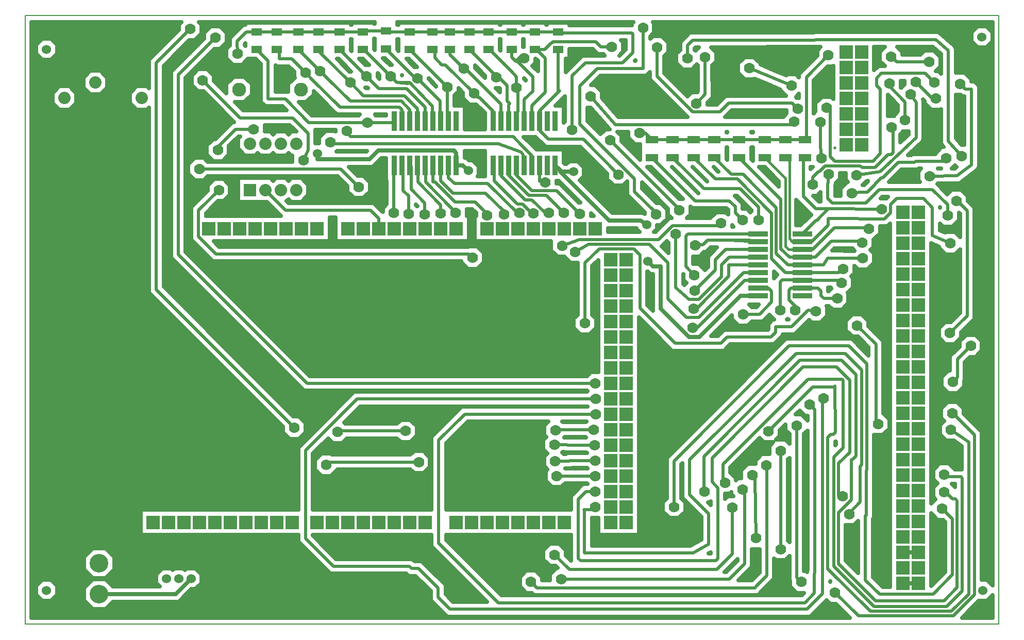
<source format=gbr>
G04 PROTEUS GERBER X2 FILE*
%TF.GenerationSoftware,Labcenter,Proteus,8.13-SP0-Build31525*%
%TF.CreationDate,2024-05-24T22:49:28+00:00*%
%TF.FileFunction,Copper,L1,Top*%
%TF.FilePolarity,Positive*%
%TF.Part,Single*%
%TF.SameCoordinates,{1d378c33-c02e-4ec0-8875-4e6b95ec367c}*%
%FSLAX45Y45*%
%MOMM*%
G01*
%TA.AperFunction,Conductor*%
%ADD10C,0.635000*%
%ADD11C,0.508000*%
%ADD12C,0.304800*%
%ADD13C,0.381000*%
%TA.AperFunction,ViaPad*%
%ADD14C,1.778000*%
%ADD15C,1.524000*%
%TA.AperFunction,ComponentPad*%
%ADD16R,2.286000X2.286000*%
%TA.AperFunction,ComponentPad*%
%ADD17C,2.286000*%
%ADD18C,3.048000*%
%TA.AperFunction,ComponentPad*%
%ADD19R,2.032000X2.032000*%
%ADD70C,2.032000*%
%TA.AperFunction,ComponentPad*%
%ADD71C,1.524000*%
%TA.AperFunction,OtherPad,Unknown*%
%ADD20C,1.524000*%
%TA.AperFunction,SMDPad,CuDef*%
%ADD21R,0.939800X3.251200*%
%TA.AperFunction,SMDPad,CuDef*%
%ADD22R,1.803400X1.143000*%
%TA.AperFunction,SMDPad,CuDef*%
%ADD23R,3.251200X0.939800*%
%TA.AperFunction,SMDPad,CuDef*%
%ADD24R,2.032000X1.270000*%
%TA.AperFunction,Profile*%
%ADD25C,0.203200*%
%TA.AperFunction,NonConductor*%
%ADD26C,0.063500*%
%TD.AperFunction*%
G36*
X+1968038Y+4871125D02*
X+1968038Y+4837429D01*
X+947419Y+4837429D01*
X+947419Y+4884212D01*
X+576581Y+4884212D01*
X+576581Y+4852462D01*
X+566419Y+4852462D01*
X+566419Y+4884212D01*
X+195581Y+4884212D01*
X+195581Y+4852462D01*
X+185419Y+4852462D01*
X+185419Y+4884212D01*
X-185419Y+4884212D01*
X-185419Y+4852461D01*
X-195581Y+4852461D01*
X-195581Y+4884212D01*
X-1861819Y+4884212D01*
X-1861819Y+4852462D01*
X-1884681Y+4852462D01*
X-1884681Y+4894590D01*
X+1991503Y+4894590D01*
X+1968038Y+4871125D01*
G37*
G36*
X-2255519Y+4865162D02*
X-2265681Y+4865162D01*
X-2265681Y+4884212D01*
X-2636519Y+4884212D01*
X-2636519Y+4852462D01*
X-2646681Y+4852462D01*
X-2646681Y+4884212D01*
X-4376419Y+4884212D01*
X-4376419Y+4850644D01*
X-4413409Y+4850644D01*
X-4633552Y+4628889D01*
X-4632841Y+4512505D01*
X-4695189Y+4450157D01*
X-4695189Y+4297603D01*
X-4587317Y+4189731D01*
X-4434763Y+4189731D01*
X-4335080Y+4289414D01*
X-4209223Y+4289414D01*
X-4125147Y+4205338D01*
X-4125147Y+3578560D01*
X-4054471Y+3507884D01*
X-3772486Y+3507884D01*
X-3703500Y+3438898D01*
X-4411276Y+3438898D01*
X-4547429Y+3575051D01*
X-4396302Y+3575051D01*
X-4273551Y+3697802D01*
X-4273551Y+3871398D01*
X-4396302Y+3994149D01*
X-4569898Y+3994149D01*
X-4692649Y+3871398D01*
X-4692649Y+3720271D01*
X-4895851Y+3923473D01*
X-4895851Y+4013277D01*
X-5003723Y+4121149D01*
X-5156277Y+4121149D01*
X-5264149Y+4013277D01*
X-5264149Y+3860723D01*
X-5156277Y+3752851D01*
X-5066473Y+3752851D01*
X-4566091Y+3252469D01*
X-4594033Y+3252469D01*
X-4874339Y+2972163D01*
X-4908337Y+2972163D01*
X-5016209Y+2864291D01*
X-5016209Y+2711737D01*
X-4908337Y+2603865D01*
X-4755783Y+2603865D01*
X-4647911Y+2711737D01*
X-4647911Y+2857347D01*
X-4494087Y+3011171D01*
X-4468116Y+3011171D01*
X-4502149Y+2977138D01*
X-4502149Y+2814062D01*
X-4386838Y+2698751D01*
X-4223762Y+2698751D01*
X-4178300Y+2744213D01*
X-4132838Y+2698751D01*
X-3969762Y+2698751D01*
X-3924300Y+2744213D01*
X-3878838Y+2698751D01*
X-3715762Y+2698751D01*
X-3670300Y+2744213D01*
X-3624838Y+2698751D01*
X-3610138Y+2698751D01*
X-3611649Y+2697240D01*
X-3611649Y+2600345D01*
X-4995219Y+2600345D01*
X-5058719Y+2663845D01*
X-5211273Y+2663845D01*
X-5319145Y+2555973D01*
X-5319145Y+2403419D01*
X-5211273Y+2295547D01*
X-5058719Y+2295547D01*
X-4995219Y+2359047D01*
X-2864949Y+2359047D01*
X-2703829Y+2197927D01*
X-2703829Y+2108123D01*
X-2595957Y+2000251D01*
X-2443403Y+2000251D01*
X-2335531Y+2108123D01*
X-2335531Y+2260677D01*
X-2443403Y+2368549D01*
X-2533207Y+2368549D01*
X-2675581Y+2510923D01*
X-2289380Y+2510923D01*
X-2146002Y+2654301D01*
X-2072639Y+2654301D01*
X-2072639Y+2282939D01*
X-2060680Y+2282939D01*
X-2060680Y+1900306D01*
X-2124180Y+1836806D01*
X-2124180Y+1772833D01*
X-2134427Y+1783079D01*
X-2272857Y+1921509D01*
X-3668587Y+1921509D01*
X-3699796Y+1952718D01*
X-3670300Y+1982213D01*
X-3624838Y+1936751D01*
X-3461762Y+1936751D01*
X-3346451Y+2052062D01*
X-3346451Y+2215138D01*
X-3461762Y+2330449D01*
X-3624838Y+2330449D01*
X-3670300Y+2284987D01*
X-3715762Y+2330449D01*
X-3878838Y+2330449D01*
X-3924300Y+2284987D01*
X-3969762Y+2330449D01*
X-4502149Y+2330449D01*
X-4502149Y+1936751D01*
X-4025073Y+1936751D01*
X-3796471Y+1708149D01*
X-5026559Y+1708149D01*
X-5026559Y+1752615D01*
X-4829124Y+1950050D01*
X-4739320Y+1950050D01*
X-4631448Y+2057922D01*
X-4631448Y+2210476D01*
X-4739320Y+2318348D01*
X-4891874Y+2318348D01*
X-4999746Y+2210476D01*
X-4999746Y+2120672D01*
X-5267857Y+1852561D01*
X-5267857Y+1315170D01*
X-4911564Y+958877D01*
X-829913Y+958877D01*
X-829913Y+943144D01*
X-722041Y+835272D01*
X-569487Y+835272D01*
X-461615Y+943144D01*
X-461615Y+1095698D01*
X-569487Y+1203570D01*
X-722041Y+1203570D01*
X-725436Y+1200175D01*
X-4811618Y+1200175D01*
X-4900494Y+1289051D01*
X-2990851Y+1289051D01*
X-2990851Y+1680211D01*
X-2901949Y+1680211D01*
X-2901949Y+1289051D01*
X-704851Y+1289051D01*
X-704851Y+1708149D01*
X-738171Y+1708149D01*
X-738171Y+1816849D01*
X-653972Y+1816849D01*
X-591365Y+1754242D01*
X-591365Y+1708149D01*
X-615949Y+1708149D01*
X-615949Y+1289051D01*
X+641351Y+1289051D01*
X+641351Y+1142923D01*
X+749223Y+1035051D01*
X+863523Y+1035051D01*
X+965123Y+933451D01*
X+1079893Y+933451D01*
X+1079893Y+83647D01*
X+1016393Y+20147D01*
X+1016393Y-132407D01*
X+1124265Y-240279D01*
X+1276819Y-240279D01*
X+1384691Y-132407D01*
X+1384691Y+20147D01*
X+1321191Y+83647D01*
X+1321191Y+883869D01*
X+1416051Y+978729D01*
X+1416051Y-860914D01*
X+1295024Y-860914D01*
X+1231524Y-924414D01*
X-3318783Y-924414D01*
X-5362049Y+1118852D01*
X-5362049Y+1396301D01*
X-5362050Y+3974548D01*
X-4885247Y+4451351D01*
X-4795443Y+4451351D01*
X-4687571Y+4559223D01*
X-4687571Y+4711777D01*
X-4795443Y+4819649D01*
X-4947997Y+4819649D01*
X-5055869Y+4711777D01*
X-5055869Y+4621973D01*
X-5603346Y+4074496D01*
X-5603346Y+4024522D01*
X-5603347Y+1018906D01*
X-3418729Y-1165712D01*
X+1231524Y-1165712D01*
X+1240633Y-1174821D01*
X+1233888Y-1181566D01*
X-2594249Y-1181566D01*
X-3511549Y-2098866D01*
X-3511549Y-3117851D01*
X-6102349Y-3117851D01*
X-6102349Y-3536949D01*
X-3511549Y-3536949D01*
X-3511549Y-3644074D01*
X-2986213Y-4169409D01*
X-1736254Y-4169409D01*
X-1698433Y-4207230D01*
X-1582958Y-4207230D01*
X-1332229Y-4457959D01*
X-1332229Y-4609113D01*
X-1065814Y-4875529D01*
X+4901373Y-4875529D01*
X+5170978Y-4605924D01*
X+5230576Y-4665521D01*
X+5320380Y-4665521D01*
X+5549449Y-4894590D01*
X-7894590Y-4894590D01*
X-7894590Y+4894590D01*
X-5431856Y+4894590D01*
X-5472429Y+4854017D01*
X-5472429Y+4764213D01*
X-5963113Y+4273529D01*
X-5963113Y+3803100D01*
X-6001762Y+3841749D01*
X-6164838Y+3841749D01*
X-6280149Y+3726438D01*
X-6280149Y+3563362D01*
X-6164838Y+3448051D01*
X-6001762Y+3448051D01*
X-5963113Y+3486700D01*
X-5963113Y+444113D01*
X-3761699Y-1757301D01*
X-3761699Y-1847105D01*
X-3653827Y-1954977D01*
X-3501273Y-1954977D01*
X-3393401Y-1847105D01*
X-3393401Y-1694551D01*
X-3501273Y-1586679D01*
X-3591077Y-1586679D01*
X-5721815Y+544059D01*
X-5721815Y+4173583D01*
X-5301807Y+4593591D01*
X-5212003Y+4593591D01*
X-5104131Y+4701463D01*
X-5104131Y+4854017D01*
X-5144704Y+4894590D01*
X-2255519Y+4894590D01*
X-2255519Y+4865162D01*
G37*
%LPC*%
G36*
X-6884380Y-3752851D02*
X-6679220Y-3752851D01*
X-6534151Y-3897920D01*
X-6534151Y-4103080D01*
X-6679220Y-4248149D01*
X-6884380Y-4248149D01*
X-7029449Y-4103080D01*
X-7029449Y-3897920D01*
X-6884380Y-3752851D01*
G37*
G36*
X-5102251Y-4183483D02*
X-5102251Y-4325517D01*
X-5202683Y-4425949D01*
X-5265547Y-4425949D01*
X-5475097Y-4635499D01*
X-6558570Y-4635499D01*
X-6679220Y-4756149D01*
X-6884380Y-4756149D01*
X-7029449Y-4611080D01*
X-7029449Y-4405920D01*
X-6884380Y-4260851D01*
X-6679220Y-4260851D01*
X-6558570Y-4381501D01*
X-5789165Y-4381501D01*
X-5845149Y-4325517D01*
X-5845149Y-4183483D01*
X-5744717Y-4083051D01*
X-5602683Y-4083051D01*
X-5573700Y-4112034D01*
X-5544717Y-4083051D01*
X-5402683Y-4083051D01*
X-5373700Y-4112034D01*
X-5344717Y-4083051D01*
X-5202683Y-4083051D01*
X-5102251Y-4183483D01*
G37*
G36*
X-7816849Y-4516017D02*
X-7816849Y-4373983D01*
X-7716417Y-4273551D01*
X-7574383Y-4273551D01*
X-7473951Y-4373983D01*
X-7473951Y-4516017D01*
X-7574383Y-4616449D01*
X-7716417Y-4616449D01*
X-7816849Y-4516017D01*
G37*
G36*
X-7816849Y+4373983D02*
X-7816849Y+4516017D01*
X-7716417Y+4616449D01*
X-7574383Y+4616449D01*
X-7473951Y+4516017D01*
X-7473951Y+4373983D01*
X-7574383Y+4273551D01*
X-7716417Y+4273551D01*
X-7816849Y+4373983D01*
G37*
G36*
X-7550149Y+3563362D02*
X-7550149Y+3726438D01*
X-7434838Y+3841749D01*
X-7271762Y+3841749D01*
X-7156451Y+3726438D01*
X-7156451Y+3563362D01*
X-7271762Y+3448051D01*
X-7434838Y+3448051D01*
X-7550149Y+3563362D01*
G37*
G36*
X-7042149Y+3817362D02*
X-7042149Y+3980438D01*
X-6926838Y+4095749D01*
X-6763762Y+4095749D01*
X-6648451Y+3980438D01*
X-6648451Y+3817362D01*
X-6763762Y+3702051D01*
X-6926838Y+3702051D01*
X-7042149Y+3817362D01*
G37*
%LPD*%
G36*
X+7894590Y-4362824D02*
X+7805317Y-4273551D01*
X+7721745Y-4273551D01*
X+7721745Y-1843278D01*
X+7419226Y-1540759D01*
X+7419226Y-1459703D01*
X+7311354Y-1351831D01*
X+7158800Y-1351831D01*
X+7050928Y-1459703D01*
X+7050928Y-1612257D01*
X+7097102Y-1658431D01*
X+7029451Y-1726082D01*
X+7029451Y-1878636D01*
X+7137323Y-1986508D01*
X+7257079Y-1986508D01*
X+7385072Y-2073478D01*
X+7385072Y-2457451D01*
X+7282137Y-2457451D01*
X+7180537Y-2355851D01*
X+7027983Y-2355851D01*
X+6920111Y-2463723D01*
X+6920111Y-2616277D01*
X+6989884Y-2686050D01*
X+6920111Y-2755823D01*
X+6920111Y-2908377D01*
X+6958760Y-2947026D01*
X+6884669Y-3021117D01*
X+6884669Y+1262731D01*
X+7016751Y+1200187D01*
X+7016751Y+1181023D01*
X+7124623Y+1073151D01*
X+7277177Y+1073151D01*
X+7359651Y+1155625D01*
X+7359651Y+117394D01*
X+7209292Y-32965D01*
X+7119488Y-32965D01*
X+7011616Y-140837D01*
X+7011616Y-293391D01*
X+7119488Y-401263D01*
X+7272042Y-401263D01*
X+7379914Y-293391D01*
X+7379914Y-203587D01*
X+7600949Y+17448D01*
X+7600949Y+1840673D01*
X+7486649Y+1954973D01*
X+7486649Y+2032077D01*
X+7378777Y+2139949D01*
X+7226223Y+2139949D01*
X+7152874Y+2066600D01*
X+6989120Y+2230354D01*
X+7000878Y+2242112D01*
X+7356146Y+2244318D01*
X+7646942Y+2465363D01*
X+7672069Y+2516024D01*
X+7672069Y+3844097D01*
X+7601395Y+3914771D01*
X+7545069Y+3914771D01*
X+7545069Y+3954857D01*
X+7437197Y+4062729D01*
X+7291069Y+4062729D01*
X+7291069Y+4450466D01*
X+7269303Y+4498178D01*
X+7249502Y+4515364D01*
X+7007100Y+4725752D01*
X+2920711Y+4718213D01*
X+2850036Y+4647538D01*
X+2762251Y+4559524D01*
X+2762251Y+4437457D01*
X+2698751Y+4373957D01*
X+2698751Y+4221403D01*
X+2806623Y+4113531D01*
X+2959177Y+4113531D01*
X+3038026Y+4192380D01*
X+3052566Y+4177840D01*
X+3054424Y+3753273D01*
X+3041300Y+3740149D01*
X+2951496Y+3740149D01*
X+2884156Y+3672809D01*
X+2504581Y+4052384D01*
X+2504581Y+4334700D01*
X+2568081Y+4398200D01*
X+2568081Y+4550754D01*
X+2460209Y+4658626D01*
X+2307655Y+4658626D01*
X+2272836Y+4623807D01*
X+2272836Y+4655071D01*
X+2336336Y+4718571D01*
X+2336336Y+4871125D01*
X+2312871Y+4894590D01*
X+7894590Y+4894590D01*
X+7894590Y-4362824D01*
G37*
%LPC*%
G36*
X+7550151Y+4577183D02*
X+7550151Y+4719217D01*
X+7650583Y+4819649D01*
X+7792617Y+4819649D01*
X+7893049Y+4719217D01*
X+7893049Y+4577183D01*
X+7792617Y+4476751D01*
X+7650583Y+4476751D01*
X+7550151Y+4577183D01*
G37*
G36*
X+7720544Y-353866D02*
X+7720544Y-506420D01*
X+7612672Y-614292D01*
X+7522868Y-614292D01*
X+7438389Y-698771D01*
X+7438389Y-994853D01*
X+7428229Y-1005013D01*
X+7428229Y-1094817D01*
X+7320357Y-1202689D01*
X+7167803Y-1202689D01*
X+7059931Y-1094817D01*
X+7059931Y-942263D01*
X+7167803Y-834391D01*
X+7197091Y-834391D01*
X+7197091Y-598825D01*
X+7352246Y-443670D01*
X+7352246Y-353866D01*
X+7460118Y-245994D01*
X+7612672Y-245994D01*
X+7720544Y-353866D01*
G37*
%LPD*%
G36*
X+7894590Y-4894590D02*
X+7392611Y-4894590D01*
X+7670752Y-4616449D01*
X+7805317Y-4616449D01*
X+7894590Y-4527176D01*
X+7894590Y-4894590D01*
G37*
G36*
X-4376419Y+4499685D02*
X-4391263Y+4514529D01*
X-4391414Y+4530304D01*
X-4376419Y+4545409D01*
X-4376419Y+4499685D01*
G37*
G36*
X+195581Y+4579414D02*
X+195581Y+4484369D01*
X+185419Y+4484369D01*
X+185419Y+4611164D01*
X+195581Y+4611164D01*
X+195581Y+4579414D01*
G37*
G36*
X-2255519Y+4592114D02*
X-2255519Y+4437305D01*
X-2265681Y+4447467D01*
X-2265681Y+4623864D01*
X-2255519Y+4623864D01*
X-2255519Y+4592114D01*
G37*
G36*
X-185419Y+4611165D02*
X-185419Y+4427914D01*
X-195581Y+4438076D01*
X-195581Y+4611165D01*
X-185419Y+4611165D01*
G37*
G36*
X+3017694Y+4423312D02*
X+3003549Y+4437457D01*
X+3003549Y+4459688D01*
X+3020753Y+4476915D01*
X+3071393Y+4477011D01*
X+3017694Y+4423312D01*
G37*
G36*
X-1861819Y+4579414D02*
X-1861819Y+4416854D01*
X-1884681Y+4439716D01*
X-1884681Y+4611164D01*
X-1861819Y+4611164D01*
X-1861819Y+4579414D01*
G37*
G36*
X-2636519Y+4579414D02*
X-2636519Y+4416854D01*
X-2646681Y+4427016D01*
X-2646681Y+4611164D01*
X-2636519Y+4611164D01*
X-2636519Y+4579414D01*
G37*
G36*
X+1864643Y+4440644D02*
X+1768667Y+4344668D01*
X+1762834Y+4344668D01*
X+1824989Y+4406823D01*
X+1824989Y+4559377D01*
X+1788235Y+4596131D01*
X+1864643Y+4596131D01*
X+1864643Y+4440644D01*
G37*
G36*
X+2031538Y+4252854D02*
X+2018097Y+4252854D01*
X+2031538Y+4266295D01*
X+2031538Y+4252854D01*
G37*
G36*
X-1973140Y+4186931D02*
X-2005145Y+4186931D01*
X-2120328Y+4302114D01*
X-2088323Y+4302114D01*
X-1973140Y+4186931D01*
G37*
G36*
X-2346323Y+4186865D02*
X-2406531Y+4186865D01*
X-2509080Y+4289414D01*
X-2448872Y+4289414D01*
X-2346323Y+4186865D01*
G37*
G36*
X-1560161Y+4154952D02*
X-1599917Y+4154952D01*
X-1734379Y+4289414D01*
X-1694623Y+4289414D01*
X-1560161Y+4154952D01*
G37*
G36*
X+6045436Y+4403072D02*
X+6045436Y+4250518D01*
X+6126048Y+4169906D01*
X+6021342Y+4169906D01*
X+5952489Y+4101053D01*
X+5952489Y+4482461D01*
X+6125152Y+4482788D01*
X+6045436Y+4403072D01*
G37*
G36*
X+425451Y+4252140D02*
X+425451Y+4082855D01*
X+334586Y+4173720D01*
X+384809Y+4223943D01*
X+384809Y+4289414D01*
X+388177Y+4289414D01*
X+425451Y+4252140D01*
G37*
G36*
X-2643105Y+4082195D02*
X-2668681Y+4082195D01*
X-2875900Y+4289414D01*
X-2850323Y+4289414D01*
X-2643105Y+4082195D01*
G37*
G36*
X+1412473Y+4362451D02*
X+1501063Y+4362451D01*
X+1518848Y+4344666D01*
X+1156520Y+4344663D01*
X+882649Y+4070792D01*
X+882649Y+4289414D01*
X+947419Y+4289414D01*
X+947419Y+4448514D01*
X+1326410Y+4448514D01*
X+1412473Y+4362451D01*
G37*
G36*
X+7049771Y+4369209D02*
X+7049771Y+4048136D01*
X+7011912Y+4085995D01*
X+6960645Y+4085995D01*
X+7036974Y+4162324D01*
X+7036974Y+4314878D01*
X+6929102Y+4422750D01*
X+6776548Y+4422750D01*
X+6713048Y+4359250D01*
X+6413734Y+4359250D01*
X+6413734Y+4403072D01*
X+6333623Y+4483183D01*
X+6917182Y+4484287D01*
X+7049771Y+4369209D01*
G37*
G36*
X-1805758Y+4019549D02*
X-1807469Y+4019549D01*
X-1807469Y+4021260D01*
X-1805758Y+4019549D01*
G37*
G36*
X+5014530Y+4426146D02*
X+5014530Y+4336342D01*
X+4715511Y+4037323D01*
X+4715511Y+3985335D01*
X+4668597Y+4032249D01*
X+4516043Y+4032249D01*
X+4506593Y+4022799D01*
X+4293657Y+4107612D01*
X+4083045Y+4198034D01*
X+4083045Y+4211267D01*
X+3975173Y+4319139D01*
X+3822619Y+4319139D01*
X+3714747Y+4211267D01*
X+3714747Y+4058713D01*
X+3822619Y+3950841D01*
X+3975173Y+3950841D01*
X+3984623Y+3960291D01*
X+4197559Y+3875479D01*
X+4408171Y+3785056D01*
X+4408171Y+3771823D01*
X+4498265Y+3681729D01*
X+3511107Y+3681729D01*
X+3366327Y+3536949D01*
X+3211922Y+3536949D01*
X+3211922Y+3569527D01*
X+3296142Y+3653747D01*
X+3294176Y+4178942D01*
X+3356969Y+4241735D01*
X+3356969Y+4394289D01*
X+3273864Y+4477394D01*
X+5069174Y+4480790D01*
X+5014530Y+4426146D01*
G37*
G36*
X-439743Y+4012433D02*
X-439743Y+3975865D01*
X-603251Y+4139373D01*
X-603251Y+4175942D01*
X-439743Y+4012433D01*
G37*
G36*
X-2175767Y+4016309D02*
X-2175767Y+3956101D01*
X-2208855Y+3989189D01*
X-2208855Y+4049397D01*
X-2175767Y+4016309D01*
G37*
G36*
X+222251Y+3944811D02*
X+222251Y+3933430D01*
X+196849Y+3958832D01*
X+196849Y+3970213D01*
X+222251Y+3944811D01*
G37*
G36*
X-1246873Y+3841664D02*
X-1246873Y+3834602D01*
X-1369548Y+3957277D01*
X-1369548Y+3964339D01*
X-1246873Y+3841664D01*
G37*
G36*
X+6449608Y+3867192D02*
X+6395559Y+3813143D01*
X+6389369Y+3819333D01*
X+6389369Y+3928608D01*
X+6449608Y+3928608D01*
X+6449608Y+3867192D01*
G37*
G36*
X-2364558Y+3803648D02*
X-2390134Y+3803648D01*
X-2405053Y+3818567D01*
X-2379477Y+3818567D01*
X-2364558Y+3803648D01*
G37*
G36*
X-3872203Y+4166401D02*
X-3666415Y+4166401D01*
X-3577565Y+4077551D01*
X-3577565Y+3987747D01*
X-3568932Y+3979114D01*
X-3676649Y+3871398D01*
X-3676649Y+3749182D01*
X-3883849Y+3749182D01*
X-3883849Y+4178047D01*
X-3872203Y+4166401D01*
G37*
G36*
X-199148Y+3797239D02*
X-199148Y+3735270D01*
X-268416Y+3804538D01*
X-206447Y+3804538D01*
X-199148Y+3797239D01*
G37*
G36*
X+4715511Y+3650252D02*
X+4682324Y+3650252D01*
X+4668611Y+3663965D01*
X+4715511Y+3710865D01*
X+4715511Y+3650252D01*
G37*
G36*
X+5279391Y+3933191D02*
X+5279391Y+3632275D01*
X+5245170Y+3666496D01*
X+5092616Y+3666496D01*
X+4984744Y+3558624D01*
X+4984744Y+3422523D01*
X+4956809Y+3394588D01*
X+4956809Y+3937377D01*
X+5185152Y+4165720D01*
X+5274956Y+4165720D01*
X+5279391Y+4170155D01*
X+5279391Y+3933191D01*
G37*
G36*
X-2072639Y+3361697D02*
X-2235123Y+3361697D01*
X-2249999Y+3376573D01*
X-2072639Y+3376573D01*
X-2072639Y+3361697D01*
G37*
G36*
X-2911924Y+3411910D02*
X-2876587Y+3376573D01*
X-2499801Y+3376573D01*
X-2514677Y+3361697D01*
X-3285055Y+3361697D01*
X-3498409Y+3575051D01*
X-3380302Y+3575051D01*
X-3257551Y+3697802D01*
X-3257551Y+3757537D01*
X-2911924Y+3411910D01*
G37*
G36*
X+6339276Y+3528182D02*
X+6339276Y+3422388D01*
X+6275776Y+3358888D01*
X+6275776Y+3346449D01*
X+6174123Y+3346449D01*
X+6174123Y+3693335D01*
X+6339276Y+3528182D01*
G37*
G36*
X+4511702Y+3389826D02*
X+4513152Y+3388376D01*
X+4455442Y+3330665D01*
X+4455442Y+3330352D01*
X+3500974Y+3330352D01*
X+3611053Y+3440431D01*
X+4511702Y+3440431D01*
X+4511702Y+3389826D01*
G37*
G36*
X+2263283Y+4002411D02*
X+2263283Y+3952438D01*
X+2885369Y+3330352D01*
X+1750414Y+3330352D01*
X+1479549Y+3646223D01*
X+1479549Y+3746577D01*
X+1371677Y+3854449D01*
X+1298585Y+3854449D01*
X+1455692Y+4011556D01*
X+2206568Y+4011556D01*
X+2263283Y+4068271D01*
X+2263283Y+4002411D01*
G37*
G36*
X+869951Y+3258954D02*
X+853439Y+3242442D01*
X+853439Y+3522457D01*
X+717751Y+3522457D01*
X+869951Y+3674657D01*
X+869951Y+3258954D01*
G37*
G36*
X-809365Y+3734251D02*
X-809365Y+3644447D01*
X-701493Y+3536575D01*
X-611690Y+3536575D01*
X-610420Y+3535305D01*
X-585019Y+3535305D01*
X-447039Y+3397325D01*
X-447039Y+3130549D01*
X-772161Y+3130549D01*
X-772161Y+3522457D01*
X-942075Y+3522457D01*
X-942075Y+3688360D01*
X-878575Y+3751860D01*
X-878575Y+3803461D01*
X-809365Y+3734251D01*
G37*
G36*
X-2896509Y+3093435D02*
X-2908223Y+3105149D01*
X-3060777Y+3105149D01*
X-3168649Y+2997277D01*
X-3168649Y+2903873D01*
X-3225888Y+2903873D01*
X-3225888Y+3114223D01*
X-3232064Y+3120399D01*
X-2896509Y+3120399D01*
X-2896509Y+3093435D01*
G37*
G36*
X+3956051Y+3077649D02*
X+3930649Y+3077649D01*
X+3930649Y+3089054D01*
X+3956051Y+3089054D01*
X+3956051Y+3077649D01*
G37*
G36*
X+3536951Y+3077649D02*
X+3524249Y+3077649D01*
X+3524249Y+3089054D01*
X+3536951Y+3089054D01*
X+3536951Y+3077649D01*
G37*
G36*
X+1601277Y+3133341D02*
X+1538131Y+3133341D01*
X+1455098Y+3050308D01*
X+1238249Y+3267157D01*
X+1238249Y+3486151D01*
X+1292268Y+3486151D01*
X+1601277Y+3133341D01*
G37*
G36*
X-3545359Y+3092449D02*
X-3624838Y+3092449D01*
X-3670300Y+3046987D01*
X-3715762Y+3092449D01*
X-3878838Y+3092449D01*
X-3924300Y+3046987D01*
X-3969762Y+3092449D01*
X-4060191Y+3092449D01*
X-4060191Y+3197600D01*
X-3650510Y+3197600D01*
X-3545359Y+3092449D01*
G37*
G36*
X+6519718Y+3048505D02*
X+6379183Y+2914897D01*
X+6379183Y+3045357D01*
X+6419849Y+3086023D01*
X+6419849Y+3098462D01*
X+6519718Y+3098462D01*
X+6519718Y+3048505D01*
G37*
G36*
X+7395403Y+3673475D02*
X+7430771Y+3673475D01*
X+7430771Y+2875572D01*
X+7386831Y+2875572D01*
X+7291069Y+2982350D01*
X+7291069Y+3694431D01*
X+7374447Y+3694431D01*
X+7395403Y+3673475D01*
G37*
G36*
X-2394586Y+2764921D02*
X-2880153Y+2764921D01*
X-2870123Y+2774951D01*
X-2384556Y+2774951D01*
X-2394586Y+2764921D01*
G37*
G36*
X+6779956Y+3592813D02*
X+6779956Y+3562425D01*
X+6887828Y+3454553D01*
X+7040382Y+3454553D01*
X+7049771Y+3463942D01*
X+7049771Y+2890544D01*
X+7094964Y+2838449D01*
X+7061123Y+2838449D01*
X+6953251Y+2730577D01*
X+6953251Y+2726689D01*
X+6581581Y+2726689D01*
X+6561833Y+2706941D01*
X+6510648Y+2706941D01*
X+6741464Y+2926380D01*
X+6761016Y+2971946D01*
X+6761016Y+3606483D01*
X+6752238Y+3620531D01*
X+6779956Y+3592813D01*
G37*
G36*
X+1908811Y+2993221D02*
X+2016683Y+2885349D01*
X+2101851Y+2885349D01*
X+2101851Y+2632371D01*
X+1798557Y+2935665D01*
X+1798557Y+3025469D01*
X+1734972Y+3089054D01*
X+1908811Y+3089054D01*
X+1908811Y+2993221D01*
G37*
G36*
X+3536951Y+2798251D02*
X+3536951Y+2628071D01*
X+3524249Y+2640773D01*
X+3524249Y+2836351D01*
X+3536951Y+2836351D01*
X+3536951Y+2798251D01*
G37*
G36*
X+3956051Y+2798251D02*
X+3956051Y+2615371D01*
X+3930649Y+2640773D01*
X+3930649Y+2836351D01*
X+3956051Y+2836351D01*
X+3956051Y+2798251D01*
G37*
G36*
X+7307261Y+2510251D02*
X+7274283Y+2485184D01*
X+7228480Y+2484954D01*
X+7280519Y+2536993D01*
X+7307261Y+2510251D01*
G37*
G36*
X+7047233Y+2484041D02*
X+6999366Y+2483800D01*
X+6997775Y+2485391D01*
X+7045883Y+2485391D01*
X+7047233Y+2484041D01*
G37*
G36*
X+4915028Y+2485994D02*
X+4908549Y+2479514D01*
X+4908549Y+2508251D01*
X+4937285Y+2508251D01*
X+4915028Y+2485994D01*
G37*
G36*
X+3388882Y+2434896D02*
X+3387226Y+2434896D01*
X+3313871Y+2508251D01*
X+3315527Y+2508251D01*
X+3388882Y+2434896D01*
G37*
G36*
X-447039Y+2362946D02*
X-559468Y+2362946D01*
X-543210Y+2379204D01*
X-543210Y+2521238D01*
X-643642Y+2621670D01*
X-706506Y+2621670D01*
X-752583Y+2667747D01*
X-772161Y+2667747D01*
X-772161Y+2774951D01*
X-447039Y+2774951D01*
X-447039Y+2362946D01*
G37*
G36*
X+3206169Y+2274709D02*
X+3204513Y+2274709D01*
X+2970971Y+2508251D01*
X+2972627Y+2508251D01*
X+3206169Y+2274709D01*
G37*
G36*
X+6676391Y+2438477D02*
X+6676391Y+2285923D01*
X+6700150Y+2262164D01*
X+6193038Y+2262164D01*
X+6396517Y+2465643D01*
X+6661779Y+2465643D01*
X+6681527Y+2485391D01*
X+6723305Y+2485391D01*
X+6676391Y+2438477D01*
G37*
G36*
X+5845006Y+2271626D02*
X+5786989Y+2213609D01*
X+5758255Y+2213609D01*
X+5820321Y+2275675D01*
X+5845006Y+2279475D01*
X+5845006Y+2271626D01*
G37*
G36*
X+4381502Y+2276756D02*
X+4381502Y+2189920D01*
X+4063171Y+2508251D01*
X+4150007Y+2508251D01*
X+4381502Y+2276756D01*
G37*
G36*
X+3061529Y+2076449D02*
X+3059873Y+2076449D01*
X+2628071Y+2508251D01*
X+2629727Y+2508251D01*
X+3061529Y+2076449D01*
G37*
G36*
X+5480051Y+2303703D02*
X+5516924Y+2266830D01*
X+5507110Y+2266830D01*
X+5399238Y+2158958D01*
X+5399238Y+2038444D01*
X+5316711Y+2038444D01*
X+5311138Y+2044017D01*
X+5311138Y+2189036D01*
X+5315749Y+2193647D01*
X+5318185Y+2245979D01*
X+5386069Y+2313863D01*
X+5386069Y+2409177D01*
X+5480051Y+2409177D01*
X+5480051Y+2303703D01*
G37*
G36*
X+6149530Y+1996392D02*
X+6148483Y+1997439D01*
X+6059341Y+1997439D01*
X+6082768Y+2020866D01*
X+6174326Y+2020866D01*
X+6149530Y+1996392D01*
G37*
G36*
X+2807496Y+1987582D02*
X+2746640Y+1987582D01*
X+2225971Y+2508251D01*
X+2286827Y+2508251D01*
X+2807496Y+1987582D01*
G37*
G36*
X+5069842Y+1994043D02*
X+5069842Y+1944069D01*
X+5071291Y+1942620D01*
X+5069727Y+1942615D01*
X+5042314Y+1942559D01*
X+4946224Y+2038351D01*
X+5014037Y+2038351D01*
X+5069842Y+2094156D01*
X+5069842Y+1994043D01*
G37*
G36*
X+1121816Y+1925130D02*
X+1099573Y+1925130D01*
X+783154Y+2241549D01*
X+730249Y+2241549D01*
X+730249Y+2282939D01*
X+764007Y+2282939D01*
X+1121816Y+1925130D01*
G37*
G36*
X-1555142Y+1872412D02*
X-1562136Y+1865418D01*
X-1579922Y+1883203D01*
X-1579922Y+1897192D01*
X-1555142Y+1872412D01*
G37*
G36*
X+7032143Y+1846088D02*
X+7029515Y+1843460D01*
X+7029509Y+1848722D01*
X+7032143Y+1846088D01*
G37*
G36*
X+3932532Y+1798347D02*
X+3932532Y+1782311D01*
X+3920890Y+1770668D01*
X+3864875Y+1826683D01*
X+3790948Y+1826683D01*
X+3790948Y+1908290D01*
X+3665825Y+2033413D01*
X+3697466Y+2033413D01*
X+3932532Y+1798347D01*
G37*
G36*
X+407226Y+2989679D02*
X+407227Y+2989679D01*
X+551239Y+2845666D01*
X+1121051Y+2845666D01*
X+1565911Y+2400806D01*
X+1565911Y+2311002D01*
X+1673783Y+2203130D01*
X+1826337Y+2203130D01*
X+1893684Y+2270478D01*
X+1894553Y+2269609D01*
X+1894553Y+2057642D01*
X+2184305Y+1767890D01*
X+2184305Y+1738716D01*
X+2150529Y+1758863D01*
X+1647287Y+1758863D01*
X+1114422Y+2291728D01*
X+1183623Y+2360930D01*
X+1183623Y+2502964D01*
X+1083191Y+2603396D01*
X+941157Y+2603396D01*
X+896707Y+2558946D01*
X+872604Y+2558946D01*
X+853439Y+2578111D01*
X+853439Y+2798557D01*
X+402764Y+2798557D01*
X+281568Y+2919753D01*
X+281568Y+2920026D01*
X+194755Y+3006839D01*
X+390066Y+3006839D01*
X+407226Y+2989679D01*
G37*
G36*
X+2959927Y+1835151D02*
X+3522843Y+1835151D01*
X+3549652Y+1808342D01*
X+3549652Y+1731742D01*
X+3511627Y+1769767D01*
X+3359073Y+1769767D01*
X+3259258Y+1669952D01*
X+2874179Y+1669952D01*
X+2931383Y+1727156D01*
X+2931383Y+1863695D01*
X+2959927Y+1835151D01*
G37*
G36*
X+1338797Y+1708149D02*
X+1297249Y+1708149D01*
X+1297249Y+1749697D01*
X+1338797Y+1708149D01*
G37*
G36*
X+4916048Y+1727520D02*
X+4740467Y+1551939D01*
X+4673599Y+1551939D01*
X+4673599Y+1969427D01*
X+4916048Y+1727520D01*
G37*
G36*
X+6211571Y+1555751D02*
X+6211571Y-4387851D01*
X+6088473Y-4387851D01*
X+5929628Y-4229006D01*
X+5929628Y-3274452D01*
X+5945142Y-3258938D01*
X+5945142Y-2524389D01*
X+5949949Y-2519582D01*
X+5949949Y-1893192D01*
X+6093503Y-1893192D01*
X+6201375Y-1785320D01*
X+6201375Y-1632766D01*
X+6101064Y-1532455D01*
X+6101064Y-351737D01*
X+5855001Y-105674D01*
X+5855001Y-15870D01*
X+5747129Y+92002D01*
X+5594575Y+92002D01*
X+5486703Y-15870D01*
X+5486703Y-168424D01*
X+5594575Y-276296D01*
X+5684379Y-276296D01*
X+5859766Y-451683D01*
X+5859766Y-586284D01*
X+5582094Y-308612D01*
X+4503841Y-308612D01*
X+2541409Y-2271044D01*
X+2541409Y-2933877D01*
X+2477909Y-2997377D01*
X+2477909Y-3149931D01*
X+2585781Y-3257803D01*
X+2738335Y-3257803D01*
X+2846207Y-3149931D01*
X+2846207Y-2997377D01*
X+2782707Y-2933877D01*
X+2782707Y-2370990D01*
X+2800351Y-2353346D01*
X+2800351Y-2920174D01*
X+2871027Y-2990849D01*
X+3113668Y-3233490D01*
X+3113668Y-3610723D01*
X+3052169Y-3646724D01*
X+2927819Y-3709351D01*
X+1314449Y-3709351D01*
X+1314449Y-3257549D01*
X+1416051Y-3257549D01*
X+1416051Y-3536949D01*
X+2089149Y-3536949D01*
X+2089149Y+36389D01*
X+2632267Y-506729D01*
X+3482460Y-506729D01*
X+3584973Y-404216D01*
X+4303356Y-404216D01*
X+4453889Y-253683D01*
X+4453889Y-237489D01*
X+4643265Y-237489D01*
X+4878104Y-2650D01*
X+4917363Y-41909D01*
X+5069917Y-41909D01*
X+5177789Y+65963D01*
X+5177789Y+218517D01*
X+5168029Y+228277D01*
X+5206091Y+228677D01*
X+5267620Y+167148D01*
X+5420174Y+167148D01*
X+5528046Y+275020D01*
X+5528046Y+427574D01*
X+5513516Y+442103D01*
X+5603350Y+531937D01*
X+5603350Y+684491D01*
X+5574362Y+713479D01*
X+5623982Y+763099D01*
X+5623982Y+889772D01*
X+5686983Y+826771D01*
X+5839537Y+826771D01*
X+5947409Y+934643D01*
X+5947409Y+1087197D01*
X+5889066Y+1145540D01*
X+5937249Y+1193723D01*
X+5937249Y+1314451D01*
X+5943677Y+1314451D01*
X+6051549Y+1422323D01*
X+6051549Y+1536603D01*
X+6165305Y+1535801D01*
X+6211571Y+1581127D01*
X+6211571Y+1555751D01*
G37*
G36*
X+3640357Y+1530349D02*
X+3619499Y+1530349D01*
X+3619499Y+1551207D01*
X+3640357Y+1530349D01*
G37*
G36*
X+7359651Y+1740727D02*
X+7359651Y+1358975D01*
X+7277177Y+1441449D01*
X+7124623Y+1441449D01*
X+7115631Y+1432457D01*
X+7029922Y+1467001D01*
X+7029798Y+1581479D01*
X+7082815Y+1528462D01*
X+7235369Y+1528462D01*
X+7343241Y+1636334D01*
X+7343241Y+1757137D01*
X+7359651Y+1740727D01*
G37*
G36*
X+2563085Y+1829893D02*
X+2563085Y+1727156D01*
X+2620289Y+1669952D01*
X+2584584Y+1669952D01*
X+2356081Y+1441449D01*
X+2336695Y+1441449D01*
X+2386329Y+1491083D01*
X+2386329Y+1551009D01*
X+2444731Y+1551009D01*
X+2552603Y+1658881D01*
X+2552603Y+1811435D01*
X+2444731Y+1919307D01*
X+2374132Y+1919307D01*
X+2135851Y+2157588D01*
X+2135851Y+2257127D01*
X+2563085Y+1829893D01*
G37*
G36*
X+2043431Y+1491083D02*
X+2093065Y+1441449D01*
X+1581149Y+1441449D01*
X+1581149Y+1504865D01*
X+2043431Y+1504865D01*
X+2043431Y+1491083D01*
G37*
G36*
X+5627294Y+1135380D02*
X+5625011Y+1133097D01*
X+5260377Y+1136056D01*
X+5295779Y+1171458D01*
X+5591216Y+1171458D01*
X+5627294Y+1135380D01*
G37*
G36*
X+2571751Y+1269923D02*
X+2571751Y+1098079D01*
X+2464139Y+1208263D01*
X+2548775Y+1292899D01*
X+2571751Y+1269923D01*
G37*
G36*
X+3254789Y+1072789D02*
X+3219451Y+1037451D01*
X+3219451Y+869228D01*
X+3172224Y+822002D01*
X+3073477Y+920749D01*
X+2983673Y+920749D01*
X+2980688Y+923734D01*
X+2980688Y+1040131D01*
X+3083637Y+1040131D01*
X+3155204Y+1111698D01*
X+3188790Y+1111698D01*
X+3264997Y+1187905D01*
X+3369905Y+1187905D01*
X+3254789Y+1072789D01*
G37*
G36*
X+4357868Y+742010D02*
X+4302759Y+686900D01*
X+4302759Y+797119D01*
X+4357868Y+742010D01*
G37*
G36*
X+2813051Y+750127D02*
X+2813051Y+660323D01*
X+2866896Y+606478D01*
X+2830563Y+570144D01*
X+2813049Y+586284D01*
X+2813049Y+750129D01*
X+2813051Y+750127D01*
G37*
G36*
X+5249582Y+517408D02*
X+5202649Y+470475D01*
X+5198108Y+470402D01*
X+5198108Y+520086D01*
X+5191143Y+527051D01*
X+5239938Y+527051D01*
X+5249582Y+517408D01*
G37*
G36*
X+4017320Y+212842D02*
X+3939664Y+212842D01*
X+3901045Y+251461D01*
X+4055939Y+251461D01*
X+4017320Y+212842D01*
G37*
G36*
X+2229360Y+791438D02*
X+2266558Y+754240D01*
X+2320573Y+754240D01*
X+2320573Y+146209D01*
X+2226653Y+240129D01*
X+2226653Y+793751D01*
X+2227047Y+793751D01*
X+2229360Y+791438D01*
G37*
G36*
X+4543488Y+3978D02*
X+4543319Y+3809D01*
X+4515206Y+3809D01*
X+4529431Y+18034D01*
X+4543488Y+3978D01*
G37*
G36*
X+4308470Y+3809D02*
X+4283267Y+3809D01*
X+4212591Y-66867D01*
X+4212591Y-153737D01*
X+4203410Y-162918D01*
X+3485027Y-162918D01*
X+3382514Y-265431D01*
X+3273791Y-265431D01*
X+3615738Y+76516D01*
X+3615738Y+15916D01*
X+3723610Y-91956D01*
X+3876164Y-91956D01*
X+3939664Y-28456D01*
X+4117266Y-28456D01*
X+4229000Y+83278D01*
X+4308470Y+3809D01*
G37*
G36*
X+4812540Y-1575492D02*
X+4856790Y-1575492D01*
X+4856790Y-1655044D01*
X+4754957Y-1553211D01*
X+4662611Y-1553211D01*
X+4726435Y-1489387D01*
X+4812540Y-1575492D01*
G37*
G36*
X+1220672Y-1669253D02*
X+1207174Y-1682751D01*
X+843690Y-1682751D01*
X+830192Y-1669253D01*
X+1220672Y-1669253D01*
G37*
G36*
X+1219500Y-1936374D02*
X+1219123Y-1936751D01*
X+962386Y-1936751D01*
X+954906Y-1929271D01*
X+859902Y-1929271D01*
X+865124Y-1924049D01*
X+1207174Y-1924049D01*
X+1219500Y-1936374D01*
G37*
G36*
X+1238404Y-1427380D02*
X+1237829Y-1427955D01*
X-822353Y-1427956D01*
X-1322069Y-1927672D01*
X-1322069Y-3117851D01*
X-3270251Y-3117851D01*
X-3270251Y-2198812D01*
X-3019362Y-1947922D01*
X-2942873Y-2024411D01*
X-2790319Y-2024411D01*
X-2712817Y-1946909D01*
X-1887297Y-1946909D01*
X-1823797Y-2010409D01*
X-1671243Y-2010409D01*
X-1563371Y-1902537D01*
X-1563371Y-1749983D01*
X-1671243Y-1642111D01*
X-1823797Y-1642111D01*
X-1887297Y-1705611D01*
X-2740821Y-1705611D01*
X-2758936Y-1687496D01*
X-2494303Y-1422864D01*
X+1233888Y-1422864D01*
X+1238404Y-1427380D01*
G37*
%LPC*%
G36*
X-1346621Y-2259763D02*
X-1346621Y-2412317D01*
X-1454493Y-2520189D01*
X-1607047Y-2520189D01*
X-1670547Y-2456689D01*
X-2868931Y-2456689D01*
X-2868931Y-2458797D01*
X-2976803Y-2566669D01*
X-3129357Y-2566669D01*
X-3237229Y-2458797D01*
X-3237229Y-2306243D01*
X-3129357Y-2198371D01*
X-2976803Y-2198371D01*
X-2959783Y-2215391D01*
X-1670547Y-2215391D01*
X-1607047Y-2151891D01*
X-1454493Y-2151891D01*
X-1346621Y-2259763D01*
G37*
%LPD*%
G36*
X+4494531Y-1813637D02*
X+4558031Y-1877137D01*
X+4558031Y-2036140D01*
X+4489861Y-1967970D01*
X+4337656Y-1967970D01*
X+4400549Y-1905077D01*
X+4400549Y-1815273D01*
X+4494531Y-1721291D01*
X+4494531Y-1813637D01*
G37*
G36*
X+5320031Y-2053213D02*
X+5311002Y-2062242D01*
X+5311002Y-2004359D01*
X+5320031Y-2004359D01*
X+5320031Y-2053213D01*
G37*
G36*
X+862440Y-2178049D02*
X+1219123Y-2178049D01*
X+1231731Y-2190657D01*
X+897926Y-2190657D01*
X+885449Y-2203134D01*
X+850977Y-2203134D01*
X+828344Y-2180502D01*
X+838277Y-2170569D01*
X+854960Y-2170569D01*
X+862440Y-2178049D01*
G37*
G36*
X+1238221Y-2438353D02*
X+1231823Y-2444751D01*
X+876377Y-2444751D01*
X+876058Y-2444432D01*
X+985395Y-2444432D01*
X+997872Y-2431955D01*
X+1231823Y-2431955D01*
X+1238221Y-2438353D01*
G37*
G36*
X+4140123Y-2012949D02*
X+4292328Y-2012949D01*
X+4229435Y-2075842D01*
X+4229435Y-2208272D01*
X+4106214Y-2208272D01*
X+3998342Y-2316144D01*
X+3998342Y-2368551D01*
X+3873423Y-2368551D01*
X+3765551Y-2476423D01*
X+3765551Y-2605612D01*
X+3712943Y-2605612D01*
X+3682190Y-2636365D01*
X+3682190Y-2599577D01*
X+3587749Y-2505136D01*
X+3587749Y-2423532D01*
X+4069228Y-1942054D01*
X+4140123Y-2012949D01*
G37*
G36*
X+7279957Y-2747371D02*
X+7231335Y-2698749D01*
X+7279957Y-2698749D01*
X+7279957Y-2747371D01*
G37*
G36*
X+3605071Y-2866038D02*
X+3640984Y-2901951D01*
X+3543223Y-2901951D01*
X+3502419Y-2942755D01*
X+3502419Y-2860003D01*
X+3574318Y-2860003D01*
X+3605071Y-2829250D01*
X+3605071Y-2866038D01*
G37*
G36*
X+3261121Y-3039699D02*
X+3224971Y-3003549D01*
X+3238577Y-3003549D01*
X+3261121Y-2981005D01*
X+3261121Y-3039699D01*
G37*
G36*
X+599068Y-1669253D02*
X+530481Y-1737840D01*
X+530481Y-1890394D01*
X+564040Y-1923954D01*
X+514351Y-1973643D01*
X+514351Y-2126197D01*
X+581356Y-2193202D01*
X+527051Y-2247506D01*
X+527051Y-2400060D01*
X+584282Y-2457292D01*
X+552451Y-2489123D01*
X+552451Y-2641677D01*
X+660323Y-2749549D01*
X+812877Y-2749549D01*
X+876377Y-2686049D01*
X+1231823Y-2686049D01*
X+1238174Y-2692400D01*
X+1231823Y-2698751D01*
X+1169222Y-2698751D01*
X+969011Y-2898962D01*
X+969011Y-3117851D01*
X-1080771Y-3117851D01*
X-1080771Y-2027618D01*
X-722405Y-1669252D01*
X+599068Y-1669253D01*
G37*
G36*
X+4558031Y-3650841D02*
X+4534233Y-3627043D01*
X+4534233Y-2291896D01*
X+4558031Y-2268098D01*
X+4558031Y-3650841D01*
G37*
G36*
X+3261121Y-3839351D02*
X+3227301Y-3839351D01*
X+3261121Y-3822318D01*
X+3261121Y-3839351D01*
G37*
G36*
X+969011Y-3921168D02*
X+969011Y-3952879D01*
X+884149Y-3870151D01*
X+884149Y-3783723D01*
X+776277Y-3675851D01*
X+623723Y-3675851D01*
X+515851Y-3783723D01*
X+515851Y-3936277D01*
X+623723Y-4044149D01*
X+715673Y-4044149D01*
X+748447Y-4075851D01*
X+733723Y-4075851D01*
X+625851Y-4183723D01*
X+625851Y-4281098D01*
X+496569Y-4281098D01*
X+496569Y-4226483D01*
X+388697Y-4118611D01*
X+236143Y-4118611D01*
X+128271Y-4226483D01*
X+128271Y-4379037D01*
X+236143Y-4486909D01*
X+325947Y-4486909D01*
X+361434Y-4522396D01*
X+4040137Y-4522396D01*
X+4140073Y-4422459D01*
X+4308459Y-4254073D01*
X+4308459Y-3922121D01*
X+4337307Y-3950969D01*
X+4489861Y-3950969D01*
X+4558031Y-3882799D01*
X+4558031Y-4282865D01*
X+4568442Y-4293276D01*
X+4568442Y-4383080D01*
X+4676314Y-4490952D01*
X+4798207Y-4490952D01*
X+4761374Y-4527785D01*
X-171853Y-4527785D01*
X-1080771Y-3618867D01*
X-1080771Y-3536949D01*
X+969011Y-3536949D01*
X+969011Y-3921168D01*
G37*
G36*
X+3702347Y-3956027D02*
X+3519023Y-4139351D01*
X+3496771Y-4139351D01*
X+3702347Y-3933775D01*
X+3702347Y-3956027D01*
G37*
G36*
X+4856790Y-4108968D02*
X+4848689Y-4117069D01*
X+4848689Y-4142475D01*
X+4828868Y-4122654D01*
X+4799329Y-4122654D01*
X+4799329Y-1877137D01*
X+4856790Y-1819676D01*
X+4856790Y-4108968D01*
G37*
G36*
X+5688332Y-4157709D02*
X+5486862Y-3956239D01*
X+5486862Y-3375849D01*
X+5615398Y-3375849D01*
X+5688332Y-3302915D01*
X+5688332Y-4157709D01*
G37*
G36*
X+4067161Y-4154127D02*
X+3940190Y-4281098D01*
X+3718520Y-4281098D01*
X+3943645Y-4055973D01*
X+3943645Y-3768089D01*
X+4067161Y-3768089D01*
X+4067161Y-4154127D01*
G37*
G36*
X+5228588Y-4299211D02*
X+5226049Y-4301750D01*
X+5226049Y-4296672D01*
X+5228588Y-4299211D01*
G37*
G36*
X+6990186Y-3283898D02*
X+7079990Y-3283898D01*
X+7117589Y-3321497D01*
X+7117589Y-4139249D01*
X+6884669Y-4372169D01*
X+6884669Y-3178381D01*
X+6990186Y-3283898D01*
G37*
G36*
X-1322069Y-3668840D02*
X-1322069Y-3718813D01*
X-406651Y-4634231D01*
X-965867Y-4634231D01*
X-1090931Y-4509167D01*
X-1090931Y-4358013D01*
X-1483012Y-3965932D01*
X-1598487Y-3965932D01*
X-1636308Y-3928111D01*
X-2886267Y-3928111D01*
X-3270251Y-3544128D01*
X-3270251Y-3536949D01*
X-1322069Y-3536949D01*
X-1322069Y-3668840D01*
G37*
D10*
X-5273700Y-4254500D02*
X-5527700Y-4508500D01*
X-6781800Y-4508500D01*
X+6421120Y-4330700D02*
X+6421120Y-4330699D01*
X+6675120Y-4330699D01*
X+6675120Y-4330700D01*
D11*
X+6675120Y+495300D02*
X+6675119Y+495300D01*
X+6675120Y+1511300D02*
X+6675119Y+1511300D01*
X+6675120Y+1257300D02*
X+6675119Y+1257300D01*
X+6675120Y+1003300D02*
X+6675119Y+1003300D01*
D10*
X+6421120Y-3822700D02*
X+6421120Y-3822699D01*
X+6675120Y-3822699D01*
X+6675120Y-3822700D01*
D11*
X-4051300Y+2133600D02*
X-3718560Y+1800860D01*
X-2322830Y+1800860D01*
X-2184400Y+1662430D01*
X-2184400Y+1498600D01*
X+1113100Y+1740981D02*
X+1053235Y+1740981D01*
X+3003184Y+482339D02*
X+3340100Y+819255D01*
X+3340100Y+987478D01*
X+3508322Y+1155700D01*
X+4054423Y+1155700D01*
X+4060391Y+1161668D01*
X+4044950Y+1155700D01*
X+2981521Y+187273D02*
X+3032173Y+187273D01*
X+3559030Y+714130D01*
X+3559030Y+906764D01*
X+4039886Y+906764D01*
X+4044950Y+901700D01*
X+2692400Y+1409700D02*
X+2692400Y+533400D01*
X+2907791Y+334917D01*
X+3072168Y+334917D01*
X+3442513Y+705262D01*
X+3442513Y+900876D01*
X+3569177Y+1027540D01*
X+4043790Y+1027540D01*
X+4044950Y+1028700D01*
X+2968193Y-129926D02*
X+3045074Y-129926D01*
X+3822700Y+647700D01*
X+4044950Y+647700D01*
X-1940031Y+1760529D02*
X-1940031Y+2531117D01*
X-1930400Y+2540748D01*
X-1700570Y+1743425D02*
X-1700570Y+2034199D01*
X-1786092Y+2119721D01*
X-1786092Y+2448425D01*
X-1820300Y+2482633D01*
X-1803400Y+2540748D01*
X-1433478Y+1733650D02*
X-1433478Y+1921370D01*
X-1655835Y+2143727D01*
X-1655835Y+2520183D01*
X-1676400Y+2540748D01*
X-1168360Y+1750754D02*
X-1168360Y+1887160D01*
X-1544657Y+2263457D01*
X-1544657Y+2536005D01*
X-1549400Y+2540748D01*
X-922320Y+1758085D02*
X-922320Y+1767618D01*
X-990600Y+1835898D01*
X-1418346Y+2263644D01*
X-1418346Y+2439148D01*
X-1422400Y+2540748D01*
X+4768850Y+1155700D02*
X+4940300Y+1155700D01*
X+5295900Y+1511300D01*
X+5854700Y+1511300D01*
X+5867400Y+1498600D01*
X+4768850Y+1282700D02*
X+4797154Y+1288091D01*
X+1625600Y-25400D02*
X+1595027Y-25400D01*
X-1266001Y+4305652D02*
X-1266001Y+4420304D01*
X-1324798Y+4479101D01*
X-1308100Y+4441813D01*
X+762000Y+4441813D02*
X+762000Y+3762728D01*
X+76200Y+3822700D02*
X+76200Y+3819055D01*
X+76200Y+3822700D02*
X+76200Y+3995673D01*
X-15051Y+4086924D01*
X-369940Y+4441813D01*
X-381000Y+4441813D01*
X-787400Y+4127500D02*
X-1016000Y+4356100D01*
X-1016000Y+4441813D01*
X-1676400Y+4441813D02*
X-1062724Y+3828137D01*
X-1062724Y+3493302D01*
X-1062724Y+3285972D01*
X-1041400Y+3264648D01*
X-2070100Y+4454513D02*
X-1570044Y+3954457D01*
X-2036068Y+4047232D02*
X-2373499Y+4384663D01*
X-2451100Y+4441813D01*
X-1991618Y+4002782D02*
X-2036068Y+4047232D01*
X-2655154Y+3898046D02*
X-3141771Y+4384663D01*
X-3175000Y+4441813D01*
X-2374900Y+3241048D02*
X-1954000Y+3241048D01*
X-1930400Y+3264648D01*
X+4813300Y+2957000D02*
X+4495800Y+2957000D01*
X+4152900Y+2957000D02*
X+4495800Y+2957000D01*
X+3803389Y+2957000D02*
X+3733800Y+2957000D01*
X+4152900Y+2957000D02*
X+3803389Y+2957000D01*
X+3777837Y+2982552D01*
X+3733800Y+2957000D01*
X+3344772Y+2977686D02*
X+3330174Y+2963088D01*
X+3074670Y+2963088D01*
X+2984500Y+2957000D01*
X+3733800Y+2957000D02*
X+3365458Y+2957000D01*
X+3344772Y+2977686D01*
X+3327400Y+2957000D01*
X+2633856Y+2958717D02*
X+2341901Y+2958717D01*
X+2332664Y+2967954D01*
X+2298700Y+2957000D01*
X+2633856Y+2958717D02*
X+2619753Y+2972820D01*
X+2641600Y+2957000D01*
X+2679700Y+2958717D02*
X+2946017Y+2958717D01*
X+2984500Y+2997200D01*
X+2984500Y+2958717D01*
X+2984500Y+2957000D01*
X+3009926Y+2958717D02*
X+2984500Y+2958717D01*
X+2946017Y+2958717D01*
X+2679700Y+2958717D02*
X+2633856Y+2958717D01*
X-3860800Y+4731813D02*
X-4157519Y+4731813D01*
X-4159337Y+4729995D01*
X-4191000Y+4731813D01*
X-3505200Y+4731813D02*
X-3860800Y+4731813D01*
X-3175000Y+4731813D02*
X-3505200Y+4731813D01*
X-2832100Y+4731813D02*
X-3175000Y+4731813D01*
X-2451100Y+4731813D02*
X-2832100Y+4731813D01*
X-2070100Y+4744513D02*
X-2372266Y+4744513D01*
X-2391735Y+4725044D01*
X-2451100Y+4731813D01*
X-1676400Y+4731813D02*
X-2057400Y+4731813D01*
X-2070100Y+4744513D01*
X-1676400Y+4731813D02*
X-1308100Y+4731813D01*
X-1016000Y+4731813D02*
X-1271672Y+4731813D01*
X-1290696Y+4712789D01*
X-1308100Y+4731813D01*
X-698500Y+4731813D02*
X-1016000Y+4731813D01*
X-381000Y+4731813D02*
X-698500Y+4731813D01*
X+0Y+4731813D02*
X-329371Y+4731813D01*
X-340054Y+4742496D01*
X-381000Y+4731813D01*
X+381000Y+4731813D02*
X+0Y+4731813D01*
X+762000Y+4731813D02*
X+381000Y+4731813D01*
X-698500Y+4441813D02*
X-255594Y+3998906D01*
X-2210751Y+3820464D02*
X-2210752Y+3820464D01*
X-2351094Y+3960806D01*
X-2210752Y+3820464D01*
X-2210751Y+3820464D01*
D10*
X+4044950Y+393700D02*
X+3753320Y+393700D01*
X+3534010Y+174390D01*
D11*
X+4797154Y+1288091D02*
X+4768850Y+1282700D01*
X+2984500Y+2667000D02*
X+3337253Y+2314247D01*
X+3703932Y+2314247D01*
X+4267341Y+1750838D01*
X+4267341Y+1003159D01*
X+4495800Y+774700D01*
X+4768850Y+774700D01*
X+3327400Y+2667000D02*
X+3601877Y+2392523D01*
X+3796360Y+2392523D01*
X+4343450Y+1845433D01*
X+4343450Y+1092151D01*
X+4533901Y+901700D01*
X+4768850Y+901700D01*
X+3733800Y+2667000D02*
X+4419600Y+1981200D01*
X+4419600Y+1168400D01*
X+4559300Y+1028700D01*
X+4768850Y+1028700D01*
X-1295400Y+3264648D02*
X-1299432Y+3269511D01*
X-1305782Y+3507518D01*
X-1679291Y+3898900D01*
X-1892300Y+3898900D01*
X-1701800Y+3886200D01*
X-1887736Y+3898900D01*
X-1991618Y+4002782D01*
X-2210751Y+3820464D02*
X-2187587Y+3797300D01*
X-1727199Y+3797300D01*
X-1422400Y+3492501D01*
X-1422400Y+3264648D01*
X-1549400Y+3264648D02*
X-1549400Y+3467100D01*
X-1765300Y+3683000D01*
X-2440108Y+3683000D01*
X-2655154Y+3898046D01*
X-3030544Y+3967156D02*
X-2657487Y+3594100D01*
X-1816100Y+3594100D01*
X-1676400Y+3454400D01*
X-1676400Y+3264648D01*
X-1803400Y+3264648D02*
X-1803400Y+3454401D01*
X-1846220Y+3497221D01*
X-2826613Y+3497221D01*
X-3284196Y+3954804D01*
X+4768850Y+901700D02*
X+5119981Y+901700D01*
X+5184140Y+1016000D01*
X+5763260Y+1010920D01*
X-3860800Y+4441813D02*
X-3822229Y+4403242D01*
X-3822229Y+4287050D01*
X-3616442Y+4287050D01*
X-3434174Y+4104782D01*
X-3393416Y+4064024D01*
X-3284196Y+3954804D02*
X-3393416Y+4064024D01*
X-1570044Y+3954457D02*
X-1537350Y+3954457D01*
X-1176396Y+3593503D01*
X-1176396Y+3366248D01*
X-1168400Y+3264648D01*
X+1041400Y+1117600D02*
X+1260764Y+1244600D01*
X+2260010Y+1244600D01*
X+2563205Y+934155D01*
X+2563205Y+340015D01*
X+2865120Y+38100D01*
X+3073400Y+38100D01*
X+3807584Y+772284D01*
X+4042534Y+772284D01*
X+4044950Y+774700D01*
X+0Y+4441813D02*
X+0Y+4312284D01*
X+65722Y+4246562D01*
D10*
X-914400Y+2540748D02*
X-805186Y+2540748D01*
X-714659Y+2450221D01*
D11*
X-5080000Y+3937000D02*
X-4461249Y+3318249D01*
X-3600537Y+3318249D01*
X-3346537Y+3064249D01*
X-3346537Y+2794000D01*
X-3427500Y+2620963D01*
X+3898896Y+4134990D02*
X+4592320Y+3848100D01*
X+1371600Y-3073400D02*
X+1328420Y-3116580D01*
X+1199054Y-3116580D01*
X+1186180Y-3116580D01*
X+1192617Y-3123017D01*
X+1193800Y-3124200D01*
X+1193800Y-3830000D01*
X+2977793Y-3830000D01*
X+3234317Y-3690000D01*
X+3234317Y-3183517D01*
X+2921000Y-2870200D01*
X+2921000Y-2301239D01*
X+4668519Y-553720D01*
X+5475927Y-553720D01*
X+5745480Y-823273D01*
X+5745480Y-2380245D01*
X+5721947Y-2403778D01*
X+5721947Y-2994984D01*
X+5532176Y-3184755D01*
X+5539121Y-3191700D01*
X+1199054Y-3116580D02*
X+1192617Y-3123017D01*
X+1371600Y-2819400D02*
X+1219195Y-2819400D01*
X+1089660Y-2948935D01*
X+1089660Y-3921168D01*
X+1128492Y-3960000D01*
X+3352864Y-3960000D01*
X+3381405Y-3920400D01*
X+3381770Y-3910000D01*
X+3381770Y-2759068D01*
X+3286760Y-2664058D01*
X+3286760Y-2268220D01*
X+4777740Y-777240D01*
X+5328264Y-777240D01*
X+5547360Y-996336D01*
X+5547360Y-2175681D01*
X+5366270Y-2356771D01*
X+5366270Y-2901853D01*
X+5366210Y-2901913D01*
X+5429710Y-2901913D01*
X+3949700Y-2552700D02*
X+3994244Y-2597244D01*
X+4013200Y-3583940D01*
D10*
X+3534010Y+174390D02*
X+3276200Y-83420D01*
X+3080220Y-279400D01*
X+2908300Y-279400D01*
X+2447572Y+181328D01*
X+2447572Y+881239D01*
X+2319161Y+881239D01*
X+2235200Y+965200D01*
D11*
X+2298700Y+2667000D02*
X+3009900Y+1955800D01*
X+3572816Y+1955800D01*
X+3670300Y+1858316D01*
X+3670300Y+1760832D01*
X+3788598Y+1642534D01*
X+4652903Y+154988D02*
X+4652903Y+223897D01*
X+4552950Y+323850D01*
X+4552950Y+485775D01*
X+4587875Y+520700D01*
X+4768850Y+520700D01*
X+2641600Y+2667000D02*
X+3154539Y+2154061D01*
X+3747440Y+2154061D01*
X+4053181Y+1848320D01*
X+4053181Y+1642534D01*
X+4411838Y+160867D02*
X+4411838Y+625357D01*
X+4441237Y+654756D01*
X+4761794Y+654756D01*
X+4768850Y+647700D01*
X+1371600Y-2311306D02*
X+947899Y-2311306D01*
X+935422Y-2323783D01*
X+711200Y-2323783D01*
X+810000Y-4260000D02*
X+3568996Y-4260000D01*
X+3822996Y-4006000D01*
X+3822996Y-2823537D01*
X+3789220Y-2789761D01*
X+1377606Y-1548604D02*
X-772379Y-1548604D01*
X-1201420Y-1977645D01*
X-1201420Y-3668840D01*
X-221826Y-4648434D01*
X+4811347Y-4648434D01*
X+4969337Y-4490444D01*
X+4969337Y-4167043D01*
X+4977439Y-4158941D01*
X+4977439Y-1479965D01*
X+4888817Y-1391343D01*
X+1371600Y-2565400D02*
X+736600Y-2565400D01*
X+700000Y-3860000D02*
X+947090Y-4100000D01*
X+3365500Y-4100000D01*
X+3619500Y-3846000D01*
X+3619500Y-3086100D01*
X+1373665Y-1302215D02*
X-2544276Y-1302215D01*
X-3390900Y-2148839D01*
X-3390900Y-3594101D01*
X-2936240Y-4048760D01*
X-1686281Y-4048760D01*
X-1648460Y-4086581D01*
X-1532985Y-4086581D01*
X-1211580Y-4407986D01*
X-1211580Y-4559140D01*
X-1015840Y-4754880D01*
X+4851400Y-4754880D01*
X+5105400Y-4500880D01*
X+5105400Y-1302513D01*
X+5118327Y-1289586D01*
X+4768850Y+1028700D02*
X+4982399Y+1028700D01*
X+5245806Y+1292107D01*
X+5692657Y+1292107D01*
X+5753100Y+1270000D01*
X-698500Y+4441813D02*
X-255594Y+3998907D01*
X-255594Y+3998906D01*
X-698500Y+4441813D02*
X-255594Y+3998906D01*
X-3505200Y+4441813D02*
X-3152464Y+4089076D01*
X-3152464Y+4089077D01*
X-3030544Y+3967156D01*
X-4191000Y+4441813D02*
X-4004498Y+4255311D01*
X-4004498Y+3628533D01*
X-3722513Y+3628533D01*
X-3335028Y+3241048D01*
X-2374900Y+3241048D01*
X-3505200Y+4441813D02*
X-3152464Y+4089077D01*
X-3152464Y+4089076D01*
D10*
X+794601Y+2431947D02*
X+1594684Y+1631864D01*
X+2111643Y+1631864D01*
X+2214880Y+1562100D01*
D11*
X+5035677Y+2436020D02*
X+5029746Y+2430089D01*
X+5037403Y+2435732D01*
X+5035677Y+2436020D01*
X+4791075Y+1431925D02*
X+4813300Y+1454150D01*
X+4991497Y+1632347D01*
X+5007310Y+1632347D01*
X+5197192Y+1822229D01*
X+5197205Y+1822242D01*
X+4791075Y+1431925D02*
X+4768850Y+1409700D01*
X+4813300Y+2667000D02*
X+4787900Y+2667000D01*
X+4787900Y+2025826D01*
X+4992546Y+1821704D01*
X+5197192Y+1822229D01*
X-2394274Y+4003986D02*
X-2393004Y+4002716D01*
X-2832100Y+4441813D02*
X-2394274Y+4003986D01*
X-2393004Y+4002716D02*
X-2351094Y+3960806D01*
X+2298700Y+2957000D02*
X+2186202Y+3069498D01*
X+2092960Y+3069498D01*
X+5197192Y+1822229D02*
X+6072206Y+1813290D01*
X+4768850Y+774700D02*
X+5375157Y+774700D01*
X+5439833Y+839376D01*
X+4768850Y+520700D02*
X+5026872Y+520700D01*
X+5077460Y+470112D01*
X+5077460Y+398568D01*
X+5128044Y+348610D01*
X+5343897Y+351297D01*
X-560446Y+3655954D02*
X-625216Y+3720724D01*
X-1095492Y+4191000D01*
X-1151349Y+4191000D01*
X-1266001Y+4305652D01*
X+65722Y+4246562D02*
X+156210Y+4337050D01*
X+156210Y+4339590D01*
X+200660Y+4300220D01*
X+2882900Y+4297680D02*
X+2882900Y+4509615D01*
X+2970685Y+4597564D01*
X+6962140Y+4605020D01*
X+7170420Y+4424248D01*
X+7170420Y+2936181D01*
X+7386515Y+2691423D01*
X-4244340Y+3131820D02*
X-4544060Y+3131820D01*
X-4832060Y+2843820D01*
X-4832060Y+2788014D01*
X-4815597Y+2134199D02*
X-5147208Y+1802588D01*
X-5147208Y+1365143D01*
X-4861591Y+1079526D01*
X-705869Y+1079526D01*
X-645764Y+1019421D01*
X-4511040Y+4373880D02*
X-4512541Y+4579538D01*
X-4363178Y+4729995D01*
X-4159337Y+4729995D01*
X-5134996Y+2479696D02*
X-2814976Y+2479696D01*
X-2519680Y+2184400D01*
X+4768850Y+647700D02*
X+5369098Y+647700D01*
X+5408584Y+608214D01*
X+5419201Y+608214D01*
X-255594Y+3998906D02*
X-255594Y+3988687D01*
X+1614408Y+2949192D02*
X+2747234Y+1816366D01*
X+2747234Y+1803433D01*
X+5035677Y+2436020D02*
X+5050330Y+2436020D01*
X+5144136Y+2529826D01*
X+5721941Y+2529826D01*
X+5750354Y+2501413D01*
X+5963213Y+2501413D01*
X+6179600Y+2717800D01*
X+6224539Y+2717800D01*
X+6258534Y+2751795D01*
X+6258534Y+3139466D01*
X+6235700Y+3162300D01*
X-1570044Y+3954457D02*
X-1553697Y+3970803D01*
X+3027773Y+3556000D02*
X+3175292Y+3703519D01*
X+3172820Y+4318012D01*
X+6852825Y+4238601D02*
X+6317779Y+4238601D01*
X+6229585Y+4326795D01*
D12*
X+5302610Y+2834353D02*
X+5308500Y+2828462D01*
D11*
X+5308502Y+2828461D01*
X+5664200Y+2379980D02*
X+6047740Y+2433320D01*
X+6640367Y+2996737D01*
X+6640367Y+3569200D01*
X+6547681Y+3704839D01*
D12*
X+5302610Y+2834353D02*
X+5308500Y+2828462D01*
D11*
X+5308502Y+2828461D01*
X+6633757Y+3909634D02*
X+6904689Y+3638702D01*
X+6964105Y+3638702D01*
X+4413584Y-2152119D02*
X+4413584Y-3766820D01*
X+3498041Y-2675854D02*
X+3467100Y-2706795D01*
X+3467100Y-2373559D01*
X+4862759Y-977900D01*
X+5421251Y-977900D01*
X+5440680Y-997329D01*
X+5440680Y-2103186D01*
X+5290110Y-2253756D01*
X+5290110Y-4050110D01*
X+5949160Y-4709160D01*
X+7144560Y-4709160D01*
X+7400606Y-4453114D01*
X+7400606Y-2600006D01*
X+7378700Y-2578100D01*
X+7175500Y-2578100D01*
X+7137400Y-2540000D01*
X+7104260Y-2540000D01*
X+4216400Y-1828800D02*
X+4945380Y-1099820D01*
X+5305467Y-1099820D01*
X+5309207Y-1084120D01*
X+5316220Y-1846845D01*
X+5279355Y-1883710D01*
X+5240579Y-1883710D01*
X+5190353Y-1933936D01*
X+5190353Y-4090354D01*
X+5890439Y-4790440D01*
X+7218399Y-4790440D01*
X+7505721Y-4503118D01*
X+7505721Y-2009623D01*
X+7213600Y-1802359D01*
X+5198679Y+4349869D02*
X+4836160Y+3987350D01*
X+4836160Y+2979860D01*
X+4813300Y+2957000D01*
X+3162300Y-2819400D02*
X+3152140Y-2809240D01*
X+3152140Y-2242820D01*
X+4732020Y-662940D01*
X+5417820Y-662940D01*
X+5651500Y-896620D01*
X+5651500Y-2240102D01*
X+5592902Y-2298700D01*
X+5575300Y-2298700D01*
X+5575300Y-2958001D01*
X+5366213Y-3167088D01*
X+5366213Y-4006212D01*
X+5975181Y-4615180D01*
X+7099300Y-4615180D01*
X+7314430Y-4400050D01*
X+7314430Y-2974685D01*
X+7283315Y-2943570D01*
X+7236170Y-2943570D01*
X+7124700Y-2832100D01*
X+7104260Y-2832100D01*
X+1358900Y-2057400D02*
X+912413Y-2057400D01*
X+904933Y-2049920D01*
X+698500Y-2049920D01*
X-1530770Y-2336040D02*
X-3006600Y-2336040D01*
X-3053080Y-2382520D01*
X+312420Y-4302760D02*
X+411407Y-4401747D01*
X+3402167Y-4401747D01*
X+3990163Y-4401747D01*
X+4019425Y-4372485D01*
X+4187810Y-4204100D01*
X+4187810Y-2397740D01*
X+4182491Y-2392421D01*
X+1371301Y-1045063D02*
X-3368756Y-1045063D01*
X-5482698Y+1068879D01*
X-5482698Y+1396301D01*
X-5482698Y+4024522D01*
X-4871720Y+4635500D01*
X+7536395Y-430143D02*
X+7317740Y-648798D01*
X+7317740Y-944880D01*
X+7244080Y-1018540D01*
X+2383932Y+4474477D02*
X+2383932Y+4002411D01*
X+2970043Y+3416300D01*
X+3416300Y+3416300D01*
X+3561080Y+3561080D01*
X+4600874Y+3561080D01*
X+4695851Y+3466103D01*
X+5168893Y+3482347D02*
X+5232400Y+3470285D01*
X+5232400Y+2682241D01*
X+5306061Y+2608580D01*
X+5930899Y+2608580D01*
X+6053475Y+2731156D01*
X+6053475Y+3786388D01*
X+5992883Y+3846980D01*
X+5992883Y+3970825D01*
X+6071315Y+4049257D01*
X+6788224Y+4049257D01*
X+6935635Y+3901846D01*
X+7360920Y+3878580D02*
X+7445377Y+3794123D01*
X+7551420Y+3794123D01*
X+7551420Y+2544299D01*
X+7315200Y+2364740D01*
X+6860540Y+2362200D01*
X+7159092Y+1712611D02*
X+7159092Y+1889761D01*
X+6907338Y+2141515D01*
X+6032795Y+2141515D01*
X+5809075Y+1917795D01*
X+5266738Y+1917795D01*
X+5190490Y+1994043D01*
X+5190490Y+2239010D01*
X+5196840Y+2245360D01*
X+5201920Y+2390140D01*
X+4937760Y+2222500D02*
X+4937760Y+2338103D01*
X+5029746Y+2430089D01*
X+2662058Y-3073654D02*
X+2662058Y-2321017D01*
X+4553815Y-429260D01*
X+5532120Y-429260D01*
X+5829300Y-726440D01*
X+5829300Y-2469609D01*
X+5824493Y-2474416D01*
X+5824493Y-3208965D01*
X+5808980Y-3224478D01*
X+5808980Y-4278980D01*
X+6038500Y-4508500D01*
X+6918960Y-4508500D01*
X+7238238Y-4189222D01*
X+7238238Y-3271524D01*
X+7066463Y-3099749D01*
X+1346951Y-1803400D02*
X+725347Y-1803400D01*
X+714630Y-1814117D01*
X-1747520Y-1826260D02*
X-2852594Y-1826260D01*
X-2866596Y-1840262D01*
X-3577550Y-1770828D02*
X-5842464Y+494086D01*
X-5842464Y+566922D01*
X-5842464Y+4223556D01*
X-5288280Y+4777740D01*
X+2152187Y+4794848D02*
X+2152187Y+4132248D01*
X+2152230Y+4132205D01*
X+2156594Y+4132205D02*
X+2152230Y+4132205D01*
X+2997200Y+736600D02*
X+2860040Y+873760D01*
X+2860040Y+1376680D01*
X+2893060Y+1409700D01*
X+4044950Y+1409700D01*
X+4678680Y-1737360D02*
X+4678680Y-4232892D01*
X+4752591Y-4306803D01*
X+5306853Y-4481372D02*
X+5692101Y-4866620D01*
X+7249959Y-4866620D01*
X+7601096Y-4515483D01*
X+7601096Y-1893251D01*
X+7237993Y-1530148D01*
X+7237993Y-1533064D01*
X+7235077Y-1535980D01*
X+3011586Y+1232347D02*
X+3138817Y+1232347D01*
X+3215024Y+1308554D01*
X+3565130Y+1308554D01*
X+3910407Y+1308554D01*
X+3892754Y+1290901D01*
X+3007360Y+1224280D02*
X+3011586Y+1232347D01*
X+3565130Y+1308554D02*
X+3892754Y+1290901D01*
X+4044950Y+1282700D01*
X-407216Y+1716545D02*
X-407216Y+1740715D01*
X-603999Y+1937498D01*
X-934198Y+1937498D01*
X-1263876Y+2267176D01*
X-1301477Y+2267176D01*
X-1301477Y+2452034D01*
X-1305196Y+2455753D01*
X-1295400Y+2540748D01*
X-133546Y+1733650D02*
X-133546Y+1784546D01*
X-432862Y+2083862D01*
X-966261Y+2083862D01*
X-1168400Y+2286001D01*
X-1168400Y+2540748D01*
X+121046Y+1758085D02*
X+127000Y+1765300D01*
X+103180Y+1738320D01*
X-400798Y+2242298D01*
X-946898Y+2242298D01*
X-1041400Y+2336800D01*
X-1041400Y+2540748D01*
D10*
X-3197202Y+2732424D02*
X-3197202Y+2637922D01*
X-2341983Y+2637922D01*
X-2198605Y+2781300D01*
X-952501Y+2781300D01*
X-914400Y+2743199D01*
X-914400Y+2540748D01*
D11*
X+825500Y+1219200D02*
X+1108475Y+1320800D01*
X+2406054Y+1320800D01*
X+2634557Y+1549303D01*
X+3399035Y+1549303D01*
X+3435350Y+1585618D01*
X+3799887Y+92193D02*
X+4067293Y+92193D01*
X+4267200Y+292100D01*
X+4267200Y+469901D01*
X+4216401Y+520700D01*
X+4044950Y+520700D01*
X+4768850Y+1282700D02*
X+4923263Y+1282700D01*
X+4934118Y+1293555D01*
X+4974760Y+1334197D01*
X+5192184Y+1551621D01*
X+5192184Y+1663700D01*
X+4797154Y+1288091D02*
X+4934118Y+1293555D01*
X+5283195Y+1663022D02*
X+5270591Y+1663022D01*
X+5270496Y+1663117D01*
X+5192184Y+1663700D02*
X+5270496Y+1663117D01*
X+5283195Y+1663022D01*
X+6116430Y+1656817D01*
X+6216675Y+1755025D01*
X+6218506Y+1894955D01*
X+6318754Y+1993900D01*
X+6757729Y+1993900D01*
X+6908867Y+1842925D01*
X+6909362Y+1385577D01*
X+7200900Y+1257300D01*
X+5583387Y+2082681D02*
X+5722620Y+2092960D01*
X+5836962Y+2092960D01*
X+5965654Y+2221652D01*
X+5965654Y+2234394D01*
X+6067747Y+2336487D01*
X+6096739Y+2336487D01*
X+6346544Y+2586292D01*
X+6611806Y+2586292D01*
X+6631554Y+2606040D01*
X+7137014Y+2606040D01*
X+7137400Y+2654300D01*
X+7302500Y+1955800D02*
X+7377968Y+1893032D01*
X+7480300Y+1790700D01*
X+7480300Y+67421D01*
X+7195765Y-217114D01*
X+1200542Y-56130D02*
X+1200542Y+933842D01*
X+1435100Y+1168400D01*
X+2004404Y+1168400D01*
X+2106004Y+1066800D01*
X+2106004Y+190156D01*
X+2682240Y-386080D01*
X+3432487Y-386080D01*
X+3535000Y-283567D01*
X+4253383Y-283567D01*
X+4333240Y-203710D01*
X+4333240Y-116840D01*
X+4593292Y-116840D01*
X+4864088Y+153956D01*
X+4993640Y+142240D01*
D13*
X+4152900Y+2667000D02*
X+4495800Y+2324100D01*
X+4495800Y+1206501D01*
X+4546601Y+1155700D01*
X+4768850Y+1155700D01*
X+4495800Y+2667000D02*
X+4559300Y+2603500D01*
X+4559300Y+1333500D01*
X+4604709Y+1288091D01*
X+4797154Y+1288091D01*
D11*
X+1295400Y+3670300D02*
X+1694942Y+3209703D01*
X+4594906Y+3209703D01*
X+4639591Y+3254388D01*
X+5072332Y+3249685D02*
X+5072332Y+2860088D01*
X+5087620Y+2659380D01*
X+6459925Y+3282611D02*
X+6459925Y+3578155D01*
X+6184432Y+3853648D01*
X+6205220Y+3883660D01*
X+2152230Y+4132205D02*
X+1405719Y+4132205D01*
X+1117600Y+3844086D01*
X+1117600Y+3217184D01*
X+2015202Y+2319582D01*
X+2015202Y+2107615D01*
X+2368454Y+1754363D01*
X+2368454Y+1735158D01*
X+5670852Y-92147D02*
X+5980415Y-401710D01*
X+5980415Y-1672232D01*
X+6017226Y-1709043D01*
X+990600Y+3119177D02*
X+990600Y+4008121D01*
X+1206494Y+4224015D01*
X+1818641Y+4224020D01*
X+1985292Y+4390671D01*
X+1985292Y+4697448D01*
X+1965960Y+4716780D01*
X+803187Y+4716780D01*
X+774559Y+4745408D01*
X+762000Y+4731813D01*
X+393700Y+4441813D02*
X+381000Y+4441813D01*
D10*
X+794601Y+2431947D02*
X+807301Y+2431947D01*
D11*
X+330200Y+3264648D02*
X+330200Y+3520913D01*
X+546100Y+3736813D01*
X+546100Y+4302113D01*
X+406400Y+4441813D01*
X+393700Y+4441813D01*
X+406400Y+4441813D02*
X+537902Y+4441813D01*
X+637712Y+4541623D01*
X+644413Y+4541623D01*
X+671953Y+4569163D01*
X+1376383Y+4569163D01*
X+1462446Y+4483100D01*
X+1640840Y+4483100D01*
X+762000Y+3762728D02*
X+787400Y+3762728D01*
X+457200Y+3432528D01*
X+457200Y+3264648D01*
X+76200Y+3264648D02*
X+76200Y+3390900D01*
X+101600Y+3416300D01*
X+101600Y+3819055D01*
X+76200Y+3819055D01*
X-177800Y+3264648D02*
X-177800Y+3543300D01*
X-762000Y+4127500D01*
X-787400Y+4127500D01*
X-304800Y+3264648D02*
X-304800Y+3425708D01*
X-535046Y+3655954D01*
X-560446Y+3655954D01*
X-255594Y+3998907D02*
X-230194Y+3998907D01*
X-78499Y+3847212D01*
X-78499Y+3593037D01*
X-36688Y+3551226D01*
X-50800Y+3537114D01*
X-50800Y+3264648D01*
X+352233Y+1749233D02*
X+327441Y+1749233D01*
X+174662Y+1902012D01*
X+91889Y+1902012D01*
X-292508Y+2286409D01*
X-292100Y+2387600D01*
X-292100Y+2528048D01*
X-304800Y+2540748D01*
X+65722Y+4246562D02*
X+91122Y+4246562D01*
X+342900Y+3994784D01*
X+342900Y+3759199D01*
X+203200Y+3619499D01*
X+203200Y+3264648D01*
D10*
X+807301Y+2431947D02*
X+820001Y+2431947D01*
X+711200Y+2540748D01*
X+1012174Y+2431947D02*
X+820001Y+2431947D01*
D11*
X-2984500Y+2921000D02*
X-2984500Y+2895600D01*
X-219359Y+2895600D01*
X+151130Y+2754357D01*
X+179339Y+2713414D01*
X+179339Y+2632424D01*
X+204995Y+2606768D01*
X+203200Y+2540748D01*
X+330200Y+2540748D02*
X+330200Y+2700499D01*
X+160919Y+2869780D01*
X+160919Y+2870053D01*
X+21072Y+3009900D01*
X-2656505Y+3009900D01*
X-2712360Y+3101390D01*
X+854829Y+1755795D02*
X+565924Y+2044700D01*
X+279399Y+2044700D01*
X-50800Y+2374899D01*
X-50800Y+2540748D01*
X+546100Y+2260600D02*
X+571500Y+2260600D01*
X+457200Y+2273300D01*
X+457377Y+2536519D01*
X+448910Y+2544986D01*
X+457200Y+2540748D01*
X+76200Y+2540748D02*
X+76200Y+2374901D01*
X+330201Y+2120900D01*
X+733181Y+2120900D01*
X+1113100Y+1740981D01*
X+603871Y+1755795D02*
X+543154Y+1755795D01*
X+330449Y+1968500D01*
X+218611Y+1968500D01*
X-177800Y+2364911D01*
X-177800Y+2540748D01*
X+457200Y+3264648D02*
X+457200Y+3140187D01*
X+457200Y+3110328D01*
X+601213Y+2966315D01*
X+605672Y+2966315D01*
X+621097Y+2966315D01*
X+631072Y+2966315D01*
X+1146064Y+2966315D01*
X+1171024Y+2966315D01*
X+1750060Y+2387279D01*
D14*
X-1940031Y+1760529D03*
X-1700570Y+1743425D03*
X-1433478Y+1733650D03*
X-1168360Y+1750754D03*
X-922320Y+1758085D03*
X+3003184Y+482339D03*
X+2981521Y+187273D03*
X+2692400Y+1409700D03*
X+2968193Y-129926D03*
X+5867400Y+1498600D03*
X-1062724Y+3828137D03*
X+352233Y+1749233D03*
X+5763260Y+1010920D03*
X+1041400Y+1117600D03*
X+76200Y+3819055D03*
D15*
X-714659Y+2450221D03*
X+1012174Y+2431947D03*
D14*
X-5080000Y+3937000D03*
X-3427500Y+2620963D03*
X-787400Y+4127500D03*
X+3898896Y+4134990D03*
X+4592320Y+3848100D03*
X+1371600Y-3073400D03*
X+5539121Y-3191700D03*
X+1371600Y-2819400D03*
X+5429710Y-2901913D03*
X+3949700Y-2552700D03*
X+4013200Y-3583940D03*
X+3788598Y+1642534D03*
X+4652903Y+154988D03*
X+4053181Y+1642534D03*
X+4411838Y+160867D03*
X+1371600Y-2311306D03*
X+711200Y-2323783D03*
X+810000Y-4260000D03*
X+3789220Y-2789761D03*
X+1377606Y-1548604D03*
X+4888817Y-1391343D03*
X+1371600Y-2565400D03*
X+736600Y-2565400D03*
X+700000Y-3860000D03*
X+3619500Y-3086100D03*
X+1373665Y-1302215D03*
X+5118327Y-1289586D03*
X+5753100Y+1270000D03*
D15*
X+2214880Y+1562100D03*
X+2235200Y+965200D03*
D14*
X+6235700Y+3162300D03*
X-1991618Y+4002782D03*
X+2092960Y+3069498D03*
X+6072206Y+1813290D03*
X+5439833Y+839376D03*
X-3393416Y+4064024D03*
X+5343897Y+351297D03*
X+200660Y+4300220D03*
X+2882900Y+4297680D03*
X+7386515Y+2691423D03*
X-3152464Y+4089077D03*
X-4244340Y+3131820D03*
X-4832060Y+2788014D03*
X-4815597Y+2134199D03*
X-645764Y+1019421D03*
X-4511040Y+4373880D03*
X-5134996Y+2479696D03*
X-2519680Y+2184400D03*
X+5419201Y+608214D03*
X-255594Y+3988687D03*
X+1614408Y+2949192D03*
X+2747234Y+1803433D03*
X-1553697Y+3970803D03*
X+3027773Y+3556000D03*
X+3172820Y+4318012D03*
X+6852825Y+4238601D03*
X+6229585Y+4326795D03*
X+5664200Y+2379980D03*
X+6547681Y+3704839D03*
X+6633757Y+3909634D03*
X+6964105Y+3638702D03*
X+4413584Y-2152119D03*
X+4413584Y-3766820D03*
X+3498041Y-2675854D03*
X+7104260Y-2540000D03*
X+4216400Y-1828800D03*
X+7213600Y-1802359D03*
X+5198679Y+4349869D03*
X+3162300Y-2819400D03*
X+7104260Y-2832100D03*
X+1358900Y-2057400D03*
X+698500Y-2049920D03*
X-1530770Y-2336040D03*
X-3053080Y-2382520D03*
X+312420Y-4302760D03*
X+4182491Y-2392421D03*
X-2393004Y+4002716D03*
X-2655154Y+3898046D03*
X+1371301Y-1045063D03*
X-4871720Y+4635500D03*
X+7536395Y-430143D03*
X+7244080Y-1018540D03*
X+1640840Y+4483100D03*
X+2383932Y+4474477D03*
X+4695851Y+3466103D03*
X+5168893Y+3482347D03*
X+6935635Y+3901846D03*
X+7360920Y+3878580D03*
X+6860540Y+2362200D03*
X+7159092Y+1712611D03*
X+5201920Y+2390140D03*
X+1750060Y+2387279D03*
X-2374900Y+3241048D03*
X+4937760Y+2222500D03*
X+2662058Y-3073654D03*
X+7066463Y-3099749D03*
X+1346951Y-1803400D03*
X+714630Y-1814117D03*
X-1747520Y-1826260D03*
X-2866596Y-1840262D03*
X-3577550Y-1770828D03*
X-5288280Y+4777740D03*
X+2152187Y+4794848D03*
X+2997200Y+736600D03*
X+4678680Y-1737360D03*
X+4752591Y-4306803D03*
X+5306853Y-4481372D03*
X+7235077Y-1535980D03*
X+3007360Y+1224280D03*
X-407216Y+1716545D03*
X-133546Y+1733650D03*
X+121046Y+1758085D03*
X-2984500Y+2921000D03*
X-2712360Y+3101390D03*
D15*
X-3197202Y+2732424D03*
D14*
X+854829Y+1755795D03*
X+825500Y+1219200D03*
X+3435350Y+1585618D03*
X+3799887Y+92193D03*
X+7200900Y+1257300D03*
X+5583387Y+2082681D03*
X+7137400Y+2654300D03*
X+7302500Y+1955800D03*
X+7195765Y-217114D03*
X+1200542Y-56130D03*
X+4993640Y+142240D03*
X+546100Y+2260600D03*
X-625216Y+3720724D03*
X+1295400Y+3670300D03*
X+4639591Y+3254388D03*
X+5072332Y+3249685D03*
X+5087620Y+2659380D03*
X+6459925Y+3282611D03*
X+6205220Y+3883660D03*
X+2368454Y+1735158D03*
X+5670852Y-92147D03*
X+6017226Y-1709043D03*
X+990600Y+3119177D03*
X+1113100Y+1740981D03*
X+603871Y+1755795D03*
D10*
X+1968038Y+4871125D02*
X+1968038Y+4837429D01*
X+947419Y+4837429D01*
X+947419Y+4884212D01*
X+576581Y+4884212D01*
X+576581Y+4852462D01*
X+566419Y+4852462D01*
X+566419Y+4884212D01*
X+195581Y+4884212D01*
X+195581Y+4852462D01*
X+185419Y+4852462D01*
X+185419Y+4884212D01*
X-185419Y+4884212D01*
X-185419Y+4852461D01*
X-195581Y+4852461D01*
X-195581Y+4884212D01*
X-1861819Y+4884212D01*
X-1861819Y+4852462D01*
X-1884681Y+4852462D01*
X-1884681Y+4894590D01*
X+1991503Y+4894590D01*
X+1968038Y+4871125D01*
X-2255519Y+4865162D02*
X-2265681Y+4865162D01*
X-2265681Y+4884212D01*
X-2636519Y+4884212D01*
X-2636519Y+4852462D01*
X-2646681Y+4852462D01*
X-2646681Y+4884212D01*
X-4376419Y+4884212D01*
X-4376419Y+4850644D01*
X-4413409Y+4850644D01*
X-4633552Y+4628889D01*
X-4632841Y+4512505D01*
X-4695189Y+4450157D01*
X-4695189Y+4297603D01*
X-4587317Y+4189731D01*
X-4434763Y+4189731D01*
X-4335080Y+4289414D01*
X-4209223Y+4289414D01*
X-4125147Y+4205338D01*
X-4125147Y+3578560D01*
X-4054471Y+3507884D01*
X-3772486Y+3507884D01*
X-3703500Y+3438898D01*
X-4411276Y+3438898D01*
X-4547429Y+3575051D01*
X-4396302Y+3575051D01*
X-4273551Y+3697802D01*
X-4273551Y+3871398D01*
X-4396302Y+3994149D01*
X-4569898Y+3994149D01*
X-4692649Y+3871398D01*
X-4692649Y+3720271D01*
X-4895851Y+3923473D01*
X-4895851Y+4013277D01*
X-5003723Y+4121149D01*
X-5156277Y+4121149D01*
X-5264149Y+4013277D01*
X-5264149Y+3860723D01*
X-5156277Y+3752851D01*
X-5066473Y+3752851D01*
X-4566091Y+3252469D01*
X-4594033Y+3252469D01*
X-4874339Y+2972163D01*
X-4908337Y+2972163D01*
X-5016209Y+2864291D01*
X-5016209Y+2711737D01*
X-4908337Y+2603865D01*
X-4755783Y+2603865D01*
X-4647911Y+2711737D01*
X-4647911Y+2857347D01*
X-4494087Y+3011171D01*
X-4468116Y+3011171D01*
X-4502149Y+2977138D01*
X-4502149Y+2814062D01*
X-4386838Y+2698751D01*
X-4223762Y+2698751D01*
X-4178300Y+2744213D01*
X-4132838Y+2698751D01*
X-3969762Y+2698751D01*
X-3924300Y+2744213D01*
X-3878838Y+2698751D01*
X-3715762Y+2698751D01*
X-3670300Y+2744213D01*
X-3624838Y+2698751D01*
X-3610138Y+2698751D01*
X-3611649Y+2697240D01*
X-3611649Y+2600345D01*
X-4995219Y+2600345D01*
X-5058719Y+2663845D01*
X-5211273Y+2663845D01*
X-5319145Y+2555973D01*
X-5319145Y+2403419D01*
X-5211273Y+2295547D01*
X-5058719Y+2295547D01*
X-4995219Y+2359047D01*
X-2864949Y+2359047D01*
X-2703829Y+2197927D01*
X-2703829Y+2108123D01*
X-2595957Y+2000251D01*
X-2443403Y+2000251D01*
X-2335531Y+2108123D01*
X-2335531Y+2260677D01*
X-2443403Y+2368549D01*
X-2533207Y+2368549D01*
X-2675581Y+2510923D01*
X-2289380Y+2510923D01*
X-2146002Y+2654301D01*
X-2072639Y+2654301D01*
X-2072639Y+2282939D01*
X-2060680Y+2282939D01*
X-2060680Y+1900306D01*
X-2124180Y+1836806D01*
X-2124180Y+1772833D01*
X-2134427Y+1783079D01*
X-2272857Y+1921509D01*
X-3668587Y+1921509D01*
X-3699796Y+1952718D01*
X-3670300Y+1982213D01*
X-3624838Y+1936751D01*
X-3461762Y+1936751D01*
X-3346451Y+2052062D01*
X-3346451Y+2215138D01*
X-3461762Y+2330449D01*
X-3624838Y+2330449D01*
X-3670300Y+2284987D01*
X-3715762Y+2330449D01*
X-3878838Y+2330449D01*
X-3924300Y+2284987D01*
X-3969762Y+2330449D01*
X-4502149Y+2330449D01*
X-4502149Y+1936751D01*
X-4025073Y+1936751D01*
X-3796471Y+1708149D01*
X-5026559Y+1708149D01*
X-5026559Y+1752615D01*
X-4829124Y+1950050D01*
X-4739320Y+1950050D01*
X-4631448Y+2057922D01*
X-4631448Y+2210476D01*
X-4739320Y+2318348D01*
X-4891874Y+2318348D01*
X-4999746Y+2210476D01*
X-4999746Y+2120672D01*
X-5267857Y+1852561D01*
X-5267857Y+1315170D01*
X-4911564Y+958877D01*
X-829913Y+958877D01*
X-829913Y+943144D01*
X-722041Y+835272D01*
X-569487Y+835272D01*
X-461615Y+943144D01*
X-461615Y+1095698D01*
X-569487Y+1203570D01*
X-722041Y+1203570D01*
X-725436Y+1200175D01*
X-4811618Y+1200175D01*
X-4900494Y+1289051D01*
X-2990851Y+1289051D01*
X-2990851Y+1680211D01*
X-2901949Y+1680211D01*
X-2901949Y+1289051D01*
X-704851Y+1289051D01*
X-704851Y+1708149D01*
X-738171Y+1708149D01*
X-738171Y+1816849D01*
X-653972Y+1816849D01*
X-591365Y+1754242D01*
X-591365Y+1708149D01*
X-615949Y+1708149D01*
X-615949Y+1289051D01*
X+641351Y+1289051D01*
X+641351Y+1142923D01*
X+749223Y+1035051D01*
X+863523Y+1035051D01*
X+965123Y+933451D01*
X+1079893Y+933451D01*
X+1079893Y+83647D01*
X+1016393Y+20147D01*
X+1016393Y-132407D01*
X+1124265Y-240279D01*
X+1276819Y-240279D01*
X+1384691Y-132407D01*
X+1384691Y+20147D01*
X+1321191Y+83647D01*
X+1321191Y+883869D01*
X+1416051Y+978729D01*
X+1416051Y-860914D01*
X+1295024Y-860914D01*
X+1231524Y-924414D01*
X-3318783Y-924414D01*
X-5362049Y+1118852D01*
X-5362049Y+1396301D01*
X-5362050Y+3974548D01*
X-4885247Y+4451351D01*
X-4795443Y+4451351D01*
X-4687571Y+4559223D01*
X-4687571Y+4711777D01*
X-4795443Y+4819649D01*
X-4947997Y+4819649D01*
X-5055869Y+4711777D01*
X-5055869Y+4621973D01*
X-5603346Y+4074496D01*
X-5603346Y+4024522D01*
X-5603347Y+1018906D01*
X-3418729Y-1165712D01*
X+1231524Y-1165712D01*
X+1240633Y-1174821D01*
X+1233888Y-1181566D01*
X-2594249Y-1181566D01*
X-3511549Y-2098866D01*
X-3511549Y-3117851D01*
X-6102349Y-3117851D01*
X-6102349Y-3536949D01*
X-3511549Y-3536949D01*
X-3511549Y-3644074D01*
X-2986213Y-4169409D01*
X-1736254Y-4169409D01*
X-1698433Y-4207230D01*
X-1582958Y-4207230D01*
X-1332229Y-4457959D01*
X-1332229Y-4609113D01*
X-1065814Y-4875529D01*
X+4901373Y-4875529D01*
X+5170978Y-4605924D01*
X+5230576Y-4665521D01*
X+5320380Y-4665521D01*
X+5549449Y-4894590D01*
X-7894590Y-4894590D01*
X-7894590Y+4894590D01*
X-5431856Y+4894590D01*
X-5472429Y+4854017D01*
X-5472429Y+4764213D01*
X-5963113Y+4273529D01*
X-5963113Y+3803100D01*
X-6001762Y+3841749D01*
X-6164838Y+3841749D01*
X-6280149Y+3726438D01*
X-6280149Y+3563362D01*
X-6164838Y+3448051D01*
X-6001762Y+3448051D01*
X-5963113Y+3486700D01*
X-5963113Y+444113D01*
X-3761699Y-1757301D01*
X-3761699Y-1847105D01*
X-3653827Y-1954977D01*
X-3501273Y-1954977D01*
X-3393401Y-1847105D01*
X-3393401Y-1694551D01*
X-3501273Y-1586679D01*
X-3591077Y-1586679D01*
X-5721815Y+544059D01*
X-5721815Y+4173583D01*
X-5301807Y+4593591D01*
X-5212003Y+4593591D01*
X-5104131Y+4701463D01*
X-5104131Y+4854017D01*
X-5144704Y+4894590D01*
X-2255519Y+4894590D01*
X-2255519Y+4865162D01*
X-6884380Y-3752851D02*
X-6679220Y-3752851D01*
X-6534151Y-3897920D01*
X-6534151Y-4103080D01*
X-6679220Y-4248149D01*
X-6884380Y-4248149D01*
X-7029449Y-4103080D01*
X-7029449Y-3897920D01*
X-6884380Y-3752851D01*
X-5102251Y-4183483D02*
X-5102251Y-4325517D01*
X-5202683Y-4425949D01*
X-5265547Y-4425949D01*
X-5475097Y-4635499D01*
X-6558570Y-4635499D01*
X-6679220Y-4756149D01*
X-6884380Y-4756149D01*
X-7029449Y-4611080D01*
X-7029449Y-4405920D01*
X-6884380Y-4260851D01*
X-6679220Y-4260851D01*
X-6558570Y-4381501D01*
X-5789165Y-4381501D01*
X-5845149Y-4325517D01*
X-5845149Y-4183483D01*
X-5744717Y-4083051D01*
X-5602683Y-4083051D01*
X-5573700Y-4112034D01*
X-5544717Y-4083051D01*
X-5402683Y-4083051D01*
X-5373700Y-4112034D01*
X-5344717Y-4083051D01*
X-5202683Y-4083051D01*
X-5102251Y-4183483D01*
X-7816849Y-4516017D02*
X-7816849Y-4373983D01*
X-7716417Y-4273551D01*
X-7574383Y-4273551D01*
X-7473951Y-4373983D01*
X-7473951Y-4516017D01*
X-7574383Y-4616449D01*
X-7716417Y-4616449D01*
X-7816849Y-4516017D01*
X-7816849Y+4373983D02*
X-7816849Y+4516017D01*
X-7716417Y+4616449D01*
X-7574383Y+4616449D01*
X-7473951Y+4516017D01*
X-7473951Y+4373983D01*
X-7574383Y+4273551D01*
X-7716417Y+4273551D01*
X-7816849Y+4373983D01*
X-7550149Y+3563362D02*
X-7550149Y+3726438D01*
X-7434838Y+3841749D01*
X-7271762Y+3841749D01*
X-7156451Y+3726438D01*
X-7156451Y+3563362D01*
X-7271762Y+3448051D01*
X-7434838Y+3448051D01*
X-7550149Y+3563362D01*
X-7042149Y+3817362D02*
X-7042149Y+3980438D01*
X-6926838Y+4095749D01*
X-6763762Y+4095749D01*
X-6648451Y+3980438D01*
X-6648451Y+3817362D01*
X-6763762Y+3702051D01*
X-6926838Y+3702051D01*
X-7042149Y+3817362D01*
X+7894590Y-4362824D02*
X+7805317Y-4273551D01*
X+7721745Y-4273551D01*
X+7721745Y-1843278D01*
X+7419226Y-1540759D01*
X+7419226Y-1459703D01*
X+7311354Y-1351831D01*
X+7158800Y-1351831D01*
X+7050928Y-1459703D01*
X+7050928Y-1612257D01*
X+7097102Y-1658431D01*
X+7029451Y-1726082D01*
X+7029451Y-1878636D01*
X+7137323Y-1986508D01*
X+7257079Y-1986508D01*
X+7385072Y-2073478D01*
X+7385072Y-2457451D01*
X+7282137Y-2457451D01*
X+7180537Y-2355851D01*
X+7027983Y-2355851D01*
X+6920111Y-2463723D01*
X+6920111Y-2616277D01*
X+6989884Y-2686050D01*
X+6920111Y-2755823D01*
X+6920111Y-2908377D01*
X+6958760Y-2947026D01*
X+6884669Y-3021117D01*
X+6884669Y+1262731D01*
X+7016751Y+1200187D01*
X+7016751Y+1181023D01*
X+7124623Y+1073151D01*
X+7277177Y+1073151D01*
X+7359651Y+1155625D01*
X+7359651Y+117394D01*
X+7209292Y-32965D01*
X+7119488Y-32965D01*
X+7011616Y-140837D01*
X+7011616Y-293391D01*
X+7119488Y-401263D01*
X+7272042Y-401263D01*
X+7379914Y-293391D01*
X+7379914Y-203587D01*
X+7600949Y+17448D01*
X+7600949Y+1840673D01*
X+7486649Y+1954973D01*
X+7486649Y+2032077D01*
X+7378777Y+2139949D01*
X+7226223Y+2139949D01*
X+7152874Y+2066600D01*
X+6989120Y+2230354D01*
X+7000878Y+2242112D01*
X+7356146Y+2244318D01*
X+7646942Y+2465363D01*
X+7672069Y+2516024D01*
X+7672069Y+3844097D01*
X+7601395Y+3914771D01*
X+7545069Y+3914771D01*
X+7545069Y+3954857D01*
X+7437197Y+4062729D01*
X+7291069Y+4062729D01*
X+7291069Y+4450466D01*
X+7269303Y+4498178D01*
X+7249502Y+4515364D01*
X+7007100Y+4725752D01*
X+2920711Y+4718213D01*
X+2850036Y+4647538D01*
X+2762251Y+4559524D01*
X+2762251Y+4437457D01*
X+2698751Y+4373957D01*
X+2698751Y+4221403D01*
X+2806623Y+4113531D01*
X+2959177Y+4113531D01*
X+3038026Y+4192380D01*
X+3052566Y+4177840D01*
X+3054424Y+3753273D01*
X+3041300Y+3740149D01*
X+2951496Y+3740149D01*
X+2884156Y+3672809D01*
X+2504581Y+4052384D01*
X+2504581Y+4334700D01*
X+2568081Y+4398200D01*
X+2568081Y+4550754D01*
X+2460209Y+4658626D01*
X+2307655Y+4658626D01*
X+2272836Y+4623807D01*
X+2272836Y+4655071D01*
X+2336336Y+4718571D01*
X+2336336Y+4871125D01*
X+2312871Y+4894590D01*
X+7894590Y+4894590D01*
X+7894590Y-4362824D01*
X+7550151Y+4577183D02*
X+7550151Y+4719217D01*
X+7650583Y+4819649D01*
X+7792617Y+4819649D01*
X+7893049Y+4719217D01*
X+7893049Y+4577183D01*
X+7792617Y+4476751D01*
X+7650583Y+4476751D01*
X+7550151Y+4577183D01*
X+7720544Y-353866D02*
X+7720544Y-506420D01*
X+7612672Y-614292D01*
X+7522868Y-614292D01*
X+7438389Y-698771D01*
X+7438389Y-994853D01*
X+7428229Y-1005013D01*
X+7428229Y-1094817D01*
X+7320357Y-1202689D01*
X+7167803Y-1202689D01*
X+7059931Y-1094817D01*
X+7059931Y-942263D01*
X+7167803Y-834391D01*
X+7197091Y-834391D01*
X+7197091Y-598825D01*
X+7352246Y-443670D01*
X+7352246Y-353866D01*
X+7460118Y-245994D01*
X+7612672Y-245994D01*
X+7720544Y-353866D01*
X+7894590Y-4894590D02*
X+7392611Y-4894590D01*
X+7670752Y-4616449D01*
X+7805317Y-4616449D01*
X+7894590Y-4527176D01*
X+7894590Y-4894590D01*
X-4376419Y+4499685D02*
X-4391263Y+4514529D01*
X-4391414Y+4530304D01*
X-4376419Y+4545409D01*
X-4376419Y+4499685D01*
X+195581Y+4579414D02*
X+195581Y+4484369D01*
X+185419Y+4484369D01*
X+185419Y+4611164D01*
X+195581Y+4611164D01*
X+195581Y+4579414D01*
X-2255519Y+4592114D02*
X-2255519Y+4437305D01*
X-2265681Y+4447467D01*
X-2265681Y+4623864D01*
X-2255519Y+4623864D01*
X-2255519Y+4592114D01*
X-185419Y+4611165D02*
X-185419Y+4427914D01*
X-195581Y+4438076D01*
X-195581Y+4611165D01*
X-185419Y+4611165D01*
X+3017694Y+4423312D02*
X+3003549Y+4437457D01*
X+3003549Y+4459688D01*
X+3020753Y+4476915D01*
X+3071393Y+4477011D01*
X+3017694Y+4423312D01*
X-1861819Y+4579414D02*
X-1861819Y+4416854D01*
X-1884681Y+4439716D01*
X-1884681Y+4611164D01*
X-1861819Y+4611164D01*
X-1861819Y+4579414D01*
X-2636519Y+4579414D02*
X-2636519Y+4416854D01*
X-2646681Y+4427016D01*
X-2646681Y+4611164D01*
X-2636519Y+4611164D01*
X-2636519Y+4579414D01*
X+1864643Y+4440644D02*
X+1768667Y+4344668D01*
X+1762834Y+4344668D01*
X+1824989Y+4406823D01*
X+1824989Y+4559377D01*
X+1788235Y+4596131D01*
X+1864643Y+4596131D01*
X+1864643Y+4440644D01*
X+2031538Y+4252854D02*
X+2018097Y+4252854D01*
X+2031538Y+4266295D01*
X+2031538Y+4252854D01*
X-1973140Y+4186931D02*
X-2005145Y+4186931D01*
X-2120328Y+4302114D01*
X-2088323Y+4302114D01*
X-1973140Y+4186931D01*
X-2346323Y+4186865D02*
X-2406531Y+4186865D01*
X-2509080Y+4289414D01*
X-2448872Y+4289414D01*
X-2346323Y+4186865D01*
X-1560161Y+4154952D02*
X-1599917Y+4154952D01*
X-1734379Y+4289414D01*
X-1694623Y+4289414D01*
X-1560161Y+4154952D01*
X+6045436Y+4403072D02*
X+6045436Y+4250518D01*
X+6126048Y+4169906D01*
X+6021342Y+4169906D01*
X+5952489Y+4101053D01*
X+5952489Y+4482461D01*
X+6125152Y+4482788D01*
X+6045436Y+4403072D01*
X+425451Y+4252140D02*
X+425451Y+4082855D01*
X+334586Y+4173720D01*
X+384809Y+4223943D01*
X+384809Y+4289414D01*
X+388177Y+4289414D01*
X+425451Y+4252140D01*
X-2643105Y+4082195D02*
X-2668681Y+4082195D01*
X-2875900Y+4289414D01*
X-2850323Y+4289414D01*
X-2643105Y+4082195D01*
X+1412473Y+4362451D02*
X+1501063Y+4362451D01*
X+1518848Y+4344666D01*
X+1156520Y+4344663D01*
X+882649Y+4070792D01*
X+882649Y+4289414D01*
X+947419Y+4289414D01*
X+947419Y+4448514D01*
X+1326410Y+4448514D01*
X+1412473Y+4362451D01*
X+7049771Y+4369209D02*
X+7049771Y+4048136D01*
X+7011912Y+4085995D01*
X+6960645Y+4085995D01*
X+7036974Y+4162324D01*
X+7036974Y+4314878D01*
X+6929102Y+4422750D01*
X+6776548Y+4422750D01*
X+6713048Y+4359250D01*
X+6413734Y+4359250D01*
X+6413734Y+4403072D01*
X+6333623Y+4483183D01*
X+6917182Y+4484287D01*
X+7049771Y+4369209D01*
X-1805758Y+4019549D02*
X-1807469Y+4019549D01*
X-1807469Y+4021260D01*
X-1805758Y+4019549D01*
X+5014530Y+4426146D02*
X+5014530Y+4336342D01*
X+4715511Y+4037323D01*
X+4715511Y+3985335D01*
X+4668597Y+4032249D01*
X+4516043Y+4032249D01*
X+4506593Y+4022799D01*
X+4293657Y+4107612D01*
X+4083045Y+4198034D01*
X+4083045Y+4211267D01*
X+3975173Y+4319139D01*
X+3822619Y+4319139D01*
X+3714747Y+4211267D01*
X+3714747Y+4058713D01*
X+3822619Y+3950841D01*
X+3975173Y+3950841D01*
X+3984623Y+3960291D01*
X+4197559Y+3875479D01*
X+4408171Y+3785056D01*
X+4408171Y+3771823D01*
X+4498265Y+3681729D01*
X+3511107Y+3681729D01*
X+3366327Y+3536949D01*
X+3211922Y+3536949D01*
X+3211922Y+3569527D01*
X+3296142Y+3653747D01*
X+3294176Y+4178942D01*
X+3356969Y+4241735D01*
X+3356969Y+4394289D01*
X+3273864Y+4477394D01*
X+5069174Y+4480790D01*
X+5014530Y+4426146D01*
X-439743Y+4012433D02*
X-439743Y+3975865D01*
X-603251Y+4139373D01*
X-603251Y+4175942D01*
X-439743Y+4012433D01*
X-2175767Y+4016309D02*
X-2175767Y+3956101D01*
X-2208855Y+3989189D01*
X-2208855Y+4049397D01*
X-2175767Y+4016309D01*
X+222251Y+3944811D02*
X+222251Y+3933430D01*
X+196849Y+3958832D01*
X+196849Y+3970213D01*
X+222251Y+3944811D01*
X-1246873Y+3841664D02*
X-1246873Y+3834602D01*
X-1369548Y+3957277D01*
X-1369548Y+3964339D01*
X-1246873Y+3841664D01*
X+6449608Y+3867192D02*
X+6395559Y+3813143D01*
X+6389369Y+3819333D01*
X+6389369Y+3928608D01*
X+6449608Y+3928608D01*
X+6449608Y+3867192D01*
X-2364558Y+3803648D02*
X-2390134Y+3803648D01*
X-2405053Y+3818567D01*
X-2379477Y+3818567D01*
X-2364558Y+3803648D01*
X-3872203Y+4166401D02*
X-3666415Y+4166401D01*
X-3577565Y+4077551D01*
X-3577565Y+3987747D01*
X-3568932Y+3979114D01*
X-3676649Y+3871398D01*
X-3676649Y+3749182D01*
X-3883849Y+3749182D01*
X-3883849Y+4178047D01*
X-3872203Y+4166401D01*
X-199148Y+3797239D02*
X-199148Y+3735270D01*
X-268416Y+3804538D01*
X-206447Y+3804538D01*
X-199148Y+3797239D01*
X+4715511Y+3650252D02*
X+4682324Y+3650252D01*
X+4668611Y+3663965D01*
X+4715511Y+3710865D01*
X+4715511Y+3650252D01*
X+5279391Y+3933191D02*
X+5279391Y+3632275D01*
X+5245170Y+3666496D01*
X+5092616Y+3666496D01*
X+4984744Y+3558624D01*
X+4984744Y+3422523D01*
X+4956809Y+3394588D01*
X+4956809Y+3937377D01*
X+5185152Y+4165720D01*
X+5274956Y+4165720D01*
X+5279391Y+4170155D01*
X+5279391Y+3933191D01*
X-2072639Y+3361697D02*
X-2235123Y+3361697D01*
X-2249999Y+3376573D01*
X-2072639Y+3376573D01*
X-2072639Y+3361697D01*
X-2911924Y+3411910D02*
X-2876587Y+3376573D01*
X-2499801Y+3376573D01*
X-2514677Y+3361697D01*
X-3285055Y+3361697D01*
X-3498409Y+3575051D01*
X-3380302Y+3575051D01*
X-3257551Y+3697802D01*
X-3257551Y+3757537D01*
X-2911924Y+3411910D01*
X+6339276Y+3528182D02*
X+6339276Y+3422388D01*
X+6275776Y+3358888D01*
X+6275776Y+3346449D01*
X+6174123Y+3346449D01*
X+6174123Y+3693335D01*
X+6339276Y+3528182D01*
X+4511702Y+3389826D02*
X+4513152Y+3388376D01*
X+4455442Y+3330665D01*
X+4455442Y+3330352D01*
X+3500974Y+3330352D01*
X+3611053Y+3440431D01*
X+4511702Y+3440431D01*
X+4511702Y+3389826D01*
X+2263283Y+4002411D02*
X+2263283Y+3952438D01*
X+2885369Y+3330352D01*
X+1750414Y+3330352D01*
X+1479549Y+3646223D01*
X+1479549Y+3746577D01*
X+1371677Y+3854449D01*
X+1298585Y+3854449D01*
X+1455692Y+4011556D01*
X+2206568Y+4011556D01*
X+2263283Y+4068271D01*
X+2263283Y+4002411D01*
X+869951Y+3258954D02*
X+853439Y+3242442D01*
X+853439Y+3522457D01*
X+717751Y+3522457D01*
X+869951Y+3674657D01*
X+869951Y+3258954D01*
X-809365Y+3734251D02*
X-809365Y+3644447D01*
X-701493Y+3536575D01*
X-611690Y+3536575D01*
X-610420Y+3535305D01*
X-585019Y+3535305D01*
X-447039Y+3397325D01*
X-447039Y+3130549D01*
X-772161Y+3130549D01*
X-772161Y+3522457D01*
X-942075Y+3522457D01*
X-942075Y+3688360D01*
X-878575Y+3751860D01*
X-878575Y+3803461D01*
X-809365Y+3734251D01*
X-2896509Y+3093435D02*
X-2908223Y+3105149D01*
X-3060777Y+3105149D01*
X-3168649Y+2997277D01*
X-3168649Y+2903873D01*
X-3225888Y+2903873D01*
X-3225888Y+3114223D01*
X-3232064Y+3120399D01*
X-2896509Y+3120399D01*
X-2896509Y+3093435D01*
X+3956051Y+3077649D02*
X+3930649Y+3077649D01*
X+3930649Y+3089054D01*
X+3956051Y+3089054D01*
X+3956051Y+3077649D01*
X+3536951Y+3077649D02*
X+3524249Y+3077649D01*
X+3524249Y+3089054D01*
X+3536951Y+3089054D01*
X+3536951Y+3077649D01*
X+1601277Y+3133341D02*
X+1538131Y+3133341D01*
X+1455098Y+3050308D01*
X+1238249Y+3267157D01*
X+1238249Y+3486151D01*
X+1292268Y+3486151D01*
X+1601277Y+3133341D01*
X-3545359Y+3092449D02*
X-3624838Y+3092449D01*
X-3670300Y+3046987D01*
X-3715762Y+3092449D01*
X-3878838Y+3092449D01*
X-3924300Y+3046987D01*
X-3969762Y+3092449D01*
X-4060191Y+3092449D01*
X-4060191Y+3197600D01*
X-3650510Y+3197600D01*
X-3545359Y+3092449D01*
X+6519718Y+3048505D02*
X+6379183Y+2914897D01*
X+6379183Y+3045357D01*
X+6419849Y+3086023D01*
X+6419849Y+3098462D01*
X+6519718Y+3098462D01*
X+6519718Y+3048505D01*
X+7395403Y+3673475D02*
X+7430771Y+3673475D01*
X+7430771Y+2875572D01*
X+7386831Y+2875572D01*
X+7291069Y+2982350D01*
X+7291069Y+3694431D01*
X+7374447Y+3694431D01*
X+7395403Y+3673475D01*
X-2394586Y+2764921D02*
X-2880153Y+2764921D01*
X-2870123Y+2774951D01*
X-2384556Y+2774951D01*
X-2394586Y+2764921D01*
X+6779956Y+3592813D02*
X+6779956Y+3562425D01*
X+6887828Y+3454553D01*
X+7040382Y+3454553D01*
X+7049771Y+3463942D01*
X+7049771Y+2890544D01*
X+7094964Y+2838449D01*
X+7061123Y+2838449D01*
X+6953251Y+2730577D01*
X+6953251Y+2726689D01*
X+6581581Y+2726689D01*
X+6561833Y+2706941D01*
X+6510648Y+2706941D01*
X+6741464Y+2926380D01*
X+6761016Y+2971946D01*
X+6761016Y+3606483D01*
X+6752238Y+3620531D01*
X+6779956Y+3592813D01*
X+1908811Y+2993221D02*
X+2016683Y+2885349D01*
X+2101851Y+2885349D01*
X+2101851Y+2632371D01*
X+1798557Y+2935665D01*
X+1798557Y+3025469D01*
X+1734972Y+3089054D01*
X+1908811Y+3089054D01*
X+1908811Y+2993221D01*
X+3536951Y+2798251D02*
X+3536951Y+2628071D01*
X+3524249Y+2640773D01*
X+3524249Y+2836351D01*
X+3536951Y+2836351D01*
X+3536951Y+2798251D01*
X+3956051Y+2798251D02*
X+3956051Y+2615371D01*
X+3930649Y+2640773D01*
X+3930649Y+2836351D01*
X+3956051Y+2836351D01*
X+3956051Y+2798251D01*
X+7307261Y+2510251D02*
X+7274283Y+2485184D01*
X+7228480Y+2484954D01*
X+7280519Y+2536993D01*
X+7307261Y+2510251D01*
X+7047233Y+2484041D02*
X+6999366Y+2483800D01*
X+6997775Y+2485391D01*
X+7045883Y+2485391D01*
X+7047233Y+2484041D01*
X+4915028Y+2485994D02*
X+4908549Y+2479514D01*
X+4908549Y+2508251D01*
X+4937285Y+2508251D01*
X+4915028Y+2485994D01*
X+3388882Y+2434896D02*
X+3387226Y+2434896D01*
X+3313871Y+2508251D01*
X+3315527Y+2508251D01*
X+3388882Y+2434896D01*
X-447039Y+2362946D02*
X-559468Y+2362946D01*
X-543210Y+2379204D01*
X-543210Y+2521238D01*
X-643642Y+2621670D01*
X-706506Y+2621670D01*
X-752583Y+2667747D01*
X-772161Y+2667747D01*
X-772161Y+2774951D01*
X-447039Y+2774951D01*
X-447039Y+2362946D01*
X+3206169Y+2274709D02*
X+3204513Y+2274709D01*
X+2970971Y+2508251D01*
X+2972627Y+2508251D01*
X+3206169Y+2274709D01*
X+6676391Y+2438477D02*
X+6676391Y+2285923D01*
X+6700150Y+2262164D01*
X+6193038Y+2262164D01*
X+6396517Y+2465643D01*
X+6661779Y+2465643D01*
X+6681527Y+2485391D01*
X+6723305Y+2485391D01*
X+6676391Y+2438477D01*
X+5845006Y+2271626D02*
X+5786989Y+2213609D01*
X+5758255Y+2213609D01*
X+5820321Y+2275675D01*
X+5845006Y+2279475D01*
X+5845006Y+2271626D01*
X+4381502Y+2276756D02*
X+4381502Y+2189920D01*
X+4063171Y+2508251D01*
X+4150007Y+2508251D01*
X+4381502Y+2276756D01*
X+3061529Y+2076449D02*
X+3059873Y+2076449D01*
X+2628071Y+2508251D01*
X+2629727Y+2508251D01*
X+3061529Y+2076449D01*
X+5480051Y+2303703D02*
X+5516924Y+2266830D01*
X+5507110Y+2266830D01*
X+5399238Y+2158958D01*
X+5399238Y+2038444D01*
X+5316711Y+2038444D01*
X+5311138Y+2044017D01*
X+5311138Y+2189036D01*
X+5315749Y+2193647D01*
X+5318185Y+2245979D01*
X+5386069Y+2313863D01*
X+5386069Y+2409177D01*
X+5480051Y+2409177D01*
X+5480051Y+2303703D01*
X+6149530Y+1996392D02*
X+6148483Y+1997439D01*
X+6059341Y+1997439D01*
X+6082768Y+2020866D01*
X+6174326Y+2020866D01*
X+6149530Y+1996392D01*
X+2807496Y+1987582D02*
X+2746640Y+1987582D01*
X+2225971Y+2508251D01*
X+2286827Y+2508251D01*
X+2807496Y+1987582D01*
X+5069842Y+1994043D02*
X+5069842Y+1944069D01*
X+5071291Y+1942620D01*
X+5069727Y+1942615D01*
X+5042314Y+1942559D01*
X+4946224Y+2038351D01*
X+5014037Y+2038351D01*
X+5069842Y+2094156D01*
X+5069842Y+1994043D01*
X+1121816Y+1925130D02*
X+1099573Y+1925130D01*
X+783154Y+2241549D01*
X+730249Y+2241549D01*
X+730249Y+2282939D01*
X+764007Y+2282939D01*
X+1121816Y+1925130D01*
X-1555142Y+1872412D02*
X-1562136Y+1865418D01*
X-1579922Y+1883203D01*
X-1579922Y+1897192D01*
X-1555142Y+1872412D01*
X+7032143Y+1846088D02*
X+7029515Y+1843460D01*
X+7029509Y+1848722D01*
X+7032143Y+1846088D01*
X+3932532Y+1798347D02*
X+3932532Y+1782311D01*
X+3920890Y+1770668D01*
X+3864875Y+1826683D01*
X+3790948Y+1826683D01*
X+3790948Y+1908290D01*
X+3665825Y+2033413D01*
X+3697466Y+2033413D01*
X+3932532Y+1798347D01*
X+407226Y+2989679D02*
X+407227Y+2989679D01*
X+551239Y+2845666D01*
X+1121051Y+2845666D01*
X+1565911Y+2400806D01*
X+1565911Y+2311002D01*
X+1673783Y+2203130D01*
X+1826337Y+2203130D01*
X+1893684Y+2270478D01*
X+1894553Y+2269609D01*
X+1894553Y+2057642D01*
X+2184305Y+1767890D01*
X+2184305Y+1738716D01*
X+2150529Y+1758863D01*
X+1647287Y+1758863D01*
X+1114422Y+2291728D01*
X+1183623Y+2360930D01*
X+1183623Y+2502964D01*
X+1083191Y+2603396D01*
X+941157Y+2603396D01*
X+896707Y+2558946D01*
X+872604Y+2558946D01*
X+853439Y+2578111D01*
X+853439Y+2798557D01*
X+402764Y+2798557D01*
X+281568Y+2919753D01*
X+281568Y+2920026D01*
X+194755Y+3006839D01*
X+390066Y+3006839D01*
X+407226Y+2989679D01*
X+2959927Y+1835151D02*
X+3522843Y+1835151D01*
X+3549652Y+1808342D01*
X+3549652Y+1731742D01*
X+3511627Y+1769767D01*
X+3359073Y+1769767D01*
X+3259258Y+1669952D01*
X+2874179Y+1669952D01*
X+2931383Y+1727156D01*
X+2931383Y+1863695D01*
X+2959927Y+1835151D01*
X+1338797Y+1708149D02*
X+1297249Y+1708149D01*
X+1297249Y+1749697D01*
X+1338797Y+1708149D01*
X+4916048Y+1727520D02*
X+4740467Y+1551939D01*
X+4673599Y+1551939D01*
X+4673599Y+1969427D01*
X+4916048Y+1727520D01*
X+6211571Y+1555751D02*
X+6211571Y-4387851D01*
X+6088473Y-4387851D01*
X+5929628Y-4229006D01*
X+5929628Y-3274452D01*
X+5945142Y-3258938D01*
X+5945142Y-2524389D01*
X+5949949Y-2519582D01*
X+5949949Y-1893192D01*
X+6093503Y-1893192D01*
X+6201375Y-1785320D01*
X+6201375Y-1632766D01*
X+6101064Y-1532455D01*
X+6101064Y-351737D01*
X+5855001Y-105674D01*
X+5855001Y-15870D01*
X+5747129Y+92002D01*
X+5594575Y+92002D01*
X+5486703Y-15870D01*
X+5486703Y-168424D01*
X+5594575Y-276296D01*
X+5684379Y-276296D01*
X+5859766Y-451683D01*
X+5859766Y-586284D01*
X+5582094Y-308612D01*
X+4503841Y-308612D01*
X+2541409Y-2271044D01*
X+2541409Y-2933877D01*
X+2477909Y-2997377D01*
X+2477909Y-3149931D01*
X+2585781Y-3257803D01*
X+2738335Y-3257803D01*
X+2846207Y-3149931D01*
X+2846207Y-2997377D01*
X+2782707Y-2933877D01*
X+2782707Y-2370990D01*
X+2800351Y-2353346D01*
X+2800351Y-2920174D01*
X+2871027Y-2990849D01*
X+3113668Y-3233490D01*
X+3113668Y-3610723D01*
X+3052169Y-3646724D01*
X+2927819Y-3709351D01*
X+1314449Y-3709351D01*
X+1314449Y-3257549D01*
X+1416051Y-3257549D01*
X+1416051Y-3536949D01*
X+2089149Y-3536949D01*
X+2089149Y+36389D01*
X+2632267Y-506729D01*
X+3482460Y-506729D01*
X+3584973Y-404216D01*
X+4303356Y-404216D01*
X+4453889Y-253683D01*
X+4453889Y-237489D01*
X+4643265Y-237489D01*
X+4878104Y-2650D01*
X+4917363Y-41909D01*
X+5069917Y-41909D01*
X+5177789Y+65963D01*
X+5177789Y+218517D01*
X+5168029Y+228277D01*
X+5206091Y+228677D01*
X+5267620Y+167148D01*
X+5420174Y+167148D01*
X+5528046Y+275020D01*
X+5528046Y+427574D01*
X+5513516Y+442103D01*
X+5603350Y+531937D01*
X+5603350Y+684491D01*
X+5574362Y+713479D01*
X+5623982Y+763099D01*
X+5623982Y+889772D01*
X+5686983Y+826771D01*
X+5839537Y+826771D01*
X+5947409Y+934643D01*
X+5947409Y+1087197D01*
X+5889066Y+1145540D01*
X+5937249Y+1193723D01*
X+5937249Y+1314451D01*
X+5943677Y+1314451D01*
X+6051549Y+1422323D01*
X+6051549Y+1536603D01*
X+6165305Y+1535801D01*
X+6211571Y+1581127D01*
X+6211571Y+1555751D01*
X+3640357Y+1530349D02*
X+3619499Y+1530349D01*
X+3619499Y+1551207D01*
X+3640357Y+1530349D01*
X+7359651Y+1740727D02*
X+7359651Y+1358975D01*
X+7277177Y+1441449D01*
X+7124623Y+1441449D01*
X+7115631Y+1432457D01*
X+7029922Y+1467001D01*
X+7029798Y+1581479D01*
X+7082815Y+1528462D01*
X+7235369Y+1528462D01*
X+7343241Y+1636334D01*
X+7343241Y+1757137D01*
X+7359651Y+1740727D01*
X+2563085Y+1829893D02*
X+2563085Y+1727156D01*
X+2620289Y+1669952D01*
X+2584584Y+1669952D01*
X+2356081Y+1441449D01*
X+2336695Y+1441449D01*
X+2386329Y+1491083D01*
X+2386329Y+1551009D01*
X+2444731Y+1551009D01*
X+2552603Y+1658881D01*
X+2552603Y+1811435D01*
X+2444731Y+1919307D01*
X+2374132Y+1919307D01*
X+2135851Y+2157588D01*
X+2135851Y+2257127D01*
X+2563085Y+1829893D01*
X+2043431Y+1491083D02*
X+2093065Y+1441449D01*
X+1581149Y+1441449D01*
X+1581149Y+1504865D01*
X+2043431Y+1504865D01*
X+2043431Y+1491083D01*
X+5627294Y+1135380D02*
X+5625011Y+1133097D01*
X+5260377Y+1136056D01*
X+5295779Y+1171458D01*
X+5591216Y+1171458D01*
X+5627294Y+1135380D01*
X+2571751Y+1269923D02*
X+2571751Y+1098079D01*
X+2464139Y+1208263D01*
X+2548775Y+1292899D01*
X+2571751Y+1269923D01*
X+3254789Y+1072789D02*
X+3219451Y+1037451D01*
X+3219451Y+869228D01*
X+3172224Y+822002D01*
X+3073477Y+920749D01*
X+2983673Y+920749D01*
X+2980688Y+923734D01*
X+2980688Y+1040131D01*
X+3083637Y+1040131D01*
X+3155204Y+1111698D01*
X+3188790Y+1111698D01*
X+3264997Y+1187905D01*
X+3369905Y+1187905D01*
X+3254789Y+1072789D01*
X+4357868Y+742010D02*
X+4302759Y+686900D01*
X+4302759Y+797119D01*
X+4357868Y+742010D01*
X+2813051Y+750127D02*
X+2813051Y+660323D01*
X+2866896Y+606478D01*
X+2830563Y+570144D01*
X+2813049Y+586284D01*
X+2813049Y+750129D01*
X+2813051Y+750127D01*
X+5249582Y+517408D02*
X+5202649Y+470475D01*
X+5198108Y+470402D01*
X+5198108Y+520086D01*
X+5191143Y+527051D01*
X+5239938Y+527051D01*
X+5249582Y+517408D01*
X+4017320Y+212842D02*
X+3939664Y+212842D01*
X+3901045Y+251461D01*
X+4055939Y+251461D01*
X+4017320Y+212842D01*
X+2229360Y+791438D02*
X+2266558Y+754240D01*
X+2320573Y+754240D01*
X+2320573Y+146209D01*
X+2226653Y+240129D01*
X+2226653Y+793751D01*
X+2227047Y+793751D01*
X+2229360Y+791438D01*
X+4543488Y+3978D02*
X+4543319Y+3809D01*
X+4515206Y+3809D01*
X+4529431Y+18034D01*
X+4543488Y+3978D01*
X+4308470Y+3809D02*
X+4283267Y+3809D01*
X+4212591Y-66867D01*
X+4212591Y-153737D01*
X+4203410Y-162918D01*
X+3485027Y-162918D01*
X+3382514Y-265431D01*
X+3273791Y-265431D01*
X+3615738Y+76516D01*
X+3615738Y+15916D01*
X+3723610Y-91956D01*
X+3876164Y-91956D01*
X+3939664Y-28456D01*
X+4117266Y-28456D01*
X+4229000Y+83278D01*
X+4308470Y+3809D01*
X+4812540Y-1575492D02*
X+4856790Y-1575492D01*
X+4856790Y-1655044D01*
X+4754957Y-1553211D01*
X+4662611Y-1553211D01*
X+4726435Y-1489387D01*
X+4812540Y-1575492D01*
X+1220672Y-1669253D02*
X+1207174Y-1682751D01*
X+843690Y-1682751D01*
X+830192Y-1669253D01*
X+1220672Y-1669253D01*
X+1219500Y-1936374D02*
X+1219123Y-1936751D01*
X+962386Y-1936751D01*
X+954906Y-1929271D01*
X+859902Y-1929271D01*
X+865124Y-1924049D01*
X+1207174Y-1924049D01*
X+1219500Y-1936374D01*
X+1238404Y-1427380D02*
X+1237829Y-1427955D01*
X-822353Y-1427956D01*
X-1322069Y-1927672D01*
X-1322069Y-3117851D01*
X-3270251Y-3117851D01*
X-3270251Y-2198812D01*
X-3019362Y-1947922D01*
X-2942873Y-2024411D01*
X-2790319Y-2024411D01*
X-2712817Y-1946909D01*
X-1887297Y-1946909D01*
X-1823797Y-2010409D01*
X-1671243Y-2010409D01*
X-1563371Y-1902537D01*
X-1563371Y-1749983D01*
X-1671243Y-1642111D01*
X-1823797Y-1642111D01*
X-1887297Y-1705611D01*
X-2740821Y-1705611D01*
X-2758936Y-1687496D01*
X-2494303Y-1422864D01*
X+1233888Y-1422864D01*
X+1238404Y-1427380D01*
X-1346621Y-2259763D02*
X-1346621Y-2412317D01*
X-1454493Y-2520189D01*
X-1607047Y-2520189D01*
X-1670547Y-2456689D01*
X-2868931Y-2456689D01*
X-2868931Y-2458797D01*
X-2976803Y-2566669D01*
X-3129357Y-2566669D01*
X-3237229Y-2458797D01*
X-3237229Y-2306243D01*
X-3129357Y-2198371D01*
X-2976803Y-2198371D01*
X-2959783Y-2215391D01*
X-1670547Y-2215391D01*
X-1607047Y-2151891D01*
X-1454493Y-2151891D01*
X-1346621Y-2259763D01*
X+4494531Y-1813637D02*
X+4558031Y-1877137D01*
X+4558031Y-2036140D01*
X+4489861Y-1967970D01*
X+4337656Y-1967970D01*
X+4400549Y-1905077D01*
X+4400549Y-1815273D01*
X+4494531Y-1721291D01*
X+4494531Y-1813637D01*
X+5320031Y-2053213D02*
X+5311002Y-2062242D01*
X+5311002Y-2004359D01*
X+5320031Y-2004359D01*
X+5320031Y-2053213D01*
X+862440Y-2178049D02*
X+1219123Y-2178049D01*
X+1231731Y-2190657D01*
X+897926Y-2190657D01*
X+885449Y-2203134D01*
X+850977Y-2203134D01*
X+828344Y-2180502D01*
X+838277Y-2170569D01*
X+854960Y-2170569D01*
X+862440Y-2178049D01*
X+1238221Y-2438353D02*
X+1231823Y-2444751D01*
X+876377Y-2444751D01*
X+876058Y-2444432D01*
X+985395Y-2444432D01*
X+997872Y-2431955D01*
X+1231823Y-2431955D01*
X+1238221Y-2438353D01*
X+4140123Y-2012949D02*
X+4292328Y-2012949D01*
X+4229435Y-2075842D01*
X+4229435Y-2208272D01*
X+4106214Y-2208272D01*
X+3998342Y-2316144D01*
X+3998342Y-2368551D01*
X+3873423Y-2368551D01*
X+3765551Y-2476423D01*
X+3765551Y-2605612D01*
X+3712943Y-2605612D01*
X+3682190Y-2636365D01*
X+3682190Y-2599577D01*
X+3587749Y-2505136D01*
X+3587749Y-2423532D01*
X+4069228Y-1942054D01*
X+4140123Y-2012949D01*
X+7279957Y-2747371D02*
X+7231335Y-2698749D01*
X+7279957Y-2698749D01*
X+7279957Y-2747371D01*
X+3605071Y-2866038D02*
X+3640984Y-2901951D01*
X+3543223Y-2901951D01*
X+3502419Y-2942755D01*
X+3502419Y-2860003D01*
X+3574318Y-2860003D01*
X+3605071Y-2829250D01*
X+3605071Y-2866038D01*
X+3261121Y-3039699D02*
X+3224971Y-3003549D01*
X+3238577Y-3003549D01*
X+3261121Y-2981005D01*
X+3261121Y-3039699D01*
X+599068Y-1669253D02*
X+530481Y-1737840D01*
X+530481Y-1890394D01*
X+564040Y-1923954D01*
X+514351Y-1973643D01*
X+514351Y-2126197D01*
X+581356Y-2193202D01*
X+527051Y-2247506D01*
X+527051Y-2400060D01*
X+584282Y-2457292D01*
X+552451Y-2489123D01*
X+552451Y-2641677D01*
X+660323Y-2749549D01*
X+812877Y-2749549D01*
X+876377Y-2686049D01*
X+1231823Y-2686049D01*
X+1238174Y-2692400D01*
X+1231823Y-2698751D01*
X+1169222Y-2698751D01*
X+969011Y-2898962D01*
X+969011Y-3117851D01*
X-1080771Y-3117851D01*
X-1080771Y-2027618D01*
X-722405Y-1669252D01*
X+599068Y-1669253D01*
X+4558031Y-3650841D02*
X+4534233Y-3627043D01*
X+4534233Y-2291896D01*
X+4558031Y-2268098D01*
X+4558031Y-3650841D01*
X+3261121Y-3839351D02*
X+3227301Y-3839351D01*
X+3261121Y-3822318D01*
X+3261121Y-3839351D01*
X+969011Y-3921168D02*
X+969011Y-3952879D01*
X+884149Y-3870151D01*
X+884149Y-3783723D01*
X+776277Y-3675851D01*
X+623723Y-3675851D01*
X+515851Y-3783723D01*
X+515851Y-3936277D01*
X+623723Y-4044149D01*
X+715673Y-4044149D01*
X+748447Y-4075851D01*
X+733723Y-4075851D01*
X+625851Y-4183723D01*
X+625851Y-4281098D01*
X+496569Y-4281098D01*
X+496569Y-4226483D01*
X+388697Y-4118611D01*
X+236143Y-4118611D01*
X+128271Y-4226483D01*
X+128271Y-4379037D01*
X+236143Y-4486909D01*
X+325947Y-4486909D01*
X+361434Y-4522396D01*
X+4040137Y-4522396D01*
X+4140073Y-4422459D01*
X+4308459Y-4254073D01*
X+4308459Y-3922121D01*
X+4337307Y-3950969D01*
X+4489861Y-3950969D01*
X+4558031Y-3882799D01*
X+4558031Y-4282865D01*
X+4568442Y-4293276D01*
X+4568442Y-4383080D01*
X+4676314Y-4490952D01*
X+4798207Y-4490952D01*
X+4761374Y-4527785D01*
X-171853Y-4527785D01*
X-1080771Y-3618867D01*
X-1080771Y-3536949D01*
X+969011Y-3536949D01*
X+969011Y-3921168D01*
X+3702347Y-3956027D02*
X+3519023Y-4139351D01*
X+3496771Y-4139351D01*
X+3702347Y-3933775D01*
X+3702347Y-3956027D01*
X+4856790Y-4108968D02*
X+4848689Y-4117069D01*
X+4848689Y-4142475D01*
X+4828868Y-4122654D01*
X+4799329Y-4122654D01*
X+4799329Y-1877137D01*
X+4856790Y-1819676D01*
X+4856790Y-4108968D01*
X+5688332Y-4157709D02*
X+5486862Y-3956239D01*
X+5486862Y-3375849D01*
X+5615398Y-3375849D01*
X+5688332Y-3302915D01*
X+5688332Y-4157709D01*
X+4067161Y-4154127D02*
X+3940190Y-4281098D01*
X+3718520Y-4281098D01*
X+3943645Y-4055973D01*
X+3943645Y-3768089D01*
X+4067161Y-3768089D01*
X+4067161Y-4154127D01*
X+5228588Y-4299211D02*
X+5226049Y-4301750D01*
X+5226049Y-4296672D01*
X+5228588Y-4299211D01*
X+6990186Y-3283898D02*
X+7079990Y-3283898D01*
X+7117589Y-3321497D01*
X+7117589Y-4139249D01*
X+6884669Y-4372169D01*
X+6884669Y-3178381D01*
X+6990186Y-3283898D01*
X-1322069Y-3668840D02*
X-1322069Y-3718813D01*
X-406651Y-4634231D01*
X-965867Y-4634231D01*
X-1090931Y-4509167D01*
X-1090931Y-4358013D01*
X-1483012Y-3965932D01*
X-1598487Y-3965932D01*
X-1636308Y-3928111D01*
X-2886267Y-3928111D01*
X-3270251Y-3544128D01*
X-3270251Y-3536949D01*
X-1322069Y-3536949D01*
X-1322069Y-3668840D01*
D16*
X-4978400Y+1498600D03*
X-4724400Y+1498600D03*
X-4470400Y+1498600D03*
X-4216400Y+1498600D03*
X-3962400Y+1498600D03*
X-3708400Y+1498600D03*
X-3454400Y+1498600D03*
X-3200400Y+1498600D03*
X-2692400Y+1498600D03*
X-2438400Y+1498600D03*
X-2184400Y+1498600D03*
X-1930400Y+1498600D03*
X-1676400Y+1498600D03*
X-1422400Y+1498600D03*
X-1168400Y+1498600D03*
X-914400Y+1498600D03*
X-406400Y+1498600D03*
X-152400Y+1498600D03*
X+101600Y+1498600D03*
X+355600Y+1498600D03*
X+609600Y+1498600D03*
X+863600Y+1498600D03*
X+1117600Y+1498600D03*
X+1371600Y+1498600D03*
X+1625600Y+990600D03*
X+1625600Y+736600D03*
X+1625600Y+482600D03*
X+1625600Y+228600D03*
X+1625600Y-25400D03*
X+1625600Y-279400D03*
X+1625600Y-533400D03*
X+1625600Y-787400D03*
X+1625600Y-1041400D03*
X+1625600Y-1295400D03*
X+1625600Y-1549400D03*
X+1625600Y-1803400D03*
X+1625600Y-2057400D03*
X+1625600Y-2311400D03*
X+1625600Y-2565400D03*
X+1625600Y-2819400D03*
X+1625600Y-3073400D03*
X+1625600Y-3327400D03*
X+1879600Y+990600D03*
X+1879600Y+736600D03*
X+1879600Y+482600D03*
X+1879600Y+228600D03*
X+1879600Y-25400D03*
X+1879600Y-279400D03*
X+1879600Y-533400D03*
X+1879600Y-787400D03*
X+1879600Y-1041400D03*
X+1879600Y-1295400D03*
X+1879600Y-1549400D03*
X+1879600Y-1803400D03*
X+1879600Y-2057400D03*
X+1879600Y-2311400D03*
X+1879600Y-2565400D03*
X+1879600Y-2819400D03*
X+1879600Y-3073400D03*
X+1879600Y-3327400D03*
X+863600Y-3327400D03*
X+609600Y-3327400D03*
X+355600Y-3327400D03*
X+101600Y-3327400D03*
X-152400Y-3327400D03*
X-406400Y-3327400D03*
X-660400Y-3327400D03*
X-914400Y-3327400D03*
X-1422400Y-3327400D03*
X-1676400Y-3327400D03*
X-1930400Y-3327400D03*
X-2184400Y-3327400D03*
X-2438400Y-3327400D03*
X-2692400Y-3327400D03*
X-2946400Y-3327400D03*
X-3200400Y-3327400D03*
X-3606800Y-3327400D03*
X-3860800Y-3327400D03*
X-4114800Y-3327400D03*
X-4368800Y-3327400D03*
X-4622800Y-3327400D03*
X-4876800Y-3327400D03*
X-5130800Y-3327400D03*
X-5384800Y-3327400D03*
X-5638800Y-3327400D03*
X-5892800Y-3327400D03*
D17*
X-4483100Y+3784600D03*
X-3467100Y+3784600D03*
D16*
X+5488940Y+4396740D03*
X+5742940Y+4396740D03*
X+5488940Y+4142740D03*
X+5742940Y+4142740D03*
X+5488940Y+3888740D03*
X+5742940Y+3888740D03*
X+5488940Y+3634740D03*
X+5742940Y+3634740D03*
X+5488940Y+3380740D03*
X+5742940Y+3380740D03*
X+5488940Y+3126740D03*
X+5742940Y+3126740D03*
X+5488940Y+2872740D03*
X+5742940Y+2872740D03*
D18*
X-6781800Y-4000500D03*
X-6781800Y-4508500D03*
D19*
X-4305300Y+2133600D03*
D70*
X-4051300Y+2133600D03*
X-3797300Y+2133600D03*
X-3543300Y+2133600D03*
X-3543300Y+2895600D03*
X-3797300Y+2895600D03*
X-4051300Y+2895600D03*
X-4305300Y+2895600D03*
D16*
X+6421120Y-4330700D03*
X+6675120Y-4330700D03*
X+6421120Y-4076700D03*
X+6675120Y-4076700D03*
X+6421120Y-3822700D03*
X+6675120Y-3822700D03*
X+6421120Y-3568700D03*
X+6675120Y-3568700D03*
X+6421120Y-3314700D03*
X+6675120Y-3314700D03*
X+6421120Y-3060700D03*
X+6675120Y-3060700D03*
X+6421120Y-2806700D03*
X+6675120Y-2806700D03*
X+6421120Y-2552700D03*
X+6675120Y-2552700D03*
X+6421120Y-2298700D03*
X+6675120Y-2298700D03*
X+6421120Y-2044700D03*
X+6675120Y-2044700D03*
X+6421120Y-1790700D03*
X+6675120Y-1790700D03*
X+6421120Y-1536700D03*
X+6675120Y-1536700D03*
X+6421120Y-1282700D03*
X+6675120Y-1282700D03*
X+6421120Y-1028700D03*
X+6675120Y-1028700D03*
X+6421120Y-774700D03*
X+6675120Y-774700D03*
X+6421120Y-520700D03*
X+6675120Y-520700D03*
X+6421120Y-266700D03*
X+6675120Y-266700D03*
X+6421120Y-12700D03*
X+6675120Y-12700D03*
X+6421120Y+241300D03*
X+6675120Y+241300D03*
X+6421120Y+495300D03*
X+6675120Y+495300D03*
X+6421120Y+749300D03*
X+6675120Y+749300D03*
X+6421120Y+1003300D03*
X+6675120Y+1003300D03*
X+6421120Y+1257300D03*
X+6675120Y+1257300D03*
X+6421120Y+1511300D03*
X+6675120Y+1511300D03*
X+6421120Y+1765300D03*
X+6675120Y+1765300D03*
D71*
X-5673700Y-4254500D03*
X-5473700Y-4254500D03*
X-5273700Y-4254500D03*
D20*
X-7645400Y-4445000D03*
X-7645400Y+4445000D03*
X+7721600Y+4648200D03*
X+7734300Y-4445000D03*
D70*
X-6083300Y+3644900D03*
X-7353300Y+3644900D03*
X-6845300Y+3898900D03*
D21*
X-1930400Y+2540748D03*
X-1803400Y+2540748D03*
X-1676400Y+2540748D03*
X-1549400Y+2540748D03*
X-1422400Y+2540748D03*
X-1295400Y+2540748D03*
X-1168400Y+2540748D03*
X-1041400Y+2540748D03*
X-914400Y+2540748D03*
X-914400Y+3264648D03*
X-1041400Y+3264648D03*
X-1168400Y+3264648D03*
X-1295400Y+3264648D03*
X-1422400Y+3264648D03*
X-1549400Y+3264648D03*
X-1676400Y+3264648D03*
X-1803400Y+3264648D03*
X-1930400Y+3264648D03*
D22*
X-4191000Y+4731813D03*
X-4191000Y+4441813D03*
X-3860800Y+4731813D03*
X-3860800Y+4441813D03*
X-3505200Y+4731813D03*
X-3505200Y+4441813D03*
X-3175000Y+4731813D03*
X-3175000Y+4441813D03*
X-2832100Y+4731813D03*
X-2832100Y+4441813D03*
X-2451100Y+4731813D03*
X-2451100Y+4441813D03*
X-2070100Y+4744513D03*
X-2070100Y+4454513D03*
X-1676400Y+4731813D03*
X-1676400Y+4441813D03*
D21*
X-304800Y+2540748D03*
X-177800Y+2540748D03*
X-50800Y+2540748D03*
X+76200Y+2540748D03*
X+203200Y+2540748D03*
X+330200Y+2540748D03*
X+457200Y+2540748D03*
X+584200Y+2540748D03*
X+711200Y+2540748D03*
X+711200Y+3264648D03*
X+584200Y+3264648D03*
X+457200Y+3264648D03*
X+330200Y+3264648D03*
X+203200Y+3264648D03*
X+76200Y+3264648D03*
X-50800Y+3264648D03*
X-177800Y+3264648D03*
X-304800Y+3264648D03*
D22*
X-1308100Y+4731813D03*
X-1308100Y+4441813D03*
X-1016000Y+4731813D03*
X-1016000Y+4441813D03*
X-698500Y+4731813D03*
X-698500Y+4441813D03*
X-381000Y+4731813D03*
X-381000Y+4441813D03*
X+0Y+4731813D03*
X+0Y+4441813D03*
X+381000Y+4731813D03*
X+381000Y+4441813D03*
X+762000Y+4731813D03*
X+762000Y+4441813D03*
D23*
X+4044950Y+1409700D03*
X+4044950Y+1282700D03*
X+4044950Y+1155700D03*
X+4044950Y+1028700D03*
X+4044950Y+901700D03*
X+4044950Y+774700D03*
X+4044950Y+647700D03*
X+4044950Y+520700D03*
X+4044950Y+393700D03*
X+4768850Y+393700D03*
X+4768850Y+520700D03*
X+4768850Y+647700D03*
X+4768850Y+774700D03*
X+4768850Y+901700D03*
X+4768850Y+1028700D03*
X+4768850Y+1155700D03*
X+4768850Y+1282700D03*
X+4768850Y+1409700D03*
D24*
X+4813300Y+2957000D03*
X+4813300Y+2667000D03*
X+4495800Y+2957000D03*
X+4495800Y+2667000D03*
X+4152900Y+2957000D03*
X+4152900Y+2667000D03*
X+3733800Y+2957000D03*
X+3733800Y+2667000D03*
X+3327400Y+2957000D03*
X+3327400Y+2667000D03*
X+2984500Y+2957000D03*
X+2984500Y+2667000D03*
X+2641600Y+2957000D03*
X+2641600Y+2667000D03*
X+2298700Y+2957000D03*
X+2298700Y+2667000D03*
D25*
X-8000000Y-5000000D02*
X+8000000Y-5000000D01*
X+8000000Y+5000000D01*
X-8000000Y+5000000D01*
X-8000000Y-5000000D01*
D26*
X-3319160Y-4520840D02*
X-3232800Y-4520840D01*
X-3324240Y-4515760D02*
X-3222640Y-4515760D01*
X-3329320Y-4510680D02*
X-3212480Y-4510680D01*
X-3329320Y-4505600D02*
X-3207400Y-4505600D01*
X-3329320Y-4500520D02*
X-3202320Y-4500520D01*
X-3324240Y-4495440D02*
X-3197240Y-4495440D01*
X-3319160Y-4490360D02*
X-3192160Y-4490360D01*
X-3242960Y-4485280D02*
X-3192160Y-4485280D01*
X-3237880Y-4480200D02*
X-3187080Y-4480200D01*
X-3232800Y-4475120D02*
X-3187080Y-4475120D01*
X-3227720Y-4470040D02*
X-3187080Y-4470040D01*
X-3227720Y-4464960D02*
X-3187080Y-4464960D01*
X-4888880Y-4459880D02*
X-4797440Y-4459880D01*
X-4645040Y-4459880D02*
X-4579000Y-4459880D01*
X-4431680Y-4459880D02*
X-4360560Y-4459880D01*
X-4335160Y-4459880D02*
X-4314840Y-4459880D01*
X-4228480Y-4459880D02*
X-4208160Y-4459880D01*
X-4106560Y-4459880D02*
X-4086240Y-4459880D01*
X-3786520Y-4459880D02*
X-3644280Y-4459880D01*
X-3557920Y-4459880D02*
X-3537600Y-4459880D01*
X-3436000Y-4459880D02*
X-3415680Y-4459880D01*
X-3227720Y-4459880D02*
X-3187080Y-4459880D01*
X-3070240Y-4459880D02*
X-2968640Y-4459880D01*
X-2882280Y-4459880D02*
X-2861960Y-4459880D01*
X-2760360Y-4459880D02*
X-2740040Y-4459880D01*
X-2638440Y-4459880D02*
X-2526680Y-4459880D01*
X-2394600Y-4459880D02*
X-2293000Y-4459880D01*
X-2201560Y-4459880D02*
X-2181240Y-4459880D01*
X-1962800Y-4459880D02*
X-1851040Y-4459880D01*
X-1724040Y-4459880D02*
X-1652920Y-4459880D01*
X-1627520Y-4459880D02*
X-1607200Y-4459880D01*
X-4899040Y-4454800D02*
X-4787280Y-4454800D01*
X-4655200Y-4454800D02*
X-4568840Y-4454800D01*
X-4441840Y-4454800D02*
X-4355480Y-4454800D01*
X-4340240Y-4454800D02*
X-4309760Y-4454800D01*
X-4233560Y-4454800D02*
X-4203080Y-4454800D01*
X-4111640Y-4454800D02*
X-4081160Y-4454800D01*
X-3791600Y-4454800D02*
X-3639200Y-4454800D01*
X-3563000Y-4454800D02*
X-3532520Y-4454800D01*
X-3441080Y-4454800D02*
X-3410600Y-4454800D01*
X-3227720Y-4454800D02*
X-3187080Y-4454800D01*
X-3080400Y-4454800D02*
X-2963560Y-4454800D01*
X-2887360Y-4454800D02*
X-2856880Y-4454800D01*
X-2765440Y-4454800D02*
X-2734960Y-4454800D01*
X-2643520Y-4454800D02*
X-2521600Y-4454800D01*
X-2404760Y-4454800D02*
X-2287920Y-4454800D01*
X-2206640Y-4454800D02*
X-2176160Y-4454800D01*
X-1967880Y-4454800D02*
X-1845960Y-4454800D01*
X-1734200Y-4454800D02*
X-1647840Y-4454800D01*
X-1632600Y-4454800D02*
X-1602120Y-4454800D01*
X-4904120Y-4449720D02*
X-4777120Y-4449720D01*
X-4665360Y-4449720D02*
X-4558680Y-4449720D01*
X-4452000Y-4449720D02*
X-4350400Y-4449720D01*
X-4345320Y-4449720D02*
X-4304680Y-4449720D01*
X-4238640Y-4449720D02*
X-4198000Y-4449720D01*
X-4116720Y-4449720D02*
X-4076080Y-4449720D01*
X-3796680Y-4449720D02*
X-3634120Y-4449720D01*
X-3568080Y-4449720D02*
X-3527440Y-4449720D01*
X-3446160Y-4449720D02*
X-3405520Y-4449720D01*
X-3227720Y-4449720D02*
X-3187080Y-4449720D01*
X-3090560Y-4449720D02*
X-2958480Y-4449720D01*
X-2892440Y-4449720D02*
X-2851800Y-4449720D01*
X-2770520Y-4449720D02*
X-2729880Y-4449720D01*
X-2648600Y-4449720D02*
X-2516520Y-4449720D01*
X-2414920Y-4449720D02*
X-2282840Y-4449720D01*
X-2211720Y-4449720D02*
X-2171080Y-4449720D01*
X-1972960Y-4449720D02*
X-1840880Y-4449720D01*
X-1744360Y-4449720D02*
X-1642760Y-4449720D01*
X-1637680Y-4449720D02*
X-1597040Y-4449720D01*
X-4909200Y-4444640D02*
X-4772040Y-4444640D01*
X-4670440Y-4444640D02*
X-4553600Y-4444640D01*
X-4457080Y-4444640D02*
X-4304680Y-4444640D01*
X-4238640Y-4444640D02*
X-4198000Y-4444640D01*
X-4116720Y-4444640D02*
X-4076080Y-4444640D01*
X-3796680Y-4444640D02*
X-3634120Y-4444640D01*
X-3568080Y-4444640D02*
X-3527440Y-4444640D01*
X-3446160Y-4444640D02*
X-3405520Y-4444640D01*
X-3298840Y-4444640D02*
X-3248040Y-4444640D01*
X-3227720Y-4444640D02*
X-3187080Y-4444640D01*
X-3095640Y-4444640D02*
X-2958480Y-4444640D01*
X-2892440Y-4444640D02*
X-2851800Y-4444640D01*
X-2770520Y-4444640D02*
X-2729880Y-4444640D01*
X-2648600Y-4444640D02*
X-2516520Y-4444640D01*
X-2420000Y-4444640D02*
X-2282840Y-4444640D01*
X-2211720Y-4444640D02*
X-2171080Y-4444640D01*
X-1972960Y-4444640D02*
X-1840880Y-4444640D01*
X-1749440Y-4444640D02*
X-1597040Y-4444640D01*
X-4914280Y-4439560D02*
X-4772040Y-4439560D01*
X-4675520Y-4439560D02*
X-4548520Y-4439560D01*
X-4457080Y-4439560D02*
X-4304680Y-4439560D01*
X-4238640Y-4439560D02*
X-4198000Y-4439560D01*
X-4116720Y-4439560D02*
X-4076080Y-4439560D01*
X-3796680Y-4439560D02*
X-3634120Y-4439560D01*
X-3568080Y-4439560D02*
X-3527440Y-4439560D01*
X-3446160Y-4439560D02*
X-3405520Y-4439560D01*
X-3314080Y-4439560D02*
X-3237880Y-4439560D01*
X-3227720Y-4439560D02*
X-3187080Y-4439560D01*
X-3100720Y-4439560D02*
X-2958480Y-4439560D01*
X-2892440Y-4439560D02*
X-2851800Y-4439560D01*
X-2770520Y-4439560D02*
X-2729880Y-4439560D01*
X-2648600Y-4439560D02*
X-2516520Y-4439560D01*
X-2425080Y-4439560D02*
X-2282840Y-4439560D01*
X-2211720Y-4439560D02*
X-2171080Y-4439560D01*
X-1972960Y-4439560D02*
X-1840880Y-4439560D01*
X-1749440Y-4439560D02*
X-1597040Y-4439560D01*
X-4919360Y-4434480D02*
X-4766960Y-4434480D01*
X-4680600Y-4434480D02*
X-4543440Y-4434480D01*
X-4462160Y-4434480D02*
X-4304680Y-4434480D01*
X-4238640Y-4434480D02*
X-4198000Y-4434480D01*
X-4116720Y-4434480D02*
X-4076080Y-4434480D01*
X-3791600Y-4434480D02*
X-3639200Y-4434480D01*
X-3568080Y-4434480D02*
X-3527440Y-4434480D01*
X-3446160Y-4434480D02*
X-3405520Y-4434480D01*
X-3319160Y-4434480D02*
X-3232800Y-4434480D01*
X-3227720Y-4434480D02*
X-3187080Y-4434480D01*
X-3105800Y-4434480D02*
X-2963560Y-4434480D01*
X-2892440Y-4434480D02*
X-2851800Y-4434480D01*
X-2770520Y-4434480D02*
X-2729880Y-4434480D01*
X-2643520Y-4434480D02*
X-2521600Y-4434480D01*
X-2430160Y-4434480D02*
X-2287920Y-4434480D01*
X-2211720Y-4434480D02*
X-2171080Y-4434480D01*
X-1967880Y-4434480D02*
X-1845960Y-4434480D01*
X-1754520Y-4434480D02*
X-1597040Y-4434480D01*
X-4919360Y-4429400D02*
X-4766960Y-4429400D01*
X-4685680Y-4429400D02*
X-4538360Y-4429400D01*
X-4462160Y-4429400D02*
X-4304680Y-4429400D01*
X-4238640Y-4429400D02*
X-4198000Y-4429400D01*
X-4116720Y-4429400D02*
X-4076080Y-4429400D01*
X-3786520Y-4429400D02*
X-3644280Y-4429400D01*
X-3568080Y-4429400D02*
X-3527440Y-4429400D01*
X-3446160Y-4429400D02*
X-3405520Y-4429400D01*
X-3324240Y-4429400D02*
X-3187080Y-4429400D01*
X-3110880Y-4429400D02*
X-2968640Y-4429400D01*
X-2892440Y-4429400D02*
X-2851800Y-4429400D01*
X-2770520Y-4429400D02*
X-2729880Y-4429400D01*
X-2638440Y-4429400D02*
X-2526680Y-4429400D01*
X-2435240Y-4429400D02*
X-2293000Y-4429400D01*
X-2211720Y-4429400D02*
X-2171080Y-4429400D01*
X-1962800Y-4429400D02*
X-1851040Y-4429400D01*
X-1754520Y-4429400D02*
X-1597040Y-4429400D01*
X-4919360Y-4424320D02*
X-4878720Y-4424320D01*
X-4807600Y-4424320D02*
X-4761880Y-4424320D01*
X-4685680Y-4424320D02*
X-4634880Y-4424320D01*
X-4589160Y-4424320D02*
X-4538360Y-4424320D01*
X-4467240Y-4424320D02*
X-4421520Y-4424320D01*
X-4370720Y-4424320D02*
X-4304680Y-4424320D01*
X-4238640Y-4424320D02*
X-4198000Y-4424320D01*
X-4116720Y-4424320D02*
X-4076080Y-4424320D01*
X-3735720Y-4424320D02*
X-3695080Y-4424320D01*
X-3568080Y-4424320D02*
X-3527440Y-4424320D01*
X-3446160Y-4424320D02*
X-3405520Y-4424320D01*
X-3329320Y-4424320D02*
X-3187080Y-4424320D01*
X-3110880Y-4424320D02*
X-3060080Y-4424320D01*
X-2892440Y-4424320D02*
X-2851800Y-4424320D01*
X-2770520Y-4424320D02*
X-2729880Y-4424320D01*
X-2602880Y-4424320D02*
X-2562240Y-4424320D01*
X-2435240Y-4424320D02*
X-2384440Y-4424320D01*
X-2211720Y-4424320D02*
X-2171080Y-4424320D01*
X-1927240Y-4424320D02*
X-1886600Y-4424320D01*
X-1759600Y-4424320D02*
X-1713880Y-4424320D01*
X-1663080Y-4424320D02*
X-1597040Y-4424320D01*
X-4914280Y-4419240D02*
X-4883800Y-4419240D01*
X-4802520Y-4419240D02*
X-4761880Y-4419240D01*
X-4690760Y-4419240D02*
X-4639960Y-4419240D01*
X-4584080Y-4419240D02*
X-4533280Y-4419240D01*
X-4467240Y-4419240D02*
X-4426600Y-4419240D01*
X-4360560Y-4419240D02*
X-4304680Y-4419240D01*
X-4238640Y-4419240D02*
X-4198000Y-4419240D01*
X-4116720Y-4419240D02*
X-4076080Y-4419240D01*
X-3735720Y-4419240D02*
X-3695080Y-4419240D01*
X-3568080Y-4419240D02*
X-3527440Y-4419240D01*
X-3446160Y-4419240D02*
X-3405520Y-4419240D01*
X-3334400Y-4419240D02*
X-3187080Y-4419240D01*
X-3115960Y-4419240D02*
X-3065160Y-4419240D01*
X-2892440Y-4419240D02*
X-2851800Y-4419240D01*
X-2770520Y-4419240D02*
X-2729880Y-4419240D01*
X-2602880Y-4419240D02*
X-2562240Y-4419240D01*
X-2440320Y-4419240D02*
X-2389520Y-4419240D01*
X-2211720Y-4419240D02*
X-2171080Y-4419240D01*
X-1927240Y-4419240D02*
X-1886600Y-4419240D01*
X-1759600Y-4419240D02*
X-1718960Y-4419240D01*
X-1652920Y-4419240D02*
X-1597040Y-4419240D01*
X-4909200Y-4414160D02*
X-4888880Y-4414160D01*
X-4802520Y-4414160D02*
X-4761880Y-4414160D01*
X-4690760Y-4414160D02*
X-4645040Y-4414160D01*
X-4579000Y-4414160D02*
X-4533280Y-4414160D01*
X-4467240Y-4414160D02*
X-4426600Y-4414160D01*
X-4350400Y-4414160D02*
X-4304680Y-4414160D01*
X-4238640Y-4414160D02*
X-4198000Y-4414160D01*
X-4116720Y-4414160D02*
X-4076080Y-4414160D01*
X-3735720Y-4414160D02*
X-3695080Y-4414160D01*
X-3568080Y-4414160D02*
X-3527440Y-4414160D01*
X-3446160Y-4414160D02*
X-3405520Y-4414160D01*
X-3339480Y-4414160D02*
X-3187080Y-4414160D01*
X-3115960Y-4414160D02*
X-3070240Y-4414160D01*
X-2892440Y-4414160D02*
X-2851800Y-4414160D01*
X-2770520Y-4414160D02*
X-2729880Y-4414160D01*
X-2602880Y-4414160D02*
X-2562240Y-4414160D01*
X-2440320Y-4414160D02*
X-2394600Y-4414160D01*
X-2211720Y-4414160D02*
X-2171080Y-4414160D01*
X-1927240Y-4414160D02*
X-1886600Y-4414160D01*
X-1759600Y-4414160D02*
X-1718960Y-4414160D01*
X-1642760Y-4414160D02*
X-1597040Y-4414160D01*
X-4802520Y-4409080D02*
X-4761880Y-4409080D01*
X-4690760Y-4409080D02*
X-4650120Y-4409080D01*
X-4573920Y-4409080D02*
X-4533280Y-4409080D01*
X-4467240Y-4409080D02*
X-4426600Y-4409080D01*
X-4345320Y-4409080D02*
X-4304680Y-4409080D01*
X-4238640Y-4409080D02*
X-4198000Y-4409080D01*
X-4116720Y-4409080D02*
X-4076080Y-4409080D01*
X-3735720Y-4409080D02*
X-3695080Y-4409080D01*
X-3568080Y-4409080D02*
X-3527440Y-4409080D01*
X-3446160Y-4409080D02*
X-3405520Y-4409080D01*
X-3339480Y-4409080D02*
X-3288680Y-4409080D01*
X-3258200Y-4409080D02*
X-3187080Y-4409080D01*
X-3115960Y-4409080D02*
X-3075320Y-4409080D01*
X-2892440Y-4409080D02*
X-2851800Y-4409080D01*
X-2770520Y-4409080D02*
X-2729880Y-4409080D01*
X-2602880Y-4409080D02*
X-2562240Y-4409080D01*
X-2440320Y-4409080D02*
X-2399680Y-4409080D01*
X-2211720Y-4409080D02*
X-2171080Y-4409080D01*
X-1927240Y-4409080D02*
X-1886600Y-4409080D01*
X-1759600Y-4409080D02*
X-1718960Y-4409080D01*
X-1637680Y-4409080D02*
X-1597040Y-4409080D01*
X-4802520Y-4404000D02*
X-4761880Y-4404000D01*
X-4690760Y-4404000D02*
X-4650120Y-4404000D01*
X-4573920Y-4404000D02*
X-4533280Y-4404000D01*
X-4467240Y-4404000D02*
X-4426600Y-4404000D01*
X-4345320Y-4404000D02*
X-4304680Y-4404000D01*
X-4238640Y-4404000D02*
X-4198000Y-4404000D01*
X-4116720Y-4404000D02*
X-4076080Y-4404000D01*
X-3735720Y-4404000D02*
X-3695080Y-4404000D01*
X-3568080Y-4404000D02*
X-3527440Y-4404000D01*
X-3446160Y-4404000D02*
X-3405520Y-4404000D01*
X-3344560Y-4404000D02*
X-3293760Y-4404000D01*
X-3253120Y-4404000D02*
X-3187080Y-4404000D01*
X-3115960Y-4404000D02*
X-3075320Y-4404000D01*
X-2892440Y-4404000D02*
X-2851800Y-4404000D01*
X-2770520Y-4404000D02*
X-2729880Y-4404000D01*
X-2602880Y-4404000D02*
X-2562240Y-4404000D01*
X-2440320Y-4404000D02*
X-2399680Y-4404000D01*
X-2211720Y-4404000D02*
X-2171080Y-4404000D01*
X-1927240Y-4404000D02*
X-1886600Y-4404000D01*
X-1759600Y-4404000D02*
X-1718960Y-4404000D01*
X-1637680Y-4404000D02*
X-1597040Y-4404000D01*
X-4812680Y-4398920D02*
X-4761880Y-4398920D01*
X-4690760Y-4398920D02*
X-4650120Y-4398920D01*
X-4573920Y-4398920D02*
X-4533280Y-4398920D01*
X-4467240Y-4398920D02*
X-4426600Y-4398920D01*
X-4345320Y-4398920D02*
X-4304680Y-4398920D01*
X-4238640Y-4398920D02*
X-4198000Y-4398920D01*
X-4116720Y-4398920D02*
X-4076080Y-4398920D01*
X-3735720Y-4398920D02*
X-3695080Y-4398920D01*
X-3568080Y-4398920D02*
X-3527440Y-4398920D01*
X-3446160Y-4398920D02*
X-3405520Y-4398920D01*
X-3344560Y-4398920D02*
X-3298840Y-4398920D01*
X-3248040Y-4398920D02*
X-3187080Y-4398920D01*
X-3115960Y-4398920D02*
X-2968640Y-4398920D01*
X-2892440Y-4398920D02*
X-2851800Y-4398920D01*
X-2770520Y-4398920D02*
X-2729880Y-4398920D01*
X-2602880Y-4398920D02*
X-2562240Y-4398920D01*
X-2440320Y-4398920D02*
X-2293000Y-4398920D01*
X-2211720Y-4398920D02*
X-2171080Y-4398920D01*
X-1927240Y-4398920D02*
X-1886600Y-4398920D01*
X-1759600Y-4398920D02*
X-1718960Y-4398920D01*
X-1637680Y-4398920D02*
X-1597040Y-4398920D01*
X-4827920Y-4393840D02*
X-4766960Y-4393840D01*
X-4690760Y-4393840D02*
X-4650120Y-4393840D01*
X-4573920Y-4393840D02*
X-4533280Y-4393840D01*
X-4467240Y-4393840D02*
X-4426600Y-4393840D01*
X-4350400Y-4393840D02*
X-4304680Y-4393840D01*
X-4238640Y-4393840D02*
X-4198000Y-4393840D01*
X-4116720Y-4393840D02*
X-4076080Y-4393840D01*
X-3735720Y-4393840D02*
X-3695080Y-4393840D01*
X-3568080Y-4393840D02*
X-3527440Y-4393840D01*
X-3446160Y-4393840D02*
X-3405520Y-4393840D01*
X-3344560Y-4393840D02*
X-3303920Y-4393840D01*
X-3237880Y-4393840D02*
X-3187080Y-4393840D01*
X-3115960Y-4393840D02*
X-2963560Y-4393840D01*
X-2892440Y-4393840D02*
X-2851800Y-4393840D01*
X-2770520Y-4393840D02*
X-2729880Y-4393840D01*
X-2602880Y-4393840D02*
X-2562240Y-4393840D01*
X-2440320Y-4393840D02*
X-2287920Y-4393840D01*
X-2211720Y-4393840D02*
X-2171080Y-4393840D01*
X-1927240Y-4393840D02*
X-1886600Y-4393840D01*
X-1759600Y-4393840D02*
X-1718960Y-4393840D01*
X-1642760Y-4393840D02*
X-1597040Y-4393840D01*
X-4838080Y-4388760D02*
X-4772040Y-4388760D01*
X-4690760Y-4388760D02*
X-4650120Y-4388760D01*
X-4573920Y-4388760D02*
X-4533280Y-4388760D01*
X-4467240Y-4388760D02*
X-4421520Y-4388760D01*
X-4350400Y-4388760D02*
X-4309760Y-4388760D01*
X-4238640Y-4388760D02*
X-4198000Y-4388760D01*
X-4121800Y-4388760D02*
X-4081160Y-4388760D01*
X-3735720Y-4388760D02*
X-3695080Y-4388760D01*
X-3568080Y-4388760D02*
X-3527440Y-4388760D01*
X-3451240Y-4388760D02*
X-3410600Y-4388760D01*
X-3344560Y-4388760D02*
X-3303920Y-4388760D01*
X-3232800Y-4388760D02*
X-3187080Y-4388760D01*
X-3115960Y-4388760D02*
X-2958480Y-4388760D01*
X-2892440Y-4388760D02*
X-2851800Y-4388760D01*
X-2775600Y-4388760D02*
X-2734960Y-4388760D01*
X-2602880Y-4388760D02*
X-2562240Y-4388760D01*
X-2440320Y-4388760D02*
X-2282840Y-4388760D01*
X-2211720Y-4388760D02*
X-2171080Y-4388760D01*
X-1927240Y-4388760D02*
X-1886600Y-4388760D01*
X-1759600Y-4388760D02*
X-1713880Y-4388760D01*
X-1642760Y-4388760D02*
X-1602120Y-4388760D01*
X-4853320Y-4383680D02*
X-4772040Y-4383680D01*
X-4690760Y-4383680D02*
X-4650120Y-4383680D01*
X-4573920Y-4383680D02*
X-4533280Y-4383680D01*
X-4467240Y-4383680D02*
X-4309760Y-4383680D01*
X-4238640Y-4383680D02*
X-4198000Y-4383680D01*
X-4121800Y-4383680D02*
X-4081160Y-4383680D01*
X-3735720Y-4383680D02*
X-3695080Y-4383680D01*
X-3568080Y-4383680D02*
X-3527440Y-4383680D01*
X-3451240Y-4383680D02*
X-3410600Y-4383680D01*
X-3344560Y-4383680D02*
X-3303920Y-4383680D01*
X-3227720Y-4383680D02*
X-3187080Y-4383680D01*
X-3115960Y-4383680D02*
X-2958480Y-4383680D01*
X-2892440Y-4383680D02*
X-2851800Y-4383680D01*
X-2775600Y-4383680D02*
X-2734960Y-4383680D01*
X-2602880Y-4383680D02*
X-2562240Y-4383680D01*
X-2440320Y-4383680D02*
X-2282840Y-4383680D01*
X-2211720Y-4383680D02*
X-2171080Y-4383680D01*
X-1927240Y-4383680D02*
X-1886600Y-4383680D01*
X-1759600Y-4383680D02*
X-1602120Y-4383680D01*
X-4863480Y-4378600D02*
X-4777120Y-4378600D01*
X-4690760Y-4378600D02*
X-4650120Y-4378600D01*
X-4573920Y-4378600D02*
X-4533280Y-4378600D01*
X-4462160Y-4378600D02*
X-4309760Y-4378600D01*
X-4238640Y-4378600D02*
X-4198000Y-4378600D01*
X-4121800Y-4378600D02*
X-4081160Y-4378600D01*
X-3735720Y-4378600D02*
X-3695080Y-4378600D01*
X-3568080Y-4378600D02*
X-3527440Y-4378600D01*
X-3451240Y-4378600D02*
X-3410600Y-4378600D01*
X-3344560Y-4378600D02*
X-3303920Y-4378600D01*
X-3227720Y-4378600D02*
X-3187080Y-4378600D01*
X-3115960Y-4378600D02*
X-2958480Y-4378600D01*
X-2892440Y-4378600D02*
X-2851800Y-4378600D01*
X-2775600Y-4378600D02*
X-2734960Y-4378600D01*
X-2602880Y-4378600D02*
X-2562240Y-4378600D01*
X-2440320Y-4378600D02*
X-2282840Y-4378600D01*
X-2211720Y-4378600D02*
X-2171080Y-4378600D01*
X-1927240Y-4378600D02*
X-1886600Y-4378600D01*
X-1754520Y-4378600D02*
X-1602120Y-4378600D01*
X-4878720Y-4373520D02*
X-4787280Y-4373520D01*
X-4690760Y-4373520D02*
X-4650120Y-4373520D01*
X-4573920Y-4373520D02*
X-4533280Y-4373520D01*
X-4462160Y-4373520D02*
X-4309760Y-4373520D01*
X-4238640Y-4373520D02*
X-4198000Y-4373520D01*
X-4121800Y-4373520D02*
X-4081160Y-4373520D01*
X-3735720Y-4373520D02*
X-3695080Y-4373520D01*
X-3568080Y-4373520D02*
X-3527440Y-4373520D01*
X-3451240Y-4373520D02*
X-3410600Y-4373520D01*
X-3344560Y-4373520D02*
X-3303920Y-4373520D01*
X-3227720Y-4373520D02*
X-3187080Y-4373520D01*
X-3115960Y-4373520D02*
X-2958480Y-4373520D01*
X-2892440Y-4373520D02*
X-2851800Y-4373520D01*
X-2775600Y-4373520D02*
X-2734960Y-4373520D01*
X-2602880Y-4373520D02*
X-2562240Y-4373520D01*
X-2440320Y-4373520D02*
X-2282840Y-4373520D01*
X-2211720Y-4373520D02*
X-2171080Y-4373520D01*
X-1927240Y-4373520D02*
X-1886600Y-4373520D01*
X-1754520Y-4373520D02*
X-1602120Y-4373520D01*
X-4888880Y-4368440D02*
X-4797440Y-4368440D01*
X-4690760Y-4368440D02*
X-4650120Y-4368440D01*
X-4573920Y-4368440D02*
X-4533280Y-4368440D01*
X-4457080Y-4368440D02*
X-4309760Y-4368440D01*
X-4238640Y-4368440D02*
X-4198000Y-4368440D01*
X-4121800Y-4368440D02*
X-4081160Y-4368440D01*
X-3735720Y-4368440D02*
X-3695080Y-4368440D01*
X-3568080Y-4368440D02*
X-3527440Y-4368440D01*
X-3451240Y-4368440D02*
X-3410600Y-4368440D01*
X-3344560Y-4368440D02*
X-3303920Y-4368440D01*
X-3227720Y-4368440D02*
X-3187080Y-4368440D01*
X-3115960Y-4368440D02*
X-2958480Y-4368440D01*
X-2892440Y-4368440D02*
X-2851800Y-4368440D01*
X-2775600Y-4368440D02*
X-2734960Y-4368440D01*
X-2602880Y-4368440D02*
X-2562240Y-4368440D01*
X-2440320Y-4368440D02*
X-2282840Y-4368440D01*
X-2211720Y-4368440D02*
X-2171080Y-4368440D01*
X-1927240Y-4368440D02*
X-1886600Y-4368440D01*
X-1749440Y-4368440D02*
X-1602120Y-4368440D01*
X-4899040Y-4363360D02*
X-4807600Y-4363360D01*
X-4690760Y-4363360D02*
X-4650120Y-4363360D01*
X-4573920Y-4363360D02*
X-4533280Y-4363360D01*
X-4452000Y-4363360D02*
X-4309760Y-4363360D01*
X-4238640Y-4363360D02*
X-4198000Y-4363360D01*
X-4121800Y-4363360D02*
X-4081160Y-4363360D01*
X-3735720Y-4363360D02*
X-3695080Y-4363360D01*
X-3568080Y-4363360D02*
X-3527440Y-4363360D01*
X-3451240Y-4363360D02*
X-3410600Y-4363360D01*
X-3344560Y-4363360D02*
X-3303920Y-4363360D01*
X-3227720Y-4363360D02*
X-3187080Y-4363360D01*
X-3115960Y-4363360D02*
X-3075320Y-4363360D01*
X-2999120Y-4363360D02*
X-2958480Y-4363360D01*
X-2892440Y-4363360D02*
X-2851800Y-4363360D01*
X-2775600Y-4363360D02*
X-2734960Y-4363360D01*
X-2602880Y-4363360D02*
X-2562240Y-4363360D01*
X-2440320Y-4363360D02*
X-2399680Y-4363360D01*
X-2323480Y-4363360D02*
X-2282840Y-4363360D01*
X-2211720Y-4363360D02*
X-2166000Y-4363360D01*
X-1927240Y-4363360D02*
X-1886600Y-4363360D01*
X-1744360Y-4363360D02*
X-1602120Y-4363360D01*
X-4904120Y-4358280D02*
X-4822840Y-4358280D01*
X-4690760Y-4358280D02*
X-4650120Y-4358280D01*
X-4573920Y-4358280D02*
X-4533280Y-4358280D01*
X-4446920Y-4358280D02*
X-4309760Y-4358280D01*
X-4238640Y-4358280D02*
X-4198000Y-4358280D01*
X-4121800Y-4358280D02*
X-4081160Y-4358280D01*
X-3735720Y-4358280D02*
X-3695080Y-4358280D01*
X-3568080Y-4358280D02*
X-3527440Y-4358280D01*
X-3451240Y-4358280D02*
X-3410600Y-4358280D01*
X-3344560Y-4358280D02*
X-3303920Y-4358280D01*
X-3227720Y-4358280D02*
X-3187080Y-4358280D01*
X-3115960Y-4358280D02*
X-3075320Y-4358280D01*
X-2999120Y-4358280D02*
X-2958480Y-4358280D01*
X-2892440Y-4358280D02*
X-2851800Y-4358280D01*
X-2775600Y-4358280D02*
X-2734960Y-4358280D01*
X-2602880Y-4358280D02*
X-2562240Y-4358280D01*
X-2440320Y-4358280D02*
X-2399680Y-4358280D01*
X-2323480Y-4358280D02*
X-2282840Y-4358280D01*
X-2211720Y-4358280D02*
X-2160920Y-4358280D01*
X-2084720Y-4358280D02*
X-2064400Y-4358280D01*
X-1927240Y-4358280D02*
X-1886600Y-4358280D01*
X-1739280Y-4358280D02*
X-1602120Y-4358280D01*
X-4909200Y-4353200D02*
X-4833000Y-4353200D01*
X-4690760Y-4353200D02*
X-4650120Y-4353200D01*
X-4573920Y-4353200D02*
X-4533280Y-4353200D01*
X-4436760Y-4353200D02*
X-4309760Y-4353200D01*
X-4238640Y-4353200D02*
X-4198000Y-4353200D01*
X-4121800Y-4353200D02*
X-4081160Y-4353200D01*
X-3735720Y-4353200D02*
X-3695080Y-4353200D01*
X-3568080Y-4353200D02*
X-3527440Y-4353200D01*
X-3451240Y-4353200D02*
X-3410600Y-4353200D01*
X-3344560Y-4353200D02*
X-3303920Y-4353200D01*
X-3227720Y-4353200D02*
X-3187080Y-4353200D01*
X-3115960Y-4353200D02*
X-3075320Y-4353200D01*
X-2999120Y-4353200D02*
X-2958480Y-4353200D01*
X-2892440Y-4353200D02*
X-2851800Y-4353200D01*
X-2775600Y-4353200D02*
X-2734960Y-4353200D01*
X-2602880Y-4353200D02*
X-2562240Y-4353200D01*
X-2440320Y-4353200D02*
X-2399680Y-4353200D01*
X-2323480Y-4353200D02*
X-2282840Y-4353200D01*
X-2211720Y-4353200D02*
X-2155840Y-4353200D01*
X-2089800Y-4353200D02*
X-2059320Y-4353200D01*
X-1927240Y-4353200D02*
X-1886600Y-4353200D01*
X-1729120Y-4353200D02*
X-1602120Y-4353200D01*
X-4914280Y-4348120D02*
X-4843160Y-4348120D01*
X-4690760Y-4348120D02*
X-4650120Y-4348120D01*
X-4573920Y-4348120D02*
X-4533280Y-4348120D01*
X-4350400Y-4348120D02*
X-4309760Y-4348120D01*
X-4238640Y-4348120D02*
X-4198000Y-4348120D01*
X-4121800Y-4348120D02*
X-4081160Y-4348120D01*
X-3735720Y-4348120D02*
X-3695080Y-4348120D01*
X-3568080Y-4348120D02*
X-3527440Y-4348120D01*
X-3451240Y-4348120D02*
X-3410600Y-4348120D01*
X-3344560Y-4348120D02*
X-3303920Y-4348120D01*
X-3232800Y-4348120D02*
X-3187080Y-4348120D01*
X-3115960Y-4348120D02*
X-3075320Y-4348120D01*
X-2999120Y-4348120D02*
X-2958480Y-4348120D01*
X-2892440Y-4348120D02*
X-2851800Y-4348120D01*
X-2775600Y-4348120D02*
X-2734960Y-4348120D01*
X-2602880Y-4348120D02*
X-2562240Y-4348120D01*
X-2440320Y-4348120D02*
X-2399680Y-4348120D01*
X-2323480Y-4348120D02*
X-2282840Y-4348120D01*
X-2211720Y-4348120D02*
X-2150760Y-4348120D01*
X-2094880Y-4348120D02*
X-2054240Y-4348120D01*
X-1927240Y-4348120D02*
X-1886600Y-4348120D01*
X-1642760Y-4348120D02*
X-1602120Y-4348120D01*
X-4914280Y-4343040D02*
X-4858400Y-4343040D01*
X-4690760Y-4343040D02*
X-4650120Y-4343040D01*
X-4573920Y-4343040D02*
X-4533280Y-4343040D01*
X-4350400Y-4343040D02*
X-4309760Y-4343040D01*
X-4238640Y-4343040D02*
X-4187840Y-4343040D01*
X-4121800Y-4343040D02*
X-4081160Y-4343040D01*
X-3735720Y-4343040D02*
X-3695080Y-4343040D01*
X-3568080Y-4343040D02*
X-3517280Y-4343040D01*
X-3451240Y-4343040D02*
X-3410600Y-4343040D01*
X-3344560Y-4343040D02*
X-3303920Y-4343040D01*
X-3237880Y-4343040D02*
X-3187080Y-4343040D01*
X-3115960Y-4343040D02*
X-3075320Y-4343040D01*
X-2999120Y-4343040D02*
X-2958480Y-4343040D01*
X-2892440Y-4343040D02*
X-2841640Y-4343040D01*
X-2775600Y-4343040D02*
X-2734960Y-4343040D01*
X-2602880Y-4343040D02*
X-2562240Y-4343040D01*
X-2440320Y-4343040D02*
X-2399680Y-4343040D01*
X-2323480Y-4343040D02*
X-2282840Y-4343040D01*
X-2211720Y-4343040D02*
X-2145680Y-4343040D01*
X-2094880Y-4343040D02*
X-2054240Y-4343040D01*
X-1927240Y-4343040D02*
X-1886600Y-4343040D01*
X-1642760Y-4343040D02*
X-1602120Y-4343040D01*
X-4919360Y-4337960D02*
X-4868560Y-4337960D01*
X-4690760Y-4337960D02*
X-4650120Y-4337960D01*
X-4573920Y-4337960D02*
X-4533280Y-4337960D01*
X-4350400Y-4337960D02*
X-4309760Y-4337960D01*
X-4238640Y-4337960D02*
X-4177680Y-4337960D01*
X-4121800Y-4337960D02*
X-4081160Y-4337960D01*
X-3735720Y-4337960D02*
X-3695080Y-4337960D01*
X-3568080Y-4337960D02*
X-3507120Y-4337960D01*
X-3451240Y-4337960D02*
X-3410600Y-4337960D01*
X-3344560Y-4337960D02*
X-3303920Y-4337960D01*
X-3242960Y-4337960D02*
X-3187080Y-4337960D01*
X-3115960Y-4337960D02*
X-3075320Y-4337960D01*
X-2999120Y-4337960D02*
X-2958480Y-4337960D01*
X-2892440Y-4337960D02*
X-2831480Y-4337960D01*
X-2775600Y-4337960D02*
X-2734960Y-4337960D01*
X-2602880Y-4337960D02*
X-2562240Y-4337960D01*
X-2440320Y-4337960D02*
X-2399680Y-4337960D01*
X-2323480Y-4337960D02*
X-2282840Y-4337960D01*
X-2211720Y-4337960D02*
X-2140600Y-4337960D01*
X-2094880Y-4337960D02*
X-2054240Y-4337960D01*
X-1927240Y-4337960D02*
X-1886600Y-4337960D01*
X-1642760Y-4337960D02*
X-1602120Y-4337960D01*
X-4919360Y-4332880D02*
X-4878720Y-4332880D01*
X-4792360Y-4332880D02*
X-4772040Y-4332880D01*
X-4690760Y-4332880D02*
X-4639960Y-4332880D01*
X-4584080Y-4332880D02*
X-4533280Y-4332880D01*
X-4350400Y-4332880D02*
X-4309760Y-4332880D01*
X-4238640Y-4332880D02*
X-4167520Y-4332880D01*
X-4121800Y-4332880D02*
X-4081160Y-4332880D01*
X-3735720Y-4332880D02*
X-3695080Y-4332880D01*
X-3568080Y-4332880D02*
X-3496960Y-4332880D01*
X-3451240Y-4332880D02*
X-3410600Y-4332880D01*
X-3344560Y-4332880D02*
X-3298840Y-4332880D01*
X-3248040Y-4332880D02*
X-3187080Y-4332880D01*
X-3115960Y-4332880D02*
X-3070240Y-4332880D01*
X-3009280Y-4332880D02*
X-2958480Y-4332880D01*
X-2892440Y-4332880D02*
X-2821320Y-4332880D01*
X-2775600Y-4332880D02*
X-2734960Y-4332880D01*
X-2602880Y-4332880D02*
X-2562240Y-4332880D01*
X-2440320Y-4332880D02*
X-2394600Y-4332880D01*
X-2333640Y-4332880D02*
X-2282840Y-4332880D01*
X-2211720Y-4332880D02*
X-2135520Y-4332880D01*
X-2094880Y-4332880D02*
X-2054240Y-4332880D01*
X-1927240Y-4332880D02*
X-1886600Y-4332880D01*
X-1642760Y-4332880D02*
X-1602120Y-4332880D01*
X-4919360Y-4327800D02*
X-4878720Y-4327800D01*
X-4797440Y-4327800D02*
X-4766960Y-4327800D01*
X-4685680Y-4327800D02*
X-4634880Y-4327800D01*
X-4589160Y-4327800D02*
X-4538360Y-4327800D01*
X-4355480Y-4327800D02*
X-4309760Y-4327800D01*
X-4238640Y-4327800D02*
X-4157360Y-4327800D01*
X-4126880Y-4327800D02*
X-4081160Y-4327800D01*
X-3735720Y-4327800D02*
X-3695080Y-4327800D01*
X-3568080Y-4327800D02*
X-3486800Y-4327800D01*
X-3456320Y-4327800D02*
X-3410600Y-4327800D01*
X-3339480Y-4327800D02*
X-3288680Y-4327800D01*
X-3258200Y-4327800D02*
X-3187080Y-4327800D01*
X-3110880Y-4327800D02*
X-3060080Y-4327800D01*
X-3014360Y-4327800D02*
X-2963560Y-4327800D01*
X-2892440Y-4327800D02*
X-2811160Y-4327800D01*
X-2780680Y-4327800D02*
X-2734960Y-4327800D01*
X-2602880Y-4327800D02*
X-2562240Y-4327800D01*
X-2435240Y-4327800D02*
X-2384440Y-4327800D01*
X-2338720Y-4327800D02*
X-2287920Y-4327800D01*
X-2211720Y-4327800D02*
X-2130440Y-4327800D01*
X-2099960Y-4327800D02*
X-2054240Y-4327800D01*
X-1927240Y-4327800D02*
X-1886600Y-4327800D01*
X-1647840Y-4327800D02*
X-1602120Y-4327800D01*
X-4919360Y-4322720D02*
X-4761880Y-4322720D01*
X-4685680Y-4322720D02*
X-4538360Y-4322720D01*
X-4426600Y-4322720D02*
X-4309760Y-4322720D01*
X-4238640Y-4322720D02*
X-4081160Y-4322720D01*
X-3735720Y-4322720D02*
X-3695080Y-4322720D01*
X-3568080Y-4322720D02*
X-3410600Y-4322720D01*
X-3339480Y-4322720D02*
X-3187080Y-4322720D01*
X-3110880Y-4322720D02*
X-2963560Y-4322720D01*
X-2892440Y-4322720D02*
X-2734960Y-4322720D01*
X-2638440Y-4322720D02*
X-2562240Y-4322720D01*
X-2435240Y-4322720D02*
X-2287920Y-4322720D01*
X-2211720Y-4322720D02*
X-2054240Y-4322720D01*
X-1962800Y-4322720D02*
X-1886600Y-4322720D01*
X-1718960Y-4322720D02*
X-1602120Y-4322720D01*
X-4919360Y-4317640D02*
X-4761880Y-4317640D01*
X-4680600Y-4317640D02*
X-4543440Y-4317640D01*
X-4431680Y-4317640D02*
X-4314840Y-4317640D01*
X-4238640Y-4317640D02*
X-4086240Y-4317640D01*
X-3735720Y-4317640D02*
X-3695080Y-4317640D01*
X-3568080Y-4317640D02*
X-3415680Y-4317640D01*
X-3334400Y-4317640D02*
X-3187080Y-4317640D01*
X-3105800Y-4317640D02*
X-2968640Y-4317640D01*
X-2892440Y-4317640D02*
X-2740040Y-4317640D01*
X-2643520Y-4317640D02*
X-2562240Y-4317640D01*
X-2430160Y-4317640D02*
X-2293000Y-4317640D01*
X-2211720Y-4317640D02*
X-2059320Y-4317640D01*
X-1967880Y-4317640D02*
X-1886600Y-4317640D01*
X-1724040Y-4317640D02*
X-1607200Y-4317640D01*
X-4914280Y-4312560D02*
X-4761880Y-4312560D01*
X-4675520Y-4312560D02*
X-4543440Y-4312560D01*
X-4436760Y-4312560D02*
X-4314840Y-4312560D01*
X-4238640Y-4312560D02*
X-4086240Y-4312560D01*
X-3735720Y-4312560D02*
X-3695080Y-4312560D01*
X-3568080Y-4312560D02*
X-3415680Y-4312560D01*
X-3329320Y-4312560D02*
X-3187080Y-4312560D01*
X-3100720Y-4312560D02*
X-2973720Y-4312560D01*
X-2892440Y-4312560D02*
X-2740040Y-4312560D01*
X-2648600Y-4312560D02*
X-2562240Y-4312560D01*
X-2425080Y-4312560D02*
X-2298080Y-4312560D01*
X-2211720Y-4312560D02*
X-2171080Y-4312560D01*
X-2166000Y-4312560D02*
X-2059320Y-4312560D01*
X-1972960Y-4312560D02*
X-1886600Y-4312560D01*
X-1729120Y-4312560D02*
X-1607200Y-4312560D01*
X-4914280Y-4307480D02*
X-4766960Y-4307480D01*
X-4670440Y-4307480D02*
X-4548520Y-4307480D01*
X-4436760Y-4307480D02*
X-4319920Y-4307480D01*
X-4238640Y-4307480D02*
X-4198000Y-4307480D01*
X-4192920Y-4307480D02*
X-4091320Y-4307480D01*
X-3735720Y-4307480D02*
X-3695080Y-4307480D01*
X-3568080Y-4307480D02*
X-3527440Y-4307480D01*
X-3522360Y-4307480D02*
X-3420760Y-4307480D01*
X-3324240Y-4307480D02*
X-3187080Y-4307480D01*
X-3095640Y-4307480D02*
X-2978800Y-4307480D01*
X-2892440Y-4307480D02*
X-2851800Y-4307480D01*
X-2846720Y-4307480D02*
X-2745120Y-4307480D01*
X-2648600Y-4307480D02*
X-2562240Y-4307480D01*
X-2420000Y-4307480D02*
X-2303160Y-4307480D01*
X-2211720Y-4307480D02*
X-2171080Y-4307480D01*
X-2160920Y-4307480D02*
X-2064400Y-4307480D01*
X-1972960Y-4307480D02*
X-1886600Y-4307480D01*
X-1729120Y-4307480D02*
X-1612280Y-4307480D01*
X-4909200Y-4302400D02*
X-4772040Y-4302400D01*
X-4665360Y-4302400D02*
X-4553600Y-4302400D01*
X-4436760Y-4302400D02*
X-4325000Y-4302400D01*
X-4238640Y-4302400D02*
X-4198000Y-4302400D01*
X-4182760Y-4302400D02*
X-4096400Y-4302400D01*
X-3735720Y-4302400D02*
X-3695080Y-4302400D01*
X-3568080Y-4302400D02*
X-3527440Y-4302400D01*
X-3512200Y-4302400D02*
X-3425840Y-4302400D01*
X-3319160Y-4302400D02*
X-3187080Y-4302400D01*
X-3090560Y-4302400D02*
X-2983880Y-4302400D01*
X-2892440Y-4302400D02*
X-2851800Y-4302400D01*
X-2836560Y-4302400D02*
X-2750200Y-4302400D01*
X-2648600Y-4302400D02*
X-2562240Y-4302400D01*
X-2414920Y-4302400D02*
X-2308240Y-4302400D01*
X-2211720Y-4302400D02*
X-2171080Y-4302400D01*
X-2155840Y-4302400D02*
X-2069480Y-4302400D01*
X-1972960Y-4302400D02*
X-1886600Y-4302400D01*
X-1729120Y-4302400D02*
X-1617360Y-4302400D01*
X-4904120Y-4297320D02*
X-4777120Y-4297320D01*
X-4660280Y-4297320D02*
X-4558680Y-4297320D01*
X-4431680Y-4297320D02*
X-4330080Y-4297320D01*
X-4233560Y-4297320D02*
X-4203080Y-4297320D01*
X-4177680Y-4297320D02*
X-4101480Y-4297320D01*
X-3735720Y-4297320D02*
X-3695080Y-4297320D01*
X-3563000Y-4297320D02*
X-3532520Y-4297320D01*
X-3507120Y-4297320D02*
X-3430920Y-4297320D01*
X-3314080Y-4297320D02*
X-3232800Y-4297320D01*
X-3222640Y-4297320D02*
X-3192160Y-4297320D01*
X-3085480Y-4297320D02*
X-2988960Y-4297320D01*
X-2887360Y-4297320D02*
X-2856880Y-4297320D01*
X-2831480Y-4297320D02*
X-2755280Y-4297320D01*
X-2643520Y-4297320D02*
X-2567320Y-4297320D01*
X-2409840Y-4297320D02*
X-2313320Y-4297320D01*
X-2206640Y-4297320D02*
X-2176160Y-4297320D01*
X-2150760Y-4297320D02*
X-2074560Y-4297320D01*
X-1967880Y-4297320D02*
X-1891680Y-4297320D01*
X-1724040Y-4297320D02*
X-1622440Y-4297320D01*
X-4893960Y-4292240D02*
X-4787280Y-4292240D01*
X-4645040Y-4292240D02*
X-4568840Y-4292240D01*
X-4426600Y-4292240D02*
X-4340240Y-4292240D01*
X-4228480Y-4292240D02*
X-4208160Y-4292240D01*
X-4162440Y-4292240D02*
X-4111640Y-4292240D01*
X-3735720Y-4292240D02*
X-3695080Y-4292240D01*
X-3557920Y-4292240D02*
X-3537600Y-4292240D01*
X-3491880Y-4292240D02*
X-3441080Y-4292240D01*
X-3303920Y-4292240D02*
X-3248040Y-4292240D01*
X-3217560Y-4292240D02*
X-3197240Y-4292240D01*
X-3075320Y-4292240D02*
X-2999120Y-4292240D01*
X-2882280Y-4292240D02*
X-2861960Y-4292240D01*
X-2816240Y-4292240D02*
X-2765440Y-4292240D01*
X-2638440Y-4292240D02*
X-2572400Y-4292240D01*
X-2399680Y-4292240D02*
X-2323480Y-4292240D01*
X-2201560Y-4292240D02*
X-2181240Y-4292240D01*
X-2140600Y-4292240D02*
X-2084720Y-4292240D01*
X-1962800Y-4292240D02*
X-1896760Y-4292240D01*
X-1718960Y-4292240D02*
X-1632600Y-4292240D01*
X-3735720Y-4287160D02*
X-3695080Y-4287160D01*
X-3735720Y-4282080D02*
X-3695080Y-4282080D01*
X-3735720Y-4277000D02*
X-3695080Y-4277000D01*
X-3735720Y-4271920D02*
X-3695080Y-4271920D01*
X-3735720Y-4266840D02*
X-3695080Y-4266840D01*
X-3735720Y-4261760D02*
X-3695080Y-4261760D01*
X-3786520Y-4256680D02*
X-3644280Y-4256680D01*
X-2607960Y-4256680D02*
X-2572400Y-4256680D01*
X-1932320Y-4256680D02*
X-1896760Y-4256680D01*
X-3791600Y-4251600D02*
X-3639200Y-4251600D01*
X-2613040Y-4251600D02*
X-2567320Y-4251600D01*
X-1937400Y-4251600D02*
X-1891680Y-4251600D01*
X-3796680Y-4246520D02*
X-3634120Y-4246520D01*
X-2618120Y-4246520D02*
X-2562240Y-4246520D01*
X-1942480Y-4246520D02*
X-1886600Y-4246520D01*
X-3796680Y-4241440D02*
X-3634120Y-4241440D01*
X-2618120Y-4241440D02*
X-2562240Y-4241440D01*
X-1942480Y-4241440D02*
X-1886600Y-4241440D01*
X-3796680Y-4236360D02*
X-3634120Y-4236360D01*
X-2618120Y-4236360D02*
X-2562240Y-4236360D01*
X-1942480Y-4236360D02*
X-1886600Y-4236360D01*
X-3791600Y-4231280D02*
X-3639200Y-4231280D01*
X-2618120Y-4231280D02*
X-2562240Y-4231280D01*
X-1942480Y-4231280D02*
X-1886600Y-4231280D01*
X-3786520Y-4226200D02*
X-3644280Y-4226200D01*
X-2618120Y-4226200D02*
X-2562240Y-4226200D01*
X-1942480Y-4226200D02*
X-1886600Y-4226200D01*
X-2618120Y-4221120D02*
X-2562240Y-4221120D01*
X-1942480Y-4221120D02*
X-1886600Y-4221120D01*
X-2613040Y-4216040D02*
X-2567320Y-4216040D01*
X-1937400Y-4216040D02*
X-1891680Y-4216040D01*
X-2607960Y-4210960D02*
X-2572400Y-4210960D01*
X-1932320Y-4210960D02*
X-1896760Y-4210960D01*
X-4465320Y-4723130D02*
X-4409440Y-4723130D01*
X-4343400Y-4723130D02*
X-4282440Y-4723130D01*
X-4216400Y-4723130D02*
X-4145280Y-4723130D01*
X-3820160Y-4723130D02*
X-3728720Y-4723130D01*
X-3683000Y-4723130D02*
X-3591560Y-4723130D01*
X-3535680Y-4723130D02*
X-3454400Y-4723130D01*
X-3251200Y-4723130D02*
X-3185160Y-4723130D01*
X-3134360Y-4723130D02*
X-3042920Y-4723130D01*
X-2926080Y-4723130D02*
X-2915920Y-4723130D01*
X-2854960Y-4723130D02*
X-2773680Y-4723130D01*
X-2651760Y-4723130D02*
X-2641600Y-4723130D01*
X-2514600Y-4723130D02*
X-2494280Y-4723130D01*
X-2402840Y-4723130D02*
X-2392680Y-4723130D01*
X-4475480Y-4718050D02*
X-4404360Y-4718050D01*
X-4348480Y-4718050D02*
X-4277360Y-4718050D01*
X-4221480Y-4718050D02*
X-4140200Y-4718050D01*
X-3820160Y-4718050D02*
X-3723640Y-4718050D01*
X-3683000Y-4718050D02*
X-3586480Y-4718050D01*
X-3540760Y-4718050D02*
X-3449320Y-4718050D01*
X-3261360Y-4718050D02*
X-3180080Y-4718050D01*
X-3134360Y-4718050D02*
X-3037840Y-4718050D01*
X-2931160Y-4718050D02*
X-2910840Y-4718050D01*
X-2860040Y-4718050D02*
X-2768600Y-4718050D01*
X-2656840Y-4718050D02*
X-2636520Y-4718050D01*
X-2519680Y-4718050D02*
X-2489200Y-4718050D01*
X-2407920Y-4718050D02*
X-2387600Y-4718050D01*
X-4480560Y-4712970D02*
X-4404360Y-4712970D01*
X-4353560Y-4712970D02*
X-4277360Y-4712970D01*
X-4221480Y-4712970D02*
X-4140200Y-4712970D01*
X-3820160Y-4712970D02*
X-3723640Y-4712970D01*
X-3683000Y-4712970D02*
X-3586480Y-4712970D01*
X-3540760Y-4712970D02*
X-3449320Y-4712970D01*
X-3271520Y-4712970D02*
X-3175000Y-4712970D01*
X-3134360Y-4712970D02*
X-3037840Y-4712970D01*
X-2931160Y-4712970D02*
X-2910840Y-4712970D01*
X-2860040Y-4712970D02*
X-2763520Y-4712970D01*
X-2656840Y-4712970D02*
X-2636520Y-4712970D01*
X-2519680Y-4712970D02*
X-2489200Y-4712970D01*
X-2407920Y-4712970D02*
X-2387600Y-4712970D01*
X-4485640Y-4707890D02*
X-4409440Y-4707890D01*
X-4358640Y-4707890D02*
X-4282440Y-4707890D01*
X-4216400Y-4707890D02*
X-4145280Y-4707890D01*
X-3820160Y-4707890D02*
X-3728720Y-4707890D01*
X-3683000Y-4707890D02*
X-3591560Y-4707890D01*
X-3535680Y-4707890D02*
X-3449320Y-4707890D01*
X-3271520Y-4707890D02*
X-3175000Y-4707890D01*
X-3134360Y-4707890D02*
X-3042920Y-4707890D01*
X-2931160Y-4707890D02*
X-2910840Y-4707890D01*
X-2854960Y-4707890D02*
X-2763520Y-4707890D01*
X-2656840Y-4707890D02*
X-2636520Y-4707890D01*
X-2514600Y-4707890D02*
X-2489200Y-4707890D01*
X-2407920Y-4707890D02*
X-2387600Y-4707890D01*
X-4490720Y-4702810D02*
X-4460240Y-4702810D01*
X-4363720Y-4702810D02*
X-4333240Y-4702810D01*
X-4191000Y-4702810D02*
X-4170680Y-4702810D01*
X-3820160Y-4702810D02*
X-3799840Y-4702810D01*
X-3683000Y-4702810D02*
X-3662680Y-4702810D01*
X-3505200Y-4702810D02*
X-3484880Y-4702810D01*
X-3469640Y-4702810D02*
X-3449320Y-4702810D01*
X-3271520Y-4702810D02*
X-3246120Y-4702810D01*
X-3195320Y-4702810D02*
X-3175000Y-4702810D01*
X-3134360Y-4702810D02*
X-3114040Y-4702810D01*
X-2931160Y-4702810D02*
X-2910840Y-4702810D01*
X-2783840Y-4702810D02*
X-2763520Y-4702810D01*
X-2656840Y-4702810D02*
X-2636520Y-4702810D01*
X-2509520Y-4702810D02*
X-2489200Y-4702810D01*
X-2407920Y-4702810D02*
X-2387600Y-4702810D01*
X-4495800Y-4697730D02*
X-4465320Y-4697730D01*
X-4363720Y-4697730D02*
X-4338320Y-4697730D01*
X-4191000Y-4697730D02*
X-4170680Y-4697730D01*
X-3820160Y-4697730D02*
X-3799840Y-4697730D01*
X-3683000Y-4697730D02*
X-3662680Y-4697730D01*
X-3505200Y-4697730D02*
X-3484880Y-4697730D01*
X-3469640Y-4697730D02*
X-3449320Y-4697730D01*
X-3266440Y-4697730D02*
X-3256280Y-4697730D01*
X-3195320Y-4697730D02*
X-3175000Y-4697730D01*
X-3134360Y-4697730D02*
X-3114040Y-4697730D01*
X-2931160Y-4697730D02*
X-2910840Y-4697730D01*
X-2783840Y-4697730D02*
X-2763520Y-4697730D01*
X-2656840Y-4697730D02*
X-2636520Y-4697730D01*
X-2509520Y-4697730D02*
X-2489200Y-4697730D01*
X-2407920Y-4697730D02*
X-2387600Y-4697730D01*
X-4500880Y-4692650D02*
X-4475480Y-4692650D01*
X-4363720Y-4692650D02*
X-4343400Y-4692650D01*
X-4191000Y-4692650D02*
X-4170680Y-4692650D01*
X-4064000Y-4692650D02*
X-4033520Y-4692650D01*
X-3820160Y-4692650D02*
X-3799840Y-4692650D01*
X-3683000Y-4692650D02*
X-3662680Y-4692650D01*
X-3505200Y-4692650D02*
X-3484880Y-4692650D01*
X-3469640Y-4692650D02*
X-3449320Y-4692650D01*
X-3195320Y-4692650D02*
X-3175000Y-4692650D01*
X-3134360Y-4692650D02*
X-3114040Y-4692650D01*
X-2931160Y-4692650D02*
X-2910840Y-4692650D01*
X-2783840Y-4692650D02*
X-2763520Y-4692650D01*
X-2656840Y-4692650D02*
X-2636520Y-4692650D01*
X-2509520Y-4692650D02*
X-2489200Y-4692650D01*
X-2407920Y-4692650D02*
X-2387600Y-4692650D01*
X-4500880Y-4687570D02*
X-4480560Y-4687570D01*
X-4363720Y-4687570D02*
X-4343400Y-4687570D01*
X-4191000Y-4687570D02*
X-4170680Y-4687570D01*
X-4064000Y-4687570D02*
X-4033520Y-4687570D01*
X-3820160Y-4687570D02*
X-3799840Y-4687570D01*
X-3683000Y-4687570D02*
X-3662680Y-4687570D01*
X-3505200Y-4687570D02*
X-3484880Y-4687570D01*
X-3469640Y-4687570D02*
X-3449320Y-4687570D01*
X-3195320Y-4687570D02*
X-3175000Y-4687570D01*
X-3134360Y-4687570D02*
X-3114040Y-4687570D01*
X-2931160Y-4687570D02*
X-2910840Y-4687570D01*
X-2783840Y-4687570D02*
X-2763520Y-4687570D01*
X-2656840Y-4687570D02*
X-2636520Y-4687570D01*
X-2509520Y-4687570D02*
X-2489200Y-4687570D01*
X-2407920Y-4687570D02*
X-2387600Y-4687570D01*
X-4500880Y-4682490D02*
X-4480560Y-4682490D01*
X-4363720Y-4682490D02*
X-4277360Y-4682490D01*
X-4191000Y-4682490D02*
X-4170680Y-4682490D01*
X-4064000Y-4682490D02*
X-4033520Y-4682490D01*
X-3820160Y-4682490D02*
X-3799840Y-4682490D01*
X-3683000Y-4682490D02*
X-3662680Y-4682490D01*
X-3505200Y-4682490D02*
X-3484880Y-4682490D01*
X-3469640Y-4682490D02*
X-3449320Y-4682490D01*
X-3195320Y-4682490D02*
X-3175000Y-4682490D01*
X-3134360Y-4682490D02*
X-3114040Y-4682490D01*
X-2931160Y-4682490D02*
X-2910840Y-4682490D01*
X-2783840Y-4682490D02*
X-2763520Y-4682490D01*
X-2656840Y-4682490D02*
X-2636520Y-4682490D01*
X-2509520Y-4682490D02*
X-2489200Y-4682490D01*
X-2407920Y-4682490D02*
X-2387600Y-4682490D01*
X-4500880Y-4677410D02*
X-4480560Y-4677410D01*
X-4363720Y-4677410D02*
X-4277360Y-4677410D01*
X-4191000Y-4677410D02*
X-4170680Y-4677410D01*
X-4064000Y-4677410D02*
X-4033520Y-4677410D01*
X-3820160Y-4677410D02*
X-3799840Y-4677410D01*
X-3683000Y-4677410D02*
X-3662680Y-4677410D01*
X-3505200Y-4677410D02*
X-3484880Y-4677410D01*
X-3469640Y-4677410D02*
X-3449320Y-4677410D01*
X-3195320Y-4677410D02*
X-3175000Y-4677410D01*
X-3134360Y-4677410D02*
X-3114040Y-4677410D01*
X-2987040Y-4677410D02*
X-2905760Y-4677410D01*
X-2783840Y-4677410D02*
X-2763520Y-4677410D01*
X-2712720Y-4677410D02*
X-2631440Y-4677410D01*
X-2509520Y-4677410D02*
X-2489200Y-4677410D01*
X-2407920Y-4677410D02*
X-2387600Y-4677410D01*
X-4500880Y-4672330D02*
X-4480560Y-4672330D01*
X-4363720Y-4672330D02*
X-4277360Y-4672330D01*
X-4191000Y-4672330D02*
X-4170680Y-4672330D01*
X-4064000Y-4672330D02*
X-4033520Y-4672330D01*
X-3820160Y-4672330D02*
X-3799840Y-4672330D01*
X-3683000Y-4672330D02*
X-3662680Y-4672330D01*
X-3505200Y-4672330D02*
X-3484880Y-4672330D01*
X-3469640Y-4672330D02*
X-3449320Y-4672330D01*
X-3195320Y-4672330D02*
X-3175000Y-4672330D01*
X-3134360Y-4672330D02*
X-3114040Y-4672330D01*
X-2987040Y-4672330D02*
X-2900680Y-4672330D01*
X-2783840Y-4672330D02*
X-2763520Y-4672330D01*
X-2712720Y-4672330D02*
X-2626360Y-4672330D01*
X-2509520Y-4672330D02*
X-2489200Y-4672330D01*
X-2407920Y-4672330D02*
X-2387600Y-4672330D01*
X-4500880Y-4667250D02*
X-4480560Y-4667250D01*
X-4363720Y-4667250D02*
X-4277360Y-4667250D01*
X-4191000Y-4667250D02*
X-4170680Y-4667250D01*
X-4064000Y-4667250D02*
X-4033520Y-4667250D01*
X-3820160Y-4667250D02*
X-3799840Y-4667250D01*
X-3683000Y-4667250D02*
X-3662680Y-4667250D01*
X-3505200Y-4667250D02*
X-3484880Y-4667250D01*
X-3469640Y-4667250D02*
X-3449320Y-4667250D01*
X-3408680Y-4667250D02*
X-3312160Y-4667250D01*
X-3195320Y-4667250D02*
X-3175000Y-4667250D01*
X-3134360Y-4667250D02*
X-3114040Y-4667250D01*
X-2987040Y-4667250D02*
X-2900680Y-4667250D01*
X-2788920Y-4667250D02*
X-2763520Y-4667250D01*
X-2712720Y-4667250D02*
X-2626360Y-4667250D01*
X-2509520Y-4667250D02*
X-2489200Y-4667250D01*
X-2407920Y-4667250D02*
X-2382520Y-4667250D01*
X-4500880Y-4662170D02*
X-4480560Y-4662170D01*
X-4363720Y-4662170D02*
X-4343400Y-4662170D01*
X-4297680Y-4662170D02*
X-4277360Y-4662170D01*
X-4191000Y-4662170D02*
X-4170680Y-4662170D01*
X-3820160Y-4662170D02*
X-3733800Y-4662170D01*
X-3683000Y-4662170D02*
X-3596640Y-4662170D01*
X-3505200Y-4662170D02*
X-3484880Y-4662170D01*
X-3469640Y-4662170D02*
X-3449320Y-4662170D01*
X-3408680Y-4662170D02*
X-3312160Y-4662170D01*
X-3251200Y-4662170D02*
X-3175000Y-4662170D01*
X-3134360Y-4662170D02*
X-3048000Y-4662170D01*
X-2987040Y-4662170D02*
X-2905760Y-4662170D01*
X-2834640Y-4662170D02*
X-2768600Y-4662170D01*
X-2712720Y-4662170D02*
X-2631440Y-4662170D01*
X-2509520Y-4662170D02*
X-2489200Y-4662170D01*
X-2402840Y-4662170D02*
X-2377440Y-4662170D01*
X-4500880Y-4657090D02*
X-4480560Y-4657090D01*
X-4363720Y-4657090D02*
X-4343400Y-4657090D01*
X-4297680Y-4657090D02*
X-4277360Y-4657090D01*
X-4191000Y-4657090D02*
X-4170680Y-4657090D01*
X-3820160Y-4657090D02*
X-3728720Y-4657090D01*
X-3683000Y-4657090D02*
X-3591560Y-4657090D01*
X-3505200Y-4657090D02*
X-3484880Y-4657090D01*
X-3464560Y-4657090D02*
X-3454400Y-4657090D01*
X-3408680Y-4657090D02*
X-3312160Y-4657090D01*
X-3251200Y-4657090D02*
X-3175000Y-4657090D01*
X-3134360Y-4657090D02*
X-3042920Y-4657090D01*
X-2987040Y-4657090D02*
X-2966720Y-4657090D01*
X-2931160Y-4657090D02*
X-2910840Y-4657090D01*
X-2839720Y-4657090D02*
X-2768600Y-4657090D01*
X-2712720Y-4657090D02*
X-2692400Y-4657090D01*
X-2656840Y-4657090D02*
X-2636520Y-4657090D01*
X-2509520Y-4657090D02*
X-2489200Y-4657090D01*
X-2397760Y-4657090D02*
X-2372360Y-4657090D01*
X-4500880Y-4652010D02*
X-4475480Y-4652010D01*
X-4363720Y-4652010D02*
X-4343400Y-4652010D01*
X-4297680Y-4652010D02*
X-4277360Y-4652010D01*
X-4191000Y-4652010D02*
X-4170680Y-4652010D01*
X-3815080Y-4652010D02*
X-3723640Y-4652010D01*
X-3677920Y-4652010D02*
X-3586480Y-4652010D01*
X-3505200Y-4652010D02*
X-3484880Y-4652010D01*
X-3408680Y-4652010D02*
X-3312160Y-4652010D01*
X-3251200Y-4652010D02*
X-3180080Y-4652010D01*
X-3129280Y-4652010D02*
X-3037840Y-4652010D01*
X-2987040Y-4652010D02*
X-2966720Y-4652010D01*
X-2931160Y-4652010D02*
X-2910840Y-4652010D01*
X-2839720Y-4652010D02*
X-2768600Y-4652010D01*
X-2712720Y-4652010D02*
X-2692400Y-4652010D01*
X-2656840Y-4652010D02*
X-2636520Y-4652010D01*
X-2509520Y-4652010D02*
X-2489200Y-4652010D01*
X-2392680Y-4652010D02*
X-2367280Y-4652010D01*
X-4495800Y-4646930D02*
X-4465320Y-4646930D01*
X-4363720Y-4646930D02*
X-4343400Y-4646930D01*
X-4297680Y-4646930D02*
X-4277360Y-4646930D01*
X-4191000Y-4646930D02*
X-4170680Y-4646930D01*
X-3810000Y-4646930D02*
X-3723640Y-4646930D01*
X-3672840Y-4646930D02*
X-3586480Y-4646930D01*
X-3505200Y-4646930D02*
X-3484880Y-4646930D01*
X-3251200Y-4646930D02*
X-3185160Y-4646930D01*
X-3124200Y-4646930D02*
X-3037840Y-4646930D01*
X-2987040Y-4646930D02*
X-2966720Y-4646930D01*
X-2931160Y-4646930D02*
X-2910840Y-4646930D01*
X-2834640Y-4646930D02*
X-2768600Y-4646930D01*
X-2712720Y-4646930D02*
X-2692400Y-4646930D01*
X-2656840Y-4646930D02*
X-2636520Y-4646930D01*
X-2509520Y-4646930D02*
X-2489200Y-4646930D01*
X-2387600Y-4646930D02*
X-2362200Y-4646930D01*
X-4495800Y-4641850D02*
X-4460240Y-4641850D01*
X-4363720Y-4641850D02*
X-4338320Y-4641850D01*
X-4302760Y-4641850D02*
X-4277360Y-4641850D01*
X-4191000Y-4641850D02*
X-4170680Y-4641850D01*
X-3743960Y-4641850D02*
X-3723640Y-4641850D01*
X-3606800Y-4641850D02*
X-3586480Y-4641850D01*
X-3505200Y-4641850D02*
X-3484880Y-4641850D01*
X-3251200Y-4641850D02*
X-3230880Y-4641850D01*
X-3058160Y-4641850D02*
X-3037840Y-4641850D01*
X-2987040Y-4641850D02*
X-2966720Y-4641850D01*
X-2931160Y-4641850D02*
X-2910840Y-4641850D01*
X-2788920Y-4641850D02*
X-2763520Y-4641850D01*
X-2712720Y-4641850D02*
X-2692400Y-4641850D01*
X-2656840Y-4641850D02*
X-2636520Y-4641850D01*
X-2580640Y-4641850D02*
X-2489200Y-4641850D01*
X-2382520Y-4641850D02*
X-2352040Y-4641850D01*
X-4485640Y-4636770D02*
X-4409440Y-4636770D01*
X-4358640Y-4636770D02*
X-4282440Y-4636770D01*
X-4191000Y-4636770D02*
X-4170680Y-4636770D01*
X-3743960Y-4636770D02*
X-3723640Y-4636770D01*
X-3606800Y-4636770D02*
X-3586480Y-4636770D01*
X-3505200Y-4636770D02*
X-3484880Y-4636770D01*
X-3251200Y-4636770D02*
X-3230880Y-4636770D01*
X-3058160Y-4636770D02*
X-3037840Y-4636770D01*
X-2987040Y-4636770D02*
X-2966720Y-4636770D01*
X-2931160Y-4636770D02*
X-2910840Y-4636770D01*
X-2783840Y-4636770D02*
X-2763520Y-4636770D01*
X-2712720Y-4636770D02*
X-2692400Y-4636770D01*
X-2656840Y-4636770D02*
X-2636520Y-4636770D01*
X-2585720Y-4636770D02*
X-2489200Y-4636770D01*
X-2377440Y-4636770D02*
X-2352040Y-4636770D01*
X-4480560Y-4631690D02*
X-4404360Y-4631690D01*
X-4353560Y-4631690D02*
X-4287520Y-4631690D01*
X-4191000Y-4631690D02*
X-4170680Y-4631690D01*
X-4064000Y-4631690D02*
X-4033520Y-4631690D01*
X-3743960Y-4631690D02*
X-3723640Y-4631690D01*
X-3606800Y-4631690D02*
X-3586480Y-4631690D01*
X-3505200Y-4631690D02*
X-3484880Y-4631690D01*
X-3251200Y-4631690D02*
X-3230880Y-4631690D01*
X-3058160Y-4631690D02*
X-3037840Y-4631690D01*
X-2987040Y-4631690D02*
X-2966720Y-4631690D01*
X-2931160Y-4631690D02*
X-2910840Y-4631690D01*
X-2783840Y-4631690D02*
X-2763520Y-4631690D01*
X-2712720Y-4631690D02*
X-2692400Y-4631690D01*
X-2656840Y-4631690D02*
X-2636520Y-4631690D01*
X-2585720Y-4631690D02*
X-2489200Y-4631690D01*
X-2372360Y-4631690D02*
X-2352040Y-4631690D01*
X-4475480Y-4626610D02*
X-4404360Y-4626610D01*
X-4348480Y-4626610D02*
X-4292600Y-4626610D01*
X-4191000Y-4626610D02*
X-4170680Y-4626610D01*
X-4064000Y-4626610D02*
X-4033520Y-4626610D01*
X-3743960Y-4626610D02*
X-3723640Y-4626610D01*
X-3606800Y-4626610D02*
X-3586480Y-4626610D01*
X-3505200Y-4626610D02*
X-3484880Y-4626610D01*
X-3251200Y-4626610D02*
X-3230880Y-4626610D01*
X-3058160Y-4626610D02*
X-3037840Y-4626610D01*
X-2987040Y-4626610D02*
X-2966720Y-4626610D01*
X-2931160Y-4626610D02*
X-2910840Y-4626610D01*
X-2783840Y-4626610D02*
X-2763520Y-4626610D01*
X-2712720Y-4626610D02*
X-2692400Y-4626610D01*
X-2656840Y-4626610D02*
X-2636520Y-4626610D01*
X-2585720Y-4626610D02*
X-2489200Y-4626610D01*
X-2372360Y-4626610D02*
X-2352040Y-4626610D01*
X-4470400Y-4621530D02*
X-4409440Y-4621530D01*
X-4343400Y-4621530D02*
X-4297680Y-4621530D01*
X-4191000Y-4621530D02*
X-4170680Y-4621530D01*
X-4064000Y-4621530D02*
X-4033520Y-4621530D01*
X-3743960Y-4621530D02*
X-3723640Y-4621530D01*
X-3606800Y-4621530D02*
X-3586480Y-4621530D01*
X-3505200Y-4621530D02*
X-3484880Y-4621530D01*
X-3251200Y-4621530D02*
X-3230880Y-4621530D01*
X-3058160Y-4621530D02*
X-3037840Y-4621530D01*
X-2987040Y-4621530D02*
X-2966720Y-4621530D01*
X-2931160Y-4621530D02*
X-2910840Y-4621530D01*
X-2783840Y-4621530D02*
X-2763520Y-4621530D01*
X-2712720Y-4621530D02*
X-2692400Y-4621530D01*
X-2656840Y-4621530D02*
X-2636520Y-4621530D01*
X-2585720Y-4621530D02*
X-2565400Y-4621530D01*
X-2509520Y-4621530D02*
X-2489200Y-4621530D01*
X-2372360Y-4621530D02*
X-2352040Y-4621530D01*
X-4191000Y-4616450D02*
X-4170680Y-4616450D01*
X-4064000Y-4616450D02*
X-4033520Y-4616450D01*
X-3743960Y-4616450D02*
X-3723640Y-4616450D01*
X-3606800Y-4616450D02*
X-3586480Y-4616450D01*
X-3505200Y-4616450D02*
X-3484880Y-4616450D01*
X-3251200Y-4616450D02*
X-3230880Y-4616450D01*
X-3058160Y-4616450D02*
X-3037840Y-4616450D01*
X-2987040Y-4616450D02*
X-2966720Y-4616450D01*
X-2931160Y-4616450D02*
X-2910840Y-4616450D01*
X-2783840Y-4616450D02*
X-2763520Y-4616450D01*
X-2712720Y-4616450D02*
X-2692400Y-4616450D01*
X-2656840Y-4616450D02*
X-2636520Y-4616450D01*
X-2585720Y-4616450D02*
X-2565400Y-4616450D01*
X-2509520Y-4616450D02*
X-2489200Y-4616450D01*
X-2372360Y-4616450D02*
X-2352040Y-4616450D01*
X-4191000Y-4611370D02*
X-4170680Y-4611370D01*
X-4064000Y-4611370D02*
X-4033520Y-4611370D01*
X-3743960Y-4611370D02*
X-3723640Y-4611370D01*
X-3606800Y-4611370D02*
X-3586480Y-4611370D01*
X-3505200Y-4611370D02*
X-3484880Y-4611370D01*
X-3251200Y-4611370D02*
X-3230880Y-4611370D01*
X-3058160Y-4611370D02*
X-3037840Y-4611370D01*
X-2987040Y-4611370D02*
X-2966720Y-4611370D01*
X-2931160Y-4611370D02*
X-2910840Y-4611370D01*
X-2783840Y-4611370D02*
X-2763520Y-4611370D01*
X-2712720Y-4611370D02*
X-2692400Y-4611370D01*
X-2656840Y-4611370D02*
X-2636520Y-4611370D01*
X-2585720Y-4611370D02*
X-2565400Y-4611370D01*
X-2509520Y-4611370D02*
X-2489200Y-4611370D01*
X-2372360Y-4611370D02*
X-2352040Y-4611370D01*
X-4191000Y-4606290D02*
X-4170680Y-4606290D01*
X-4064000Y-4606290D02*
X-4033520Y-4606290D01*
X-3743960Y-4606290D02*
X-3723640Y-4606290D01*
X-3606800Y-4606290D02*
X-3586480Y-4606290D01*
X-3505200Y-4606290D02*
X-3484880Y-4606290D01*
X-3251200Y-4606290D02*
X-3230880Y-4606290D01*
X-3058160Y-4606290D02*
X-3037840Y-4606290D01*
X-2987040Y-4606290D02*
X-2966720Y-4606290D01*
X-2931160Y-4606290D02*
X-2910840Y-4606290D01*
X-2783840Y-4606290D02*
X-2763520Y-4606290D01*
X-2712720Y-4606290D02*
X-2692400Y-4606290D01*
X-2656840Y-4606290D02*
X-2636520Y-4606290D01*
X-2585720Y-4606290D02*
X-2565400Y-4606290D01*
X-2509520Y-4606290D02*
X-2489200Y-4606290D01*
X-2438400Y-4606290D02*
X-2428240Y-4606290D01*
X-2372360Y-4606290D02*
X-2352040Y-4606290D01*
X-4191000Y-4601210D02*
X-4170680Y-4601210D01*
X-3743960Y-4601210D02*
X-3723640Y-4601210D01*
X-3606800Y-4601210D02*
X-3586480Y-4601210D01*
X-3505200Y-4601210D02*
X-3484880Y-4601210D01*
X-3251200Y-4601210D02*
X-3230880Y-4601210D01*
X-3058160Y-4601210D02*
X-3037840Y-4601210D01*
X-2987040Y-4601210D02*
X-2966720Y-4601210D01*
X-2931160Y-4601210D02*
X-2910840Y-4601210D01*
X-2783840Y-4601210D02*
X-2763520Y-4601210D01*
X-2712720Y-4601210D02*
X-2692400Y-4601210D01*
X-2656840Y-4601210D02*
X-2636520Y-4601210D01*
X-2585720Y-4601210D02*
X-2565400Y-4601210D01*
X-2509520Y-4601210D02*
X-2489200Y-4601210D01*
X-2443480Y-4601210D02*
X-2423160Y-4601210D01*
X-2372360Y-4601210D02*
X-2352040Y-4601210D01*
X-4216400Y-4596130D02*
X-4170680Y-4596130D01*
X-3815080Y-4596130D02*
X-3723640Y-4596130D01*
X-3677920Y-4596130D02*
X-3586480Y-4596130D01*
X-3535680Y-4596130D02*
X-3484880Y-4596130D01*
X-3251200Y-4596130D02*
X-3180080Y-4596130D01*
X-3129280Y-4596130D02*
X-3037840Y-4596130D01*
X-2987040Y-4596130D02*
X-2966720Y-4596130D01*
X-2926080Y-4596130D02*
X-2915920Y-4596130D01*
X-2854960Y-4596130D02*
X-2763520Y-4596130D01*
X-2712720Y-4596130D02*
X-2692400Y-4596130D01*
X-2651760Y-4596130D02*
X-2641600Y-4596130D01*
X-2585720Y-4596130D02*
X-2489200Y-4596130D01*
X-2443480Y-4596130D02*
X-2352040Y-4596130D01*
X-4221480Y-4591050D02*
X-4170680Y-4591050D01*
X-3820160Y-4591050D02*
X-3723640Y-4591050D01*
X-3683000Y-4591050D02*
X-3586480Y-4591050D01*
X-3540760Y-4591050D02*
X-3484880Y-4591050D01*
X-3251200Y-4591050D02*
X-3175000Y-4591050D01*
X-3134360Y-4591050D02*
X-3037840Y-4591050D01*
X-2987040Y-4591050D02*
X-2966720Y-4591050D01*
X-2860040Y-4591050D02*
X-2763520Y-4591050D01*
X-2712720Y-4591050D02*
X-2692400Y-4591050D01*
X-2585720Y-4591050D02*
X-2489200Y-4591050D01*
X-2443480Y-4591050D02*
X-2352040Y-4591050D01*
X-4221480Y-4585970D02*
X-4170680Y-4585970D01*
X-3820160Y-4585970D02*
X-3728720Y-4585970D01*
X-3683000Y-4585970D02*
X-3591560Y-4585970D01*
X-3540760Y-4585970D02*
X-3484880Y-4585970D01*
X-3251200Y-4585970D02*
X-3175000Y-4585970D01*
X-3134360Y-4585970D02*
X-3042920Y-4585970D01*
X-2987040Y-4585970D02*
X-2966720Y-4585970D01*
X-2860040Y-4585970D02*
X-2768600Y-4585970D01*
X-2712720Y-4585970D02*
X-2692400Y-4585970D01*
X-2585720Y-4585970D02*
X-2489200Y-4585970D01*
X-2443480Y-4585970D02*
X-2352040Y-4585970D01*
X-4216400Y-4580890D02*
X-4175760Y-4580890D01*
X-3815080Y-4580890D02*
X-3733800Y-4580890D01*
X-3677920Y-4580890D02*
X-3596640Y-4580890D01*
X-3535680Y-4580890D02*
X-3484880Y-4580890D01*
X-3251200Y-4580890D02*
X-3180080Y-4580890D01*
X-3129280Y-4580890D02*
X-3048000Y-4580890D01*
X-2981960Y-4580890D02*
X-2971800Y-4580890D01*
X-2854960Y-4580890D02*
X-2773680Y-4580890D01*
X-2707640Y-4580890D02*
X-2697480Y-4580890D01*
X-2580640Y-4580890D02*
X-2494280Y-4580890D01*
X-2438400Y-4580890D02*
X-2352040Y-4580890D01*
M02*

</source>
